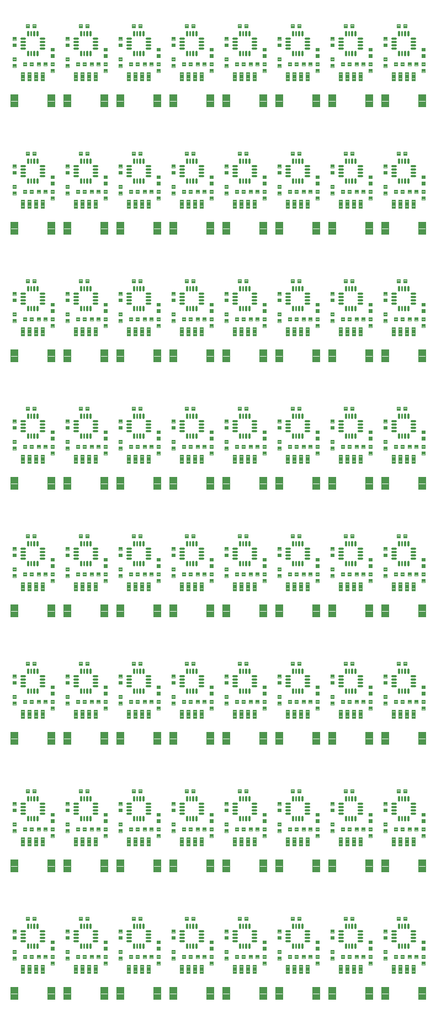
<source format=gtp>
G04 EAGLE Gerber RS-274X export*
G75*
%MOMM*%
%FSLAX34Y34*%
%LPD*%
%INSolderpaste Top*%
%IPPOS*%
%AMOC8*
5,1,8,0,0,1.08239X$1,22.5*%
G01*
%ADD10C,0.102000*%
%ADD11C,0.096000*%
%ADD12C,0.225000*%


D10*
X50068Y67726D02*
X45088Y67726D01*
X45088Y72706D01*
X50068Y72706D01*
X50068Y67726D01*
X50068Y68695D02*
X45088Y68695D01*
X45088Y69664D02*
X50068Y69664D01*
X50068Y70633D02*
X45088Y70633D01*
X45088Y71602D02*
X50068Y71602D01*
X50068Y72571D02*
X45088Y72571D01*
X55088Y67726D02*
X60068Y67726D01*
X55088Y67726D02*
X55088Y72706D01*
X60068Y72706D01*
X60068Y67726D01*
X60068Y68695D02*
X55088Y68695D01*
X55088Y69664D02*
X60068Y69664D01*
X60068Y70633D02*
X55088Y70633D01*
X55088Y71602D02*
X60068Y71602D01*
X60068Y72571D02*
X55088Y72571D01*
X38986Y72482D02*
X34006Y72482D01*
X38986Y72482D02*
X38986Y67502D01*
X34006Y67502D01*
X34006Y72482D01*
X34006Y68471D02*
X38986Y68471D01*
X38986Y69440D02*
X34006Y69440D01*
X34006Y70409D02*
X38986Y70409D01*
X38986Y71378D02*
X34006Y71378D01*
X34006Y72347D02*
X38986Y72347D01*
X28986Y72482D02*
X24006Y72482D01*
X28986Y72482D02*
X28986Y67502D01*
X24006Y67502D01*
X24006Y72482D01*
X24006Y68471D02*
X28986Y68471D01*
X28986Y69440D02*
X24006Y69440D01*
X24006Y70409D02*
X28986Y70409D01*
X28986Y71378D02*
X24006Y71378D01*
X24006Y72347D02*
X28986Y72347D01*
D11*
X15620Y4530D02*
X4580Y4530D01*
X4580Y23570D01*
X15620Y23570D01*
X15620Y4530D01*
X15620Y5442D02*
X4580Y5442D01*
X4580Y6354D02*
X15620Y6354D01*
X15620Y7266D02*
X4580Y7266D01*
X4580Y8178D02*
X15620Y8178D01*
X15620Y9090D02*
X4580Y9090D01*
X4580Y10002D02*
X15620Y10002D01*
X15620Y10914D02*
X4580Y10914D01*
X4580Y11826D02*
X15620Y11826D01*
X15620Y12738D02*
X4580Y12738D01*
X4580Y13650D02*
X15620Y13650D01*
X15620Y14562D02*
X4580Y14562D01*
X4580Y15474D02*
X15620Y15474D01*
X15620Y16386D02*
X4580Y16386D01*
X4580Y17298D02*
X15620Y17298D01*
X15620Y18210D02*
X4580Y18210D01*
X4580Y19122D02*
X15620Y19122D01*
X15620Y20034D02*
X4580Y20034D01*
X4580Y20946D02*
X15620Y20946D01*
X15620Y21858D02*
X4580Y21858D01*
X4580Y22770D02*
X15620Y22770D01*
X60580Y4530D02*
X71620Y4530D01*
X60580Y4530D02*
X60580Y23570D01*
X71620Y23570D01*
X71620Y4530D01*
X71620Y5442D02*
X60580Y5442D01*
X60580Y6354D02*
X71620Y6354D01*
X71620Y7266D02*
X60580Y7266D01*
X60580Y8178D02*
X71620Y8178D01*
X71620Y9090D02*
X60580Y9090D01*
X60580Y10002D02*
X71620Y10002D01*
X71620Y10914D02*
X60580Y10914D01*
X60580Y11826D02*
X71620Y11826D01*
X71620Y12738D02*
X60580Y12738D01*
X60580Y13650D02*
X71620Y13650D01*
X71620Y14562D02*
X60580Y14562D01*
X60580Y15474D02*
X71620Y15474D01*
X71620Y16386D02*
X60580Y16386D01*
X60580Y17298D02*
X71620Y17298D01*
X71620Y18210D02*
X60580Y18210D01*
X60580Y19122D02*
X71620Y19122D01*
X71620Y20034D02*
X60580Y20034D01*
X60580Y20946D02*
X71620Y20946D01*
X71620Y21858D02*
X60580Y21858D01*
X60580Y22770D02*
X71620Y22770D01*
D10*
X25590Y44560D02*
X20610Y44560D01*
X20610Y57040D01*
X25590Y57040D01*
X25590Y44560D01*
X25590Y45529D02*
X20610Y45529D01*
X20610Y46498D02*
X25590Y46498D01*
X25590Y47467D02*
X20610Y47467D01*
X20610Y48436D02*
X25590Y48436D01*
X25590Y49405D02*
X20610Y49405D01*
X20610Y50374D02*
X25590Y50374D01*
X25590Y51343D02*
X20610Y51343D01*
X20610Y52312D02*
X25590Y52312D01*
X25590Y53281D02*
X20610Y53281D01*
X20610Y54250D02*
X25590Y54250D01*
X25590Y55219D02*
X20610Y55219D01*
X20610Y56188D02*
X25590Y56188D01*
X30610Y44560D02*
X35590Y44560D01*
X30610Y44560D02*
X30610Y57040D01*
X35590Y57040D01*
X35590Y44560D01*
X35590Y45529D02*
X30610Y45529D01*
X30610Y46498D02*
X35590Y46498D01*
X35590Y47467D02*
X30610Y47467D01*
X30610Y48436D02*
X35590Y48436D01*
X35590Y49405D02*
X30610Y49405D01*
X30610Y50374D02*
X35590Y50374D01*
X35590Y51343D02*
X30610Y51343D01*
X30610Y52312D02*
X35590Y52312D01*
X35590Y53281D02*
X30610Y53281D01*
X30610Y54250D02*
X35590Y54250D01*
X35590Y55219D02*
X30610Y55219D01*
X30610Y56188D02*
X35590Y56188D01*
X40610Y44560D02*
X45590Y44560D01*
X40610Y44560D02*
X40610Y57040D01*
X45590Y57040D01*
X45590Y44560D01*
X45590Y45529D02*
X40610Y45529D01*
X40610Y46498D02*
X45590Y46498D01*
X45590Y47467D02*
X40610Y47467D01*
X40610Y48436D02*
X45590Y48436D01*
X45590Y49405D02*
X40610Y49405D01*
X40610Y50374D02*
X45590Y50374D01*
X45590Y51343D02*
X40610Y51343D01*
X40610Y52312D02*
X45590Y52312D01*
X45590Y53281D02*
X40610Y53281D01*
X40610Y54250D02*
X45590Y54250D01*
X45590Y55219D02*
X40610Y55219D01*
X40610Y56188D02*
X45590Y56188D01*
X50610Y44560D02*
X55590Y44560D01*
X50610Y44560D02*
X50610Y57040D01*
X55590Y57040D01*
X55590Y44560D01*
X55590Y45529D02*
X50610Y45529D01*
X50610Y46498D02*
X55590Y46498D01*
X55590Y47467D02*
X50610Y47467D01*
X50610Y48436D02*
X55590Y48436D01*
X55590Y49405D02*
X50610Y49405D01*
X50610Y50374D02*
X55590Y50374D01*
X55590Y51343D02*
X50610Y51343D01*
X50610Y52312D02*
X55590Y52312D01*
X55590Y53281D02*
X50610Y53281D01*
X50610Y54250D02*
X55590Y54250D01*
X55590Y55219D02*
X50610Y55219D01*
X50610Y56188D02*
X55590Y56188D01*
X65893Y67534D02*
X65893Y72514D01*
X70873Y72514D01*
X70873Y67534D01*
X65893Y67534D01*
X65893Y68503D02*
X70873Y68503D01*
X70873Y69472D02*
X65893Y69472D01*
X65893Y70441D02*
X70873Y70441D01*
X70873Y71410D02*
X65893Y71410D01*
X65893Y72379D02*
X70873Y72379D01*
X65893Y62514D02*
X65893Y57534D01*
X65893Y62514D02*
X70873Y62514D01*
X70873Y57534D01*
X65893Y57534D01*
X65893Y58503D02*
X70873Y58503D01*
X70873Y59472D02*
X65893Y59472D01*
X65893Y60441D02*
X70873Y60441D01*
X70873Y61410D02*
X65893Y61410D01*
X65893Y62379D02*
X70873Y62379D01*
X70873Y79886D02*
X70873Y84866D01*
X70873Y79886D02*
X65893Y79886D01*
X65893Y84866D01*
X70873Y84866D01*
X70873Y80855D02*
X65893Y80855D01*
X65893Y81824D02*
X70873Y81824D01*
X70873Y82793D02*
X65893Y82793D01*
X65893Y83762D02*
X70873Y83762D01*
X70873Y84731D02*
X65893Y84731D01*
X70873Y89886D02*
X70873Y94866D01*
X70873Y89886D02*
X65893Y89886D01*
X65893Y94866D01*
X70873Y94866D01*
X70873Y90855D02*
X65893Y90855D01*
X65893Y91824D02*
X70873Y91824D01*
X70873Y92793D02*
X65893Y92793D01*
X65893Y93762D02*
X70873Y93762D01*
X70873Y94731D02*
X65893Y94731D01*
D12*
X30185Y89745D02*
X30185Y83495D01*
X30185Y89745D02*
X30935Y89745D01*
X30935Y83495D01*
X30185Y83495D01*
X30185Y85632D02*
X30935Y85632D01*
X30935Y87769D02*
X30185Y87769D01*
X35185Y89745D02*
X35185Y83495D01*
X35185Y89745D02*
X35935Y89745D01*
X35935Y83495D01*
X35185Y83495D01*
X35185Y85632D02*
X35935Y85632D01*
X35935Y87769D02*
X35185Y87769D01*
X40185Y89745D02*
X40185Y83495D01*
X40185Y89745D02*
X40935Y89745D01*
X40935Y83495D01*
X40185Y83495D01*
X40185Y85632D02*
X40935Y85632D01*
X40935Y87769D02*
X40185Y87769D01*
X45185Y89745D02*
X45185Y83495D01*
X45185Y89745D02*
X45935Y89745D01*
X45935Y83495D01*
X45185Y83495D01*
X45185Y85632D02*
X45935Y85632D01*
X45935Y87769D02*
X45185Y87769D01*
X50055Y94515D02*
X56305Y94515D01*
X56305Y93765D01*
X50055Y93765D01*
X50055Y94515D01*
X50055Y99515D02*
X56305Y99515D01*
X56305Y98765D01*
X50055Y98765D01*
X50055Y99515D01*
X50055Y104515D02*
X56305Y104515D01*
X56305Y103765D01*
X50055Y103765D01*
X50055Y104515D01*
X50055Y109515D02*
X56305Y109515D01*
X56305Y108765D01*
X50055Y108765D01*
X50055Y109515D01*
X45935Y113535D02*
X45935Y119785D01*
X45935Y113535D02*
X45185Y113535D01*
X45185Y119785D01*
X45935Y119785D01*
X45935Y115672D02*
X45185Y115672D01*
X45185Y117809D02*
X45935Y117809D01*
X40935Y119785D02*
X40935Y113535D01*
X40185Y113535D01*
X40185Y119785D01*
X40935Y119785D01*
X40935Y115672D02*
X40185Y115672D01*
X40185Y117809D02*
X40935Y117809D01*
X35935Y119785D02*
X35935Y113535D01*
X35185Y113535D01*
X35185Y119785D01*
X35935Y119785D01*
X35935Y115672D02*
X35185Y115672D01*
X35185Y117809D02*
X35935Y117809D01*
X30935Y119785D02*
X30935Y113535D01*
X30185Y113535D01*
X30185Y119785D01*
X30935Y119785D01*
X30935Y115672D02*
X30185Y115672D01*
X30185Y117809D02*
X30935Y117809D01*
X26265Y108865D02*
X20015Y108865D01*
X20015Y109615D01*
X26265Y109615D01*
X26265Y108865D01*
X26265Y103865D02*
X20015Y103865D01*
X20015Y104615D01*
X26265Y104615D01*
X26265Y103865D01*
X26265Y98865D02*
X20015Y98865D01*
X20015Y99615D01*
X26265Y99615D01*
X26265Y98865D01*
X26265Y93865D02*
X20015Y93865D01*
X20015Y94615D01*
X26265Y94615D01*
X26265Y93865D01*
D10*
X7797Y106650D02*
X7797Y111630D01*
X12777Y111630D01*
X12777Y106650D01*
X7797Y106650D01*
X7797Y107619D02*
X12777Y107619D01*
X12777Y108588D02*
X7797Y108588D01*
X7797Y109557D02*
X12777Y109557D01*
X12777Y110526D02*
X7797Y110526D01*
X7797Y111495D02*
X12777Y111495D01*
X7797Y101630D02*
X7797Y96650D01*
X7797Y101630D02*
X12777Y101630D01*
X12777Y96650D01*
X7797Y96650D01*
X7797Y97619D02*
X12777Y97619D01*
X12777Y98588D02*
X7797Y98588D01*
X7797Y99557D02*
X12777Y99557D01*
X12777Y100526D02*
X7797Y100526D01*
X7797Y101495D02*
X12777Y101495D01*
X38070Y130760D02*
X43050Y130760D01*
X43050Y125780D01*
X38070Y125780D01*
X38070Y130760D01*
X38070Y126749D02*
X43050Y126749D01*
X43050Y127718D02*
X38070Y127718D01*
X38070Y128687D02*
X43050Y128687D01*
X43050Y129656D02*
X38070Y129656D01*
X38070Y130625D02*
X43050Y130625D01*
X33050Y130760D02*
X28070Y130760D01*
X33050Y130760D02*
X33050Y125780D01*
X28070Y125780D01*
X28070Y130760D01*
X28070Y126749D02*
X33050Y126749D01*
X33050Y127718D02*
X28070Y127718D01*
X28070Y128687D02*
X33050Y128687D01*
X33050Y129656D02*
X28070Y129656D01*
X28070Y130625D02*
X33050Y130625D01*
X7797Y80134D02*
X7797Y75154D01*
X7797Y80134D02*
X12777Y80134D01*
X12777Y75154D01*
X7797Y75154D01*
X7797Y76123D02*
X12777Y76123D01*
X12777Y77092D02*
X7797Y77092D01*
X7797Y78061D02*
X12777Y78061D01*
X12777Y79030D02*
X7797Y79030D01*
X7797Y79999D02*
X12777Y79999D01*
X7797Y70134D02*
X7797Y65154D01*
X7797Y70134D02*
X12777Y70134D01*
X12777Y65154D01*
X7797Y65154D01*
X7797Y66123D02*
X12777Y66123D01*
X12777Y67092D02*
X7797Y67092D01*
X7797Y68061D02*
X12777Y68061D01*
X12777Y69030D02*
X7797Y69030D01*
X7797Y69999D02*
X12777Y69999D01*
X126368Y67726D02*
X131348Y67726D01*
X126368Y67726D02*
X126368Y72706D01*
X131348Y72706D01*
X131348Y67726D01*
X131348Y68695D02*
X126368Y68695D01*
X126368Y69664D02*
X131348Y69664D01*
X131348Y70633D02*
X126368Y70633D01*
X126368Y71602D02*
X131348Y71602D01*
X131348Y72571D02*
X126368Y72571D01*
X136368Y67726D02*
X141348Y67726D01*
X136368Y67726D02*
X136368Y72706D01*
X141348Y72706D01*
X141348Y67726D01*
X141348Y68695D02*
X136368Y68695D01*
X136368Y69664D02*
X141348Y69664D01*
X141348Y70633D02*
X136368Y70633D01*
X136368Y71602D02*
X141348Y71602D01*
X141348Y72571D02*
X136368Y72571D01*
X120266Y72482D02*
X115286Y72482D01*
X120266Y72482D02*
X120266Y67502D01*
X115286Y67502D01*
X115286Y72482D01*
X115286Y68471D02*
X120266Y68471D01*
X120266Y69440D02*
X115286Y69440D01*
X115286Y70409D02*
X120266Y70409D01*
X120266Y71378D02*
X115286Y71378D01*
X115286Y72347D02*
X120266Y72347D01*
X110266Y72482D02*
X105286Y72482D01*
X110266Y72482D02*
X110266Y67502D01*
X105286Y67502D01*
X105286Y72482D01*
X105286Y68471D02*
X110266Y68471D01*
X110266Y69440D02*
X105286Y69440D01*
X105286Y70409D02*
X110266Y70409D01*
X110266Y71378D02*
X105286Y71378D01*
X105286Y72347D02*
X110266Y72347D01*
D11*
X96900Y4530D02*
X85860Y4530D01*
X85860Y23570D01*
X96900Y23570D01*
X96900Y4530D01*
X96900Y5442D02*
X85860Y5442D01*
X85860Y6354D02*
X96900Y6354D01*
X96900Y7266D02*
X85860Y7266D01*
X85860Y8178D02*
X96900Y8178D01*
X96900Y9090D02*
X85860Y9090D01*
X85860Y10002D02*
X96900Y10002D01*
X96900Y10914D02*
X85860Y10914D01*
X85860Y11826D02*
X96900Y11826D01*
X96900Y12738D02*
X85860Y12738D01*
X85860Y13650D02*
X96900Y13650D01*
X96900Y14562D02*
X85860Y14562D01*
X85860Y15474D02*
X96900Y15474D01*
X96900Y16386D02*
X85860Y16386D01*
X85860Y17298D02*
X96900Y17298D01*
X96900Y18210D02*
X85860Y18210D01*
X85860Y19122D02*
X96900Y19122D01*
X96900Y20034D02*
X85860Y20034D01*
X85860Y20946D02*
X96900Y20946D01*
X96900Y21858D02*
X85860Y21858D01*
X85860Y22770D02*
X96900Y22770D01*
X141860Y4530D02*
X152900Y4530D01*
X141860Y4530D02*
X141860Y23570D01*
X152900Y23570D01*
X152900Y4530D01*
X152900Y5442D02*
X141860Y5442D01*
X141860Y6354D02*
X152900Y6354D01*
X152900Y7266D02*
X141860Y7266D01*
X141860Y8178D02*
X152900Y8178D01*
X152900Y9090D02*
X141860Y9090D01*
X141860Y10002D02*
X152900Y10002D01*
X152900Y10914D02*
X141860Y10914D01*
X141860Y11826D02*
X152900Y11826D01*
X152900Y12738D02*
X141860Y12738D01*
X141860Y13650D02*
X152900Y13650D01*
X152900Y14562D02*
X141860Y14562D01*
X141860Y15474D02*
X152900Y15474D01*
X152900Y16386D02*
X141860Y16386D01*
X141860Y17298D02*
X152900Y17298D01*
X152900Y18210D02*
X141860Y18210D01*
X141860Y19122D02*
X152900Y19122D01*
X152900Y20034D02*
X141860Y20034D01*
X141860Y20946D02*
X152900Y20946D01*
X152900Y21858D02*
X141860Y21858D01*
X141860Y22770D02*
X152900Y22770D01*
D10*
X106870Y44560D02*
X101890Y44560D01*
X101890Y57040D01*
X106870Y57040D01*
X106870Y44560D01*
X106870Y45529D02*
X101890Y45529D01*
X101890Y46498D02*
X106870Y46498D01*
X106870Y47467D02*
X101890Y47467D01*
X101890Y48436D02*
X106870Y48436D01*
X106870Y49405D02*
X101890Y49405D01*
X101890Y50374D02*
X106870Y50374D01*
X106870Y51343D02*
X101890Y51343D01*
X101890Y52312D02*
X106870Y52312D01*
X106870Y53281D02*
X101890Y53281D01*
X101890Y54250D02*
X106870Y54250D01*
X106870Y55219D02*
X101890Y55219D01*
X101890Y56188D02*
X106870Y56188D01*
X111890Y44560D02*
X116870Y44560D01*
X111890Y44560D02*
X111890Y57040D01*
X116870Y57040D01*
X116870Y44560D01*
X116870Y45529D02*
X111890Y45529D01*
X111890Y46498D02*
X116870Y46498D01*
X116870Y47467D02*
X111890Y47467D01*
X111890Y48436D02*
X116870Y48436D01*
X116870Y49405D02*
X111890Y49405D01*
X111890Y50374D02*
X116870Y50374D01*
X116870Y51343D02*
X111890Y51343D01*
X111890Y52312D02*
X116870Y52312D01*
X116870Y53281D02*
X111890Y53281D01*
X111890Y54250D02*
X116870Y54250D01*
X116870Y55219D02*
X111890Y55219D01*
X111890Y56188D02*
X116870Y56188D01*
X121890Y44560D02*
X126870Y44560D01*
X121890Y44560D02*
X121890Y57040D01*
X126870Y57040D01*
X126870Y44560D01*
X126870Y45529D02*
X121890Y45529D01*
X121890Y46498D02*
X126870Y46498D01*
X126870Y47467D02*
X121890Y47467D01*
X121890Y48436D02*
X126870Y48436D01*
X126870Y49405D02*
X121890Y49405D01*
X121890Y50374D02*
X126870Y50374D01*
X126870Y51343D02*
X121890Y51343D01*
X121890Y52312D02*
X126870Y52312D01*
X126870Y53281D02*
X121890Y53281D01*
X121890Y54250D02*
X126870Y54250D01*
X126870Y55219D02*
X121890Y55219D01*
X121890Y56188D02*
X126870Y56188D01*
X131890Y44560D02*
X136870Y44560D01*
X131890Y44560D02*
X131890Y57040D01*
X136870Y57040D01*
X136870Y44560D01*
X136870Y45529D02*
X131890Y45529D01*
X131890Y46498D02*
X136870Y46498D01*
X136870Y47467D02*
X131890Y47467D01*
X131890Y48436D02*
X136870Y48436D01*
X136870Y49405D02*
X131890Y49405D01*
X131890Y50374D02*
X136870Y50374D01*
X136870Y51343D02*
X131890Y51343D01*
X131890Y52312D02*
X136870Y52312D01*
X136870Y53281D02*
X131890Y53281D01*
X131890Y54250D02*
X136870Y54250D01*
X136870Y55219D02*
X131890Y55219D01*
X131890Y56188D02*
X136870Y56188D01*
X147173Y67534D02*
X147173Y72514D01*
X152153Y72514D01*
X152153Y67534D01*
X147173Y67534D01*
X147173Y68503D02*
X152153Y68503D01*
X152153Y69472D02*
X147173Y69472D01*
X147173Y70441D02*
X152153Y70441D01*
X152153Y71410D02*
X147173Y71410D01*
X147173Y72379D02*
X152153Y72379D01*
X147173Y62514D02*
X147173Y57534D01*
X147173Y62514D02*
X152153Y62514D01*
X152153Y57534D01*
X147173Y57534D01*
X147173Y58503D02*
X152153Y58503D01*
X152153Y59472D02*
X147173Y59472D01*
X147173Y60441D02*
X152153Y60441D01*
X152153Y61410D02*
X147173Y61410D01*
X147173Y62379D02*
X152153Y62379D01*
X152153Y79886D02*
X152153Y84866D01*
X152153Y79886D02*
X147173Y79886D01*
X147173Y84866D01*
X152153Y84866D01*
X152153Y80855D02*
X147173Y80855D01*
X147173Y81824D02*
X152153Y81824D01*
X152153Y82793D02*
X147173Y82793D01*
X147173Y83762D02*
X152153Y83762D01*
X152153Y84731D02*
X147173Y84731D01*
X152153Y89886D02*
X152153Y94866D01*
X152153Y89886D02*
X147173Y89886D01*
X147173Y94866D01*
X152153Y94866D01*
X152153Y90855D02*
X147173Y90855D01*
X147173Y91824D02*
X152153Y91824D01*
X152153Y92793D02*
X147173Y92793D01*
X147173Y93762D02*
X152153Y93762D01*
X152153Y94731D02*
X147173Y94731D01*
D12*
X111465Y89745D02*
X111465Y83495D01*
X111465Y89745D02*
X112215Y89745D01*
X112215Y83495D01*
X111465Y83495D01*
X111465Y85632D02*
X112215Y85632D01*
X112215Y87769D02*
X111465Y87769D01*
X116465Y89745D02*
X116465Y83495D01*
X116465Y89745D02*
X117215Y89745D01*
X117215Y83495D01*
X116465Y83495D01*
X116465Y85632D02*
X117215Y85632D01*
X117215Y87769D02*
X116465Y87769D01*
X121465Y89745D02*
X121465Y83495D01*
X121465Y89745D02*
X122215Y89745D01*
X122215Y83495D01*
X121465Y83495D01*
X121465Y85632D02*
X122215Y85632D01*
X122215Y87769D02*
X121465Y87769D01*
X126465Y89745D02*
X126465Y83495D01*
X126465Y89745D02*
X127215Y89745D01*
X127215Y83495D01*
X126465Y83495D01*
X126465Y85632D02*
X127215Y85632D01*
X127215Y87769D02*
X126465Y87769D01*
X131335Y94515D02*
X137585Y94515D01*
X137585Y93765D01*
X131335Y93765D01*
X131335Y94515D01*
X131335Y99515D02*
X137585Y99515D01*
X137585Y98765D01*
X131335Y98765D01*
X131335Y99515D01*
X131335Y104515D02*
X137585Y104515D01*
X137585Y103765D01*
X131335Y103765D01*
X131335Y104515D01*
X131335Y109515D02*
X137585Y109515D01*
X137585Y108765D01*
X131335Y108765D01*
X131335Y109515D01*
X127215Y113535D02*
X127215Y119785D01*
X127215Y113535D02*
X126465Y113535D01*
X126465Y119785D01*
X127215Y119785D01*
X127215Y115672D02*
X126465Y115672D01*
X126465Y117809D02*
X127215Y117809D01*
X122215Y119785D02*
X122215Y113535D01*
X121465Y113535D01*
X121465Y119785D01*
X122215Y119785D01*
X122215Y115672D02*
X121465Y115672D01*
X121465Y117809D02*
X122215Y117809D01*
X117215Y119785D02*
X117215Y113535D01*
X116465Y113535D01*
X116465Y119785D01*
X117215Y119785D01*
X117215Y115672D02*
X116465Y115672D01*
X116465Y117809D02*
X117215Y117809D01*
X112215Y119785D02*
X112215Y113535D01*
X111465Y113535D01*
X111465Y119785D01*
X112215Y119785D01*
X112215Y115672D02*
X111465Y115672D01*
X111465Y117809D02*
X112215Y117809D01*
X107545Y108865D02*
X101295Y108865D01*
X101295Y109615D01*
X107545Y109615D01*
X107545Y108865D01*
X107545Y103865D02*
X101295Y103865D01*
X101295Y104615D01*
X107545Y104615D01*
X107545Y103865D01*
X107545Y98865D02*
X101295Y98865D01*
X101295Y99615D01*
X107545Y99615D01*
X107545Y98865D01*
X107545Y93865D02*
X101295Y93865D01*
X101295Y94615D01*
X107545Y94615D01*
X107545Y93865D01*
D10*
X89077Y106650D02*
X89077Y111630D01*
X94057Y111630D01*
X94057Y106650D01*
X89077Y106650D01*
X89077Y107619D02*
X94057Y107619D01*
X94057Y108588D02*
X89077Y108588D01*
X89077Y109557D02*
X94057Y109557D01*
X94057Y110526D02*
X89077Y110526D01*
X89077Y111495D02*
X94057Y111495D01*
X89077Y101630D02*
X89077Y96650D01*
X89077Y101630D02*
X94057Y101630D01*
X94057Y96650D01*
X89077Y96650D01*
X89077Y97619D02*
X94057Y97619D01*
X94057Y98588D02*
X89077Y98588D01*
X89077Y99557D02*
X94057Y99557D01*
X94057Y100526D02*
X89077Y100526D01*
X89077Y101495D02*
X94057Y101495D01*
X119350Y130760D02*
X124330Y130760D01*
X124330Y125780D01*
X119350Y125780D01*
X119350Y130760D01*
X119350Y126749D02*
X124330Y126749D01*
X124330Y127718D02*
X119350Y127718D01*
X119350Y128687D02*
X124330Y128687D01*
X124330Y129656D02*
X119350Y129656D01*
X119350Y130625D02*
X124330Y130625D01*
X114330Y130760D02*
X109350Y130760D01*
X114330Y130760D02*
X114330Y125780D01*
X109350Y125780D01*
X109350Y130760D01*
X109350Y126749D02*
X114330Y126749D01*
X114330Y127718D02*
X109350Y127718D01*
X109350Y128687D02*
X114330Y128687D01*
X114330Y129656D02*
X109350Y129656D01*
X109350Y130625D02*
X114330Y130625D01*
X89077Y80134D02*
X89077Y75154D01*
X89077Y80134D02*
X94057Y80134D01*
X94057Y75154D01*
X89077Y75154D01*
X89077Y76123D02*
X94057Y76123D01*
X94057Y77092D02*
X89077Y77092D01*
X89077Y78061D02*
X94057Y78061D01*
X94057Y79030D02*
X89077Y79030D01*
X89077Y79999D02*
X94057Y79999D01*
X89077Y70134D02*
X89077Y65154D01*
X89077Y70134D02*
X94057Y70134D01*
X94057Y65154D01*
X89077Y65154D01*
X89077Y66123D02*
X94057Y66123D01*
X94057Y67092D02*
X89077Y67092D01*
X89077Y68061D02*
X94057Y68061D01*
X94057Y69030D02*
X89077Y69030D01*
X89077Y69999D02*
X94057Y69999D01*
X207648Y67726D02*
X212628Y67726D01*
X207648Y67726D02*
X207648Y72706D01*
X212628Y72706D01*
X212628Y67726D01*
X212628Y68695D02*
X207648Y68695D01*
X207648Y69664D02*
X212628Y69664D01*
X212628Y70633D02*
X207648Y70633D01*
X207648Y71602D02*
X212628Y71602D01*
X212628Y72571D02*
X207648Y72571D01*
X217648Y67726D02*
X222628Y67726D01*
X217648Y67726D02*
X217648Y72706D01*
X222628Y72706D01*
X222628Y67726D01*
X222628Y68695D02*
X217648Y68695D01*
X217648Y69664D02*
X222628Y69664D01*
X222628Y70633D02*
X217648Y70633D01*
X217648Y71602D02*
X222628Y71602D01*
X222628Y72571D02*
X217648Y72571D01*
X201546Y72482D02*
X196566Y72482D01*
X201546Y72482D02*
X201546Y67502D01*
X196566Y67502D01*
X196566Y72482D01*
X196566Y68471D02*
X201546Y68471D01*
X201546Y69440D02*
X196566Y69440D01*
X196566Y70409D02*
X201546Y70409D01*
X201546Y71378D02*
X196566Y71378D01*
X196566Y72347D02*
X201546Y72347D01*
X191546Y72482D02*
X186566Y72482D01*
X191546Y72482D02*
X191546Y67502D01*
X186566Y67502D01*
X186566Y72482D01*
X186566Y68471D02*
X191546Y68471D01*
X191546Y69440D02*
X186566Y69440D01*
X186566Y70409D02*
X191546Y70409D01*
X191546Y71378D02*
X186566Y71378D01*
X186566Y72347D02*
X191546Y72347D01*
D11*
X178180Y4530D02*
X167140Y4530D01*
X167140Y23570D01*
X178180Y23570D01*
X178180Y4530D01*
X178180Y5442D02*
X167140Y5442D01*
X167140Y6354D02*
X178180Y6354D01*
X178180Y7266D02*
X167140Y7266D01*
X167140Y8178D02*
X178180Y8178D01*
X178180Y9090D02*
X167140Y9090D01*
X167140Y10002D02*
X178180Y10002D01*
X178180Y10914D02*
X167140Y10914D01*
X167140Y11826D02*
X178180Y11826D01*
X178180Y12738D02*
X167140Y12738D01*
X167140Y13650D02*
X178180Y13650D01*
X178180Y14562D02*
X167140Y14562D01*
X167140Y15474D02*
X178180Y15474D01*
X178180Y16386D02*
X167140Y16386D01*
X167140Y17298D02*
X178180Y17298D01*
X178180Y18210D02*
X167140Y18210D01*
X167140Y19122D02*
X178180Y19122D01*
X178180Y20034D02*
X167140Y20034D01*
X167140Y20946D02*
X178180Y20946D01*
X178180Y21858D02*
X167140Y21858D01*
X167140Y22770D02*
X178180Y22770D01*
X223140Y4530D02*
X234180Y4530D01*
X223140Y4530D02*
X223140Y23570D01*
X234180Y23570D01*
X234180Y4530D01*
X234180Y5442D02*
X223140Y5442D01*
X223140Y6354D02*
X234180Y6354D01*
X234180Y7266D02*
X223140Y7266D01*
X223140Y8178D02*
X234180Y8178D01*
X234180Y9090D02*
X223140Y9090D01*
X223140Y10002D02*
X234180Y10002D01*
X234180Y10914D02*
X223140Y10914D01*
X223140Y11826D02*
X234180Y11826D01*
X234180Y12738D02*
X223140Y12738D01*
X223140Y13650D02*
X234180Y13650D01*
X234180Y14562D02*
X223140Y14562D01*
X223140Y15474D02*
X234180Y15474D01*
X234180Y16386D02*
X223140Y16386D01*
X223140Y17298D02*
X234180Y17298D01*
X234180Y18210D02*
X223140Y18210D01*
X223140Y19122D02*
X234180Y19122D01*
X234180Y20034D02*
X223140Y20034D01*
X223140Y20946D02*
X234180Y20946D01*
X234180Y21858D02*
X223140Y21858D01*
X223140Y22770D02*
X234180Y22770D01*
D10*
X188150Y44560D02*
X183170Y44560D01*
X183170Y57040D01*
X188150Y57040D01*
X188150Y44560D01*
X188150Y45529D02*
X183170Y45529D01*
X183170Y46498D02*
X188150Y46498D01*
X188150Y47467D02*
X183170Y47467D01*
X183170Y48436D02*
X188150Y48436D01*
X188150Y49405D02*
X183170Y49405D01*
X183170Y50374D02*
X188150Y50374D01*
X188150Y51343D02*
X183170Y51343D01*
X183170Y52312D02*
X188150Y52312D01*
X188150Y53281D02*
X183170Y53281D01*
X183170Y54250D02*
X188150Y54250D01*
X188150Y55219D02*
X183170Y55219D01*
X183170Y56188D02*
X188150Y56188D01*
X193170Y44560D02*
X198150Y44560D01*
X193170Y44560D02*
X193170Y57040D01*
X198150Y57040D01*
X198150Y44560D01*
X198150Y45529D02*
X193170Y45529D01*
X193170Y46498D02*
X198150Y46498D01*
X198150Y47467D02*
X193170Y47467D01*
X193170Y48436D02*
X198150Y48436D01*
X198150Y49405D02*
X193170Y49405D01*
X193170Y50374D02*
X198150Y50374D01*
X198150Y51343D02*
X193170Y51343D01*
X193170Y52312D02*
X198150Y52312D01*
X198150Y53281D02*
X193170Y53281D01*
X193170Y54250D02*
X198150Y54250D01*
X198150Y55219D02*
X193170Y55219D01*
X193170Y56188D02*
X198150Y56188D01*
X203170Y44560D02*
X208150Y44560D01*
X203170Y44560D02*
X203170Y57040D01*
X208150Y57040D01*
X208150Y44560D01*
X208150Y45529D02*
X203170Y45529D01*
X203170Y46498D02*
X208150Y46498D01*
X208150Y47467D02*
X203170Y47467D01*
X203170Y48436D02*
X208150Y48436D01*
X208150Y49405D02*
X203170Y49405D01*
X203170Y50374D02*
X208150Y50374D01*
X208150Y51343D02*
X203170Y51343D01*
X203170Y52312D02*
X208150Y52312D01*
X208150Y53281D02*
X203170Y53281D01*
X203170Y54250D02*
X208150Y54250D01*
X208150Y55219D02*
X203170Y55219D01*
X203170Y56188D02*
X208150Y56188D01*
X213170Y44560D02*
X218150Y44560D01*
X213170Y44560D02*
X213170Y57040D01*
X218150Y57040D01*
X218150Y44560D01*
X218150Y45529D02*
X213170Y45529D01*
X213170Y46498D02*
X218150Y46498D01*
X218150Y47467D02*
X213170Y47467D01*
X213170Y48436D02*
X218150Y48436D01*
X218150Y49405D02*
X213170Y49405D01*
X213170Y50374D02*
X218150Y50374D01*
X218150Y51343D02*
X213170Y51343D01*
X213170Y52312D02*
X218150Y52312D01*
X218150Y53281D02*
X213170Y53281D01*
X213170Y54250D02*
X218150Y54250D01*
X218150Y55219D02*
X213170Y55219D01*
X213170Y56188D02*
X218150Y56188D01*
X228453Y67534D02*
X228453Y72514D01*
X233433Y72514D01*
X233433Y67534D01*
X228453Y67534D01*
X228453Y68503D02*
X233433Y68503D01*
X233433Y69472D02*
X228453Y69472D01*
X228453Y70441D02*
X233433Y70441D01*
X233433Y71410D02*
X228453Y71410D01*
X228453Y72379D02*
X233433Y72379D01*
X228453Y62514D02*
X228453Y57534D01*
X228453Y62514D02*
X233433Y62514D01*
X233433Y57534D01*
X228453Y57534D01*
X228453Y58503D02*
X233433Y58503D01*
X233433Y59472D02*
X228453Y59472D01*
X228453Y60441D02*
X233433Y60441D01*
X233433Y61410D02*
X228453Y61410D01*
X228453Y62379D02*
X233433Y62379D01*
X233433Y79886D02*
X233433Y84866D01*
X233433Y79886D02*
X228453Y79886D01*
X228453Y84866D01*
X233433Y84866D01*
X233433Y80855D02*
X228453Y80855D01*
X228453Y81824D02*
X233433Y81824D01*
X233433Y82793D02*
X228453Y82793D01*
X228453Y83762D02*
X233433Y83762D01*
X233433Y84731D02*
X228453Y84731D01*
X233433Y89886D02*
X233433Y94866D01*
X233433Y89886D02*
X228453Y89886D01*
X228453Y94866D01*
X233433Y94866D01*
X233433Y90855D02*
X228453Y90855D01*
X228453Y91824D02*
X233433Y91824D01*
X233433Y92793D02*
X228453Y92793D01*
X228453Y93762D02*
X233433Y93762D01*
X233433Y94731D02*
X228453Y94731D01*
D12*
X192745Y89745D02*
X192745Y83495D01*
X192745Y89745D02*
X193495Y89745D01*
X193495Y83495D01*
X192745Y83495D01*
X192745Y85632D02*
X193495Y85632D01*
X193495Y87769D02*
X192745Y87769D01*
X197745Y89745D02*
X197745Y83495D01*
X197745Y89745D02*
X198495Y89745D01*
X198495Y83495D01*
X197745Y83495D01*
X197745Y85632D02*
X198495Y85632D01*
X198495Y87769D02*
X197745Y87769D01*
X202745Y89745D02*
X202745Y83495D01*
X202745Y89745D02*
X203495Y89745D01*
X203495Y83495D01*
X202745Y83495D01*
X202745Y85632D02*
X203495Y85632D01*
X203495Y87769D02*
X202745Y87769D01*
X207745Y89745D02*
X207745Y83495D01*
X207745Y89745D02*
X208495Y89745D01*
X208495Y83495D01*
X207745Y83495D01*
X207745Y85632D02*
X208495Y85632D01*
X208495Y87769D02*
X207745Y87769D01*
X212615Y94515D02*
X218865Y94515D01*
X218865Y93765D01*
X212615Y93765D01*
X212615Y94515D01*
X212615Y99515D02*
X218865Y99515D01*
X218865Y98765D01*
X212615Y98765D01*
X212615Y99515D01*
X212615Y104515D02*
X218865Y104515D01*
X218865Y103765D01*
X212615Y103765D01*
X212615Y104515D01*
X212615Y109515D02*
X218865Y109515D01*
X218865Y108765D01*
X212615Y108765D01*
X212615Y109515D01*
X208495Y113535D02*
X208495Y119785D01*
X208495Y113535D02*
X207745Y113535D01*
X207745Y119785D01*
X208495Y119785D01*
X208495Y115672D02*
X207745Y115672D01*
X207745Y117809D02*
X208495Y117809D01*
X203495Y119785D02*
X203495Y113535D01*
X202745Y113535D01*
X202745Y119785D01*
X203495Y119785D01*
X203495Y115672D02*
X202745Y115672D01*
X202745Y117809D02*
X203495Y117809D01*
X198495Y119785D02*
X198495Y113535D01*
X197745Y113535D01*
X197745Y119785D01*
X198495Y119785D01*
X198495Y115672D02*
X197745Y115672D01*
X197745Y117809D02*
X198495Y117809D01*
X193495Y119785D02*
X193495Y113535D01*
X192745Y113535D01*
X192745Y119785D01*
X193495Y119785D01*
X193495Y115672D02*
X192745Y115672D01*
X192745Y117809D02*
X193495Y117809D01*
X188825Y108865D02*
X182575Y108865D01*
X182575Y109615D01*
X188825Y109615D01*
X188825Y108865D01*
X188825Y103865D02*
X182575Y103865D01*
X182575Y104615D01*
X188825Y104615D01*
X188825Y103865D01*
X188825Y98865D02*
X182575Y98865D01*
X182575Y99615D01*
X188825Y99615D01*
X188825Y98865D01*
X188825Y93865D02*
X182575Y93865D01*
X182575Y94615D01*
X188825Y94615D01*
X188825Y93865D01*
D10*
X170357Y106650D02*
X170357Y111630D01*
X175337Y111630D01*
X175337Y106650D01*
X170357Y106650D01*
X170357Y107619D02*
X175337Y107619D01*
X175337Y108588D02*
X170357Y108588D01*
X170357Y109557D02*
X175337Y109557D01*
X175337Y110526D02*
X170357Y110526D01*
X170357Y111495D02*
X175337Y111495D01*
X170357Y101630D02*
X170357Y96650D01*
X170357Y101630D02*
X175337Y101630D01*
X175337Y96650D01*
X170357Y96650D01*
X170357Y97619D02*
X175337Y97619D01*
X175337Y98588D02*
X170357Y98588D01*
X170357Y99557D02*
X175337Y99557D01*
X175337Y100526D02*
X170357Y100526D01*
X170357Y101495D02*
X175337Y101495D01*
X200630Y130760D02*
X205610Y130760D01*
X205610Y125780D01*
X200630Y125780D01*
X200630Y130760D01*
X200630Y126749D02*
X205610Y126749D01*
X205610Y127718D02*
X200630Y127718D01*
X200630Y128687D02*
X205610Y128687D01*
X205610Y129656D02*
X200630Y129656D01*
X200630Y130625D02*
X205610Y130625D01*
X195610Y130760D02*
X190630Y130760D01*
X195610Y130760D02*
X195610Y125780D01*
X190630Y125780D01*
X190630Y130760D01*
X190630Y126749D02*
X195610Y126749D01*
X195610Y127718D02*
X190630Y127718D01*
X190630Y128687D02*
X195610Y128687D01*
X195610Y129656D02*
X190630Y129656D01*
X190630Y130625D02*
X195610Y130625D01*
X170357Y80134D02*
X170357Y75154D01*
X170357Y80134D02*
X175337Y80134D01*
X175337Y75154D01*
X170357Y75154D01*
X170357Y76123D02*
X175337Y76123D01*
X175337Y77092D02*
X170357Y77092D01*
X170357Y78061D02*
X175337Y78061D01*
X175337Y79030D02*
X170357Y79030D01*
X170357Y79999D02*
X175337Y79999D01*
X170357Y70134D02*
X170357Y65154D01*
X170357Y70134D02*
X175337Y70134D01*
X175337Y65154D01*
X170357Y65154D01*
X170357Y66123D02*
X175337Y66123D01*
X175337Y67092D02*
X170357Y67092D01*
X170357Y68061D02*
X175337Y68061D01*
X175337Y69030D02*
X170357Y69030D01*
X170357Y69999D02*
X175337Y69999D01*
X288928Y67726D02*
X293908Y67726D01*
X288928Y67726D02*
X288928Y72706D01*
X293908Y72706D01*
X293908Y67726D01*
X293908Y68695D02*
X288928Y68695D01*
X288928Y69664D02*
X293908Y69664D01*
X293908Y70633D02*
X288928Y70633D01*
X288928Y71602D02*
X293908Y71602D01*
X293908Y72571D02*
X288928Y72571D01*
X298928Y67726D02*
X303908Y67726D01*
X298928Y67726D02*
X298928Y72706D01*
X303908Y72706D01*
X303908Y67726D01*
X303908Y68695D02*
X298928Y68695D01*
X298928Y69664D02*
X303908Y69664D01*
X303908Y70633D02*
X298928Y70633D01*
X298928Y71602D02*
X303908Y71602D01*
X303908Y72571D02*
X298928Y72571D01*
X282826Y72482D02*
X277846Y72482D01*
X282826Y72482D02*
X282826Y67502D01*
X277846Y67502D01*
X277846Y72482D01*
X277846Y68471D02*
X282826Y68471D01*
X282826Y69440D02*
X277846Y69440D01*
X277846Y70409D02*
X282826Y70409D01*
X282826Y71378D02*
X277846Y71378D01*
X277846Y72347D02*
X282826Y72347D01*
X272826Y72482D02*
X267846Y72482D01*
X272826Y72482D02*
X272826Y67502D01*
X267846Y67502D01*
X267846Y72482D01*
X267846Y68471D02*
X272826Y68471D01*
X272826Y69440D02*
X267846Y69440D01*
X267846Y70409D02*
X272826Y70409D01*
X272826Y71378D02*
X267846Y71378D01*
X267846Y72347D02*
X272826Y72347D01*
D11*
X259460Y4530D02*
X248420Y4530D01*
X248420Y23570D01*
X259460Y23570D01*
X259460Y4530D01*
X259460Y5442D02*
X248420Y5442D01*
X248420Y6354D02*
X259460Y6354D01*
X259460Y7266D02*
X248420Y7266D01*
X248420Y8178D02*
X259460Y8178D01*
X259460Y9090D02*
X248420Y9090D01*
X248420Y10002D02*
X259460Y10002D01*
X259460Y10914D02*
X248420Y10914D01*
X248420Y11826D02*
X259460Y11826D01*
X259460Y12738D02*
X248420Y12738D01*
X248420Y13650D02*
X259460Y13650D01*
X259460Y14562D02*
X248420Y14562D01*
X248420Y15474D02*
X259460Y15474D01*
X259460Y16386D02*
X248420Y16386D01*
X248420Y17298D02*
X259460Y17298D01*
X259460Y18210D02*
X248420Y18210D01*
X248420Y19122D02*
X259460Y19122D01*
X259460Y20034D02*
X248420Y20034D01*
X248420Y20946D02*
X259460Y20946D01*
X259460Y21858D02*
X248420Y21858D01*
X248420Y22770D02*
X259460Y22770D01*
X304420Y4530D02*
X315460Y4530D01*
X304420Y4530D02*
X304420Y23570D01*
X315460Y23570D01*
X315460Y4530D01*
X315460Y5442D02*
X304420Y5442D01*
X304420Y6354D02*
X315460Y6354D01*
X315460Y7266D02*
X304420Y7266D01*
X304420Y8178D02*
X315460Y8178D01*
X315460Y9090D02*
X304420Y9090D01*
X304420Y10002D02*
X315460Y10002D01*
X315460Y10914D02*
X304420Y10914D01*
X304420Y11826D02*
X315460Y11826D01*
X315460Y12738D02*
X304420Y12738D01*
X304420Y13650D02*
X315460Y13650D01*
X315460Y14562D02*
X304420Y14562D01*
X304420Y15474D02*
X315460Y15474D01*
X315460Y16386D02*
X304420Y16386D01*
X304420Y17298D02*
X315460Y17298D01*
X315460Y18210D02*
X304420Y18210D01*
X304420Y19122D02*
X315460Y19122D01*
X315460Y20034D02*
X304420Y20034D01*
X304420Y20946D02*
X315460Y20946D01*
X315460Y21858D02*
X304420Y21858D01*
X304420Y22770D02*
X315460Y22770D01*
D10*
X269430Y44560D02*
X264450Y44560D01*
X264450Y57040D01*
X269430Y57040D01*
X269430Y44560D01*
X269430Y45529D02*
X264450Y45529D01*
X264450Y46498D02*
X269430Y46498D01*
X269430Y47467D02*
X264450Y47467D01*
X264450Y48436D02*
X269430Y48436D01*
X269430Y49405D02*
X264450Y49405D01*
X264450Y50374D02*
X269430Y50374D01*
X269430Y51343D02*
X264450Y51343D01*
X264450Y52312D02*
X269430Y52312D01*
X269430Y53281D02*
X264450Y53281D01*
X264450Y54250D02*
X269430Y54250D01*
X269430Y55219D02*
X264450Y55219D01*
X264450Y56188D02*
X269430Y56188D01*
X274450Y44560D02*
X279430Y44560D01*
X274450Y44560D02*
X274450Y57040D01*
X279430Y57040D01*
X279430Y44560D01*
X279430Y45529D02*
X274450Y45529D01*
X274450Y46498D02*
X279430Y46498D01*
X279430Y47467D02*
X274450Y47467D01*
X274450Y48436D02*
X279430Y48436D01*
X279430Y49405D02*
X274450Y49405D01*
X274450Y50374D02*
X279430Y50374D01*
X279430Y51343D02*
X274450Y51343D01*
X274450Y52312D02*
X279430Y52312D01*
X279430Y53281D02*
X274450Y53281D01*
X274450Y54250D02*
X279430Y54250D01*
X279430Y55219D02*
X274450Y55219D01*
X274450Y56188D02*
X279430Y56188D01*
X284450Y44560D02*
X289430Y44560D01*
X284450Y44560D02*
X284450Y57040D01*
X289430Y57040D01*
X289430Y44560D01*
X289430Y45529D02*
X284450Y45529D01*
X284450Y46498D02*
X289430Y46498D01*
X289430Y47467D02*
X284450Y47467D01*
X284450Y48436D02*
X289430Y48436D01*
X289430Y49405D02*
X284450Y49405D01*
X284450Y50374D02*
X289430Y50374D01*
X289430Y51343D02*
X284450Y51343D01*
X284450Y52312D02*
X289430Y52312D01*
X289430Y53281D02*
X284450Y53281D01*
X284450Y54250D02*
X289430Y54250D01*
X289430Y55219D02*
X284450Y55219D01*
X284450Y56188D02*
X289430Y56188D01*
X294450Y44560D02*
X299430Y44560D01*
X294450Y44560D02*
X294450Y57040D01*
X299430Y57040D01*
X299430Y44560D01*
X299430Y45529D02*
X294450Y45529D01*
X294450Y46498D02*
X299430Y46498D01*
X299430Y47467D02*
X294450Y47467D01*
X294450Y48436D02*
X299430Y48436D01*
X299430Y49405D02*
X294450Y49405D01*
X294450Y50374D02*
X299430Y50374D01*
X299430Y51343D02*
X294450Y51343D01*
X294450Y52312D02*
X299430Y52312D01*
X299430Y53281D02*
X294450Y53281D01*
X294450Y54250D02*
X299430Y54250D01*
X299430Y55219D02*
X294450Y55219D01*
X294450Y56188D02*
X299430Y56188D01*
X309733Y67534D02*
X309733Y72514D01*
X314713Y72514D01*
X314713Y67534D01*
X309733Y67534D01*
X309733Y68503D02*
X314713Y68503D01*
X314713Y69472D02*
X309733Y69472D01*
X309733Y70441D02*
X314713Y70441D01*
X314713Y71410D02*
X309733Y71410D01*
X309733Y72379D02*
X314713Y72379D01*
X309733Y62514D02*
X309733Y57534D01*
X309733Y62514D02*
X314713Y62514D01*
X314713Y57534D01*
X309733Y57534D01*
X309733Y58503D02*
X314713Y58503D01*
X314713Y59472D02*
X309733Y59472D01*
X309733Y60441D02*
X314713Y60441D01*
X314713Y61410D02*
X309733Y61410D01*
X309733Y62379D02*
X314713Y62379D01*
X314713Y79886D02*
X314713Y84866D01*
X314713Y79886D02*
X309733Y79886D01*
X309733Y84866D01*
X314713Y84866D01*
X314713Y80855D02*
X309733Y80855D01*
X309733Y81824D02*
X314713Y81824D01*
X314713Y82793D02*
X309733Y82793D01*
X309733Y83762D02*
X314713Y83762D01*
X314713Y84731D02*
X309733Y84731D01*
X314713Y89886D02*
X314713Y94866D01*
X314713Y89886D02*
X309733Y89886D01*
X309733Y94866D01*
X314713Y94866D01*
X314713Y90855D02*
X309733Y90855D01*
X309733Y91824D02*
X314713Y91824D01*
X314713Y92793D02*
X309733Y92793D01*
X309733Y93762D02*
X314713Y93762D01*
X314713Y94731D02*
X309733Y94731D01*
D12*
X274025Y89745D02*
X274025Y83495D01*
X274025Y89745D02*
X274775Y89745D01*
X274775Y83495D01*
X274025Y83495D01*
X274025Y85632D02*
X274775Y85632D01*
X274775Y87769D02*
X274025Y87769D01*
X279025Y89745D02*
X279025Y83495D01*
X279025Y89745D02*
X279775Y89745D01*
X279775Y83495D01*
X279025Y83495D01*
X279025Y85632D02*
X279775Y85632D01*
X279775Y87769D02*
X279025Y87769D01*
X284025Y89745D02*
X284025Y83495D01*
X284025Y89745D02*
X284775Y89745D01*
X284775Y83495D01*
X284025Y83495D01*
X284025Y85632D02*
X284775Y85632D01*
X284775Y87769D02*
X284025Y87769D01*
X289025Y89745D02*
X289025Y83495D01*
X289025Y89745D02*
X289775Y89745D01*
X289775Y83495D01*
X289025Y83495D01*
X289025Y85632D02*
X289775Y85632D01*
X289775Y87769D02*
X289025Y87769D01*
X293895Y94515D02*
X300145Y94515D01*
X300145Y93765D01*
X293895Y93765D01*
X293895Y94515D01*
X293895Y99515D02*
X300145Y99515D01*
X300145Y98765D01*
X293895Y98765D01*
X293895Y99515D01*
X293895Y104515D02*
X300145Y104515D01*
X300145Y103765D01*
X293895Y103765D01*
X293895Y104515D01*
X293895Y109515D02*
X300145Y109515D01*
X300145Y108765D01*
X293895Y108765D01*
X293895Y109515D01*
X289775Y113535D02*
X289775Y119785D01*
X289775Y113535D02*
X289025Y113535D01*
X289025Y119785D01*
X289775Y119785D01*
X289775Y115672D02*
X289025Y115672D01*
X289025Y117809D02*
X289775Y117809D01*
X284775Y119785D02*
X284775Y113535D01*
X284025Y113535D01*
X284025Y119785D01*
X284775Y119785D01*
X284775Y115672D02*
X284025Y115672D01*
X284025Y117809D02*
X284775Y117809D01*
X279775Y119785D02*
X279775Y113535D01*
X279025Y113535D01*
X279025Y119785D01*
X279775Y119785D01*
X279775Y115672D02*
X279025Y115672D01*
X279025Y117809D02*
X279775Y117809D01*
X274775Y119785D02*
X274775Y113535D01*
X274025Y113535D01*
X274025Y119785D01*
X274775Y119785D01*
X274775Y115672D02*
X274025Y115672D01*
X274025Y117809D02*
X274775Y117809D01*
X270105Y108865D02*
X263855Y108865D01*
X263855Y109615D01*
X270105Y109615D01*
X270105Y108865D01*
X270105Y103865D02*
X263855Y103865D01*
X263855Y104615D01*
X270105Y104615D01*
X270105Y103865D01*
X270105Y98865D02*
X263855Y98865D01*
X263855Y99615D01*
X270105Y99615D01*
X270105Y98865D01*
X270105Y93865D02*
X263855Y93865D01*
X263855Y94615D01*
X270105Y94615D01*
X270105Y93865D01*
D10*
X251637Y106650D02*
X251637Y111630D01*
X256617Y111630D01*
X256617Y106650D01*
X251637Y106650D01*
X251637Y107619D02*
X256617Y107619D01*
X256617Y108588D02*
X251637Y108588D01*
X251637Y109557D02*
X256617Y109557D01*
X256617Y110526D02*
X251637Y110526D01*
X251637Y111495D02*
X256617Y111495D01*
X251637Y101630D02*
X251637Y96650D01*
X251637Y101630D02*
X256617Y101630D01*
X256617Y96650D01*
X251637Y96650D01*
X251637Y97619D02*
X256617Y97619D01*
X256617Y98588D02*
X251637Y98588D01*
X251637Y99557D02*
X256617Y99557D01*
X256617Y100526D02*
X251637Y100526D01*
X251637Y101495D02*
X256617Y101495D01*
X281910Y130760D02*
X286890Y130760D01*
X286890Y125780D01*
X281910Y125780D01*
X281910Y130760D01*
X281910Y126749D02*
X286890Y126749D01*
X286890Y127718D02*
X281910Y127718D01*
X281910Y128687D02*
X286890Y128687D01*
X286890Y129656D02*
X281910Y129656D01*
X281910Y130625D02*
X286890Y130625D01*
X276890Y130760D02*
X271910Y130760D01*
X276890Y130760D02*
X276890Y125780D01*
X271910Y125780D01*
X271910Y130760D01*
X271910Y126749D02*
X276890Y126749D01*
X276890Y127718D02*
X271910Y127718D01*
X271910Y128687D02*
X276890Y128687D01*
X276890Y129656D02*
X271910Y129656D01*
X271910Y130625D02*
X276890Y130625D01*
X251637Y80134D02*
X251637Y75154D01*
X251637Y80134D02*
X256617Y80134D01*
X256617Y75154D01*
X251637Y75154D01*
X251637Y76123D02*
X256617Y76123D01*
X256617Y77092D02*
X251637Y77092D01*
X251637Y78061D02*
X256617Y78061D01*
X256617Y79030D02*
X251637Y79030D01*
X251637Y79999D02*
X256617Y79999D01*
X251637Y70134D02*
X251637Y65154D01*
X251637Y70134D02*
X256617Y70134D01*
X256617Y65154D01*
X251637Y65154D01*
X251637Y66123D02*
X256617Y66123D01*
X256617Y67092D02*
X251637Y67092D01*
X251637Y68061D02*
X256617Y68061D01*
X256617Y69030D02*
X251637Y69030D01*
X251637Y69999D02*
X256617Y69999D01*
X370208Y67726D02*
X375188Y67726D01*
X370208Y67726D02*
X370208Y72706D01*
X375188Y72706D01*
X375188Y67726D01*
X375188Y68695D02*
X370208Y68695D01*
X370208Y69664D02*
X375188Y69664D01*
X375188Y70633D02*
X370208Y70633D01*
X370208Y71602D02*
X375188Y71602D01*
X375188Y72571D02*
X370208Y72571D01*
X380208Y67726D02*
X385188Y67726D01*
X380208Y67726D02*
X380208Y72706D01*
X385188Y72706D01*
X385188Y67726D01*
X385188Y68695D02*
X380208Y68695D01*
X380208Y69664D02*
X385188Y69664D01*
X385188Y70633D02*
X380208Y70633D01*
X380208Y71602D02*
X385188Y71602D01*
X385188Y72571D02*
X380208Y72571D01*
X364106Y72482D02*
X359126Y72482D01*
X364106Y72482D02*
X364106Y67502D01*
X359126Y67502D01*
X359126Y72482D01*
X359126Y68471D02*
X364106Y68471D01*
X364106Y69440D02*
X359126Y69440D01*
X359126Y70409D02*
X364106Y70409D01*
X364106Y71378D02*
X359126Y71378D01*
X359126Y72347D02*
X364106Y72347D01*
X354106Y72482D02*
X349126Y72482D01*
X354106Y72482D02*
X354106Y67502D01*
X349126Y67502D01*
X349126Y72482D01*
X349126Y68471D02*
X354106Y68471D01*
X354106Y69440D02*
X349126Y69440D01*
X349126Y70409D02*
X354106Y70409D01*
X354106Y71378D02*
X349126Y71378D01*
X349126Y72347D02*
X354106Y72347D01*
D11*
X340740Y4530D02*
X329700Y4530D01*
X329700Y23570D01*
X340740Y23570D01*
X340740Y4530D01*
X340740Y5442D02*
X329700Y5442D01*
X329700Y6354D02*
X340740Y6354D01*
X340740Y7266D02*
X329700Y7266D01*
X329700Y8178D02*
X340740Y8178D01*
X340740Y9090D02*
X329700Y9090D01*
X329700Y10002D02*
X340740Y10002D01*
X340740Y10914D02*
X329700Y10914D01*
X329700Y11826D02*
X340740Y11826D01*
X340740Y12738D02*
X329700Y12738D01*
X329700Y13650D02*
X340740Y13650D01*
X340740Y14562D02*
X329700Y14562D01*
X329700Y15474D02*
X340740Y15474D01*
X340740Y16386D02*
X329700Y16386D01*
X329700Y17298D02*
X340740Y17298D01*
X340740Y18210D02*
X329700Y18210D01*
X329700Y19122D02*
X340740Y19122D01*
X340740Y20034D02*
X329700Y20034D01*
X329700Y20946D02*
X340740Y20946D01*
X340740Y21858D02*
X329700Y21858D01*
X329700Y22770D02*
X340740Y22770D01*
X385700Y4530D02*
X396740Y4530D01*
X385700Y4530D02*
X385700Y23570D01*
X396740Y23570D01*
X396740Y4530D01*
X396740Y5442D02*
X385700Y5442D01*
X385700Y6354D02*
X396740Y6354D01*
X396740Y7266D02*
X385700Y7266D01*
X385700Y8178D02*
X396740Y8178D01*
X396740Y9090D02*
X385700Y9090D01*
X385700Y10002D02*
X396740Y10002D01*
X396740Y10914D02*
X385700Y10914D01*
X385700Y11826D02*
X396740Y11826D01*
X396740Y12738D02*
X385700Y12738D01*
X385700Y13650D02*
X396740Y13650D01*
X396740Y14562D02*
X385700Y14562D01*
X385700Y15474D02*
X396740Y15474D01*
X396740Y16386D02*
X385700Y16386D01*
X385700Y17298D02*
X396740Y17298D01*
X396740Y18210D02*
X385700Y18210D01*
X385700Y19122D02*
X396740Y19122D01*
X396740Y20034D02*
X385700Y20034D01*
X385700Y20946D02*
X396740Y20946D01*
X396740Y21858D02*
X385700Y21858D01*
X385700Y22770D02*
X396740Y22770D01*
D10*
X350710Y44560D02*
X345730Y44560D01*
X345730Y57040D01*
X350710Y57040D01*
X350710Y44560D01*
X350710Y45529D02*
X345730Y45529D01*
X345730Y46498D02*
X350710Y46498D01*
X350710Y47467D02*
X345730Y47467D01*
X345730Y48436D02*
X350710Y48436D01*
X350710Y49405D02*
X345730Y49405D01*
X345730Y50374D02*
X350710Y50374D01*
X350710Y51343D02*
X345730Y51343D01*
X345730Y52312D02*
X350710Y52312D01*
X350710Y53281D02*
X345730Y53281D01*
X345730Y54250D02*
X350710Y54250D01*
X350710Y55219D02*
X345730Y55219D01*
X345730Y56188D02*
X350710Y56188D01*
X355730Y44560D02*
X360710Y44560D01*
X355730Y44560D02*
X355730Y57040D01*
X360710Y57040D01*
X360710Y44560D01*
X360710Y45529D02*
X355730Y45529D01*
X355730Y46498D02*
X360710Y46498D01*
X360710Y47467D02*
X355730Y47467D01*
X355730Y48436D02*
X360710Y48436D01*
X360710Y49405D02*
X355730Y49405D01*
X355730Y50374D02*
X360710Y50374D01*
X360710Y51343D02*
X355730Y51343D01*
X355730Y52312D02*
X360710Y52312D01*
X360710Y53281D02*
X355730Y53281D01*
X355730Y54250D02*
X360710Y54250D01*
X360710Y55219D02*
X355730Y55219D01*
X355730Y56188D02*
X360710Y56188D01*
X365730Y44560D02*
X370710Y44560D01*
X365730Y44560D02*
X365730Y57040D01*
X370710Y57040D01*
X370710Y44560D01*
X370710Y45529D02*
X365730Y45529D01*
X365730Y46498D02*
X370710Y46498D01*
X370710Y47467D02*
X365730Y47467D01*
X365730Y48436D02*
X370710Y48436D01*
X370710Y49405D02*
X365730Y49405D01*
X365730Y50374D02*
X370710Y50374D01*
X370710Y51343D02*
X365730Y51343D01*
X365730Y52312D02*
X370710Y52312D01*
X370710Y53281D02*
X365730Y53281D01*
X365730Y54250D02*
X370710Y54250D01*
X370710Y55219D02*
X365730Y55219D01*
X365730Y56188D02*
X370710Y56188D01*
X375730Y44560D02*
X380710Y44560D01*
X375730Y44560D02*
X375730Y57040D01*
X380710Y57040D01*
X380710Y44560D01*
X380710Y45529D02*
X375730Y45529D01*
X375730Y46498D02*
X380710Y46498D01*
X380710Y47467D02*
X375730Y47467D01*
X375730Y48436D02*
X380710Y48436D01*
X380710Y49405D02*
X375730Y49405D01*
X375730Y50374D02*
X380710Y50374D01*
X380710Y51343D02*
X375730Y51343D01*
X375730Y52312D02*
X380710Y52312D01*
X380710Y53281D02*
X375730Y53281D01*
X375730Y54250D02*
X380710Y54250D01*
X380710Y55219D02*
X375730Y55219D01*
X375730Y56188D02*
X380710Y56188D01*
X391013Y67534D02*
X391013Y72514D01*
X395993Y72514D01*
X395993Y67534D01*
X391013Y67534D01*
X391013Y68503D02*
X395993Y68503D01*
X395993Y69472D02*
X391013Y69472D01*
X391013Y70441D02*
X395993Y70441D01*
X395993Y71410D02*
X391013Y71410D01*
X391013Y72379D02*
X395993Y72379D01*
X391013Y62514D02*
X391013Y57534D01*
X391013Y62514D02*
X395993Y62514D01*
X395993Y57534D01*
X391013Y57534D01*
X391013Y58503D02*
X395993Y58503D01*
X395993Y59472D02*
X391013Y59472D01*
X391013Y60441D02*
X395993Y60441D01*
X395993Y61410D02*
X391013Y61410D01*
X391013Y62379D02*
X395993Y62379D01*
X395993Y79886D02*
X395993Y84866D01*
X395993Y79886D02*
X391013Y79886D01*
X391013Y84866D01*
X395993Y84866D01*
X395993Y80855D02*
X391013Y80855D01*
X391013Y81824D02*
X395993Y81824D01*
X395993Y82793D02*
X391013Y82793D01*
X391013Y83762D02*
X395993Y83762D01*
X395993Y84731D02*
X391013Y84731D01*
X395993Y89886D02*
X395993Y94866D01*
X395993Y89886D02*
X391013Y89886D01*
X391013Y94866D01*
X395993Y94866D01*
X395993Y90855D02*
X391013Y90855D01*
X391013Y91824D02*
X395993Y91824D01*
X395993Y92793D02*
X391013Y92793D01*
X391013Y93762D02*
X395993Y93762D01*
X395993Y94731D02*
X391013Y94731D01*
D12*
X355305Y89745D02*
X355305Y83495D01*
X355305Y89745D02*
X356055Y89745D01*
X356055Y83495D01*
X355305Y83495D01*
X355305Y85632D02*
X356055Y85632D01*
X356055Y87769D02*
X355305Y87769D01*
X360305Y89745D02*
X360305Y83495D01*
X360305Y89745D02*
X361055Y89745D01*
X361055Y83495D01*
X360305Y83495D01*
X360305Y85632D02*
X361055Y85632D01*
X361055Y87769D02*
X360305Y87769D01*
X365305Y89745D02*
X365305Y83495D01*
X365305Y89745D02*
X366055Y89745D01*
X366055Y83495D01*
X365305Y83495D01*
X365305Y85632D02*
X366055Y85632D01*
X366055Y87769D02*
X365305Y87769D01*
X370305Y89745D02*
X370305Y83495D01*
X370305Y89745D02*
X371055Y89745D01*
X371055Y83495D01*
X370305Y83495D01*
X370305Y85632D02*
X371055Y85632D01*
X371055Y87769D02*
X370305Y87769D01*
X375175Y94515D02*
X381425Y94515D01*
X381425Y93765D01*
X375175Y93765D01*
X375175Y94515D01*
X375175Y99515D02*
X381425Y99515D01*
X381425Y98765D01*
X375175Y98765D01*
X375175Y99515D01*
X375175Y104515D02*
X381425Y104515D01*
X381425Y103765D01*
X375175Y103765D01*
X375175Y104515D01*
X375175Y109515D02*
X381425Y109515D01*
X381425Y108765D01*
X375175Y108765D01*
X375175Y109515D01*
X371055Y113535D02*
X371055Y119785D01*
X371055Y113535D02*
X370305Y113535D01*
X370305Y119785D01*
X371055Y119785D01*
X371055Y115672D02*
X370305Y115672D01*
X370305Y117809D02*
X371055Y117809D01*
X366055Y119785D02*
X366055Y113535D01*
X365305Y113535D01*
X365305Y119785D01*
X366055Y119785D01*
X366055Y115672D02*
X365305Y115672D01*
X365305Y117809D02*
X366055Y117809D01*
X361055Y119785D02*
X361055Y113535D01*
X360305Y113535D01*
X360305Y119785D01*
X361055Y119785D01*
X361055Y115672D02*
X360305Y115672D01*
X360305Y117809D02*
X361055Y117809D01*
X356055Y119785D02*
X356055Y113535D01*
X355305Y113535D01*
X355305Y119785D01*
X356055Y119785D01*
X356055Y115672D02*
X355305Y115672D01*
X355305Y117809D02*
X356055Y117809D01*
X351385Y108865D02*
X345135Y108865D01*
X345135Y109615D01*
X351385Y109615D01*
X351385Y108865D01*
X351385Y103865D02*
X345135Y103865D01*
X345135Y104615D01*
X351385Y104615D01*
X351385Y103865D01*
X351385Y98865D02*
X345135Y98865D01*
X345135Y99615D01*
X351385Y99615D01*
X351385Y98865D01*
X351385Y93865D02*
X345135Y93865D01*
X345135Y94615D01*
X351385Y94615D01*
X351385Y93865D01*
D10*
X332917Y106650D02*
X332917Y111630D01*
X337897Y111630D01*
X337897Y106650D01*
X332917Y106650D01*
X332917Y107619D02*
X337897Y107619D01*
X337897Y108588D02*
X332917Y108588D01*
X332917Y109557D02*
X337897Y109557D01*
X337897Y110526D02*
X332917Y110526D01*
X332917Y111495D02*
X337897Y111495D01*
X332917Y101630D02*
X332917Y96650D01*
X332917Y101630D02*
X337897Y101630D01*
X337897Y96650D01*
X332917Y96650D01*
X332917Y97619D02*
X337897Y97619D01*
X337897Y98588D02*
X332917Y98588D01*
X332917Y99557D02*
X337897Y99557D01*
X337897Y100526D02*
X332917Y100526D01*
X332917Y101495D02*
X337897Y101495D01*
X363190Y130760D02*
X368170Y130760D01*
X368170Y125780D01*
X363190Y125780D01*
X363190Y130760D01*
X363190Y126749D02*
X368170Y126749D01*
X368170Y127718D02*
X363190Y127718D01*
X363190Y128687D02*
X368170Y128687D01*
X368170Y129656D02*
X363190Y129656D01*
X363190Y130625D02*
X368170Y130625D01*
X358170Y130760D02*
X353190Y130760D01*
X358170Y130760D02*
X358170Y125780D01*
X353190Y125780D01*
X353190Y130760D01*
X353190Y126749D02*
X358170Y126749D01*
X358170Y127718D02*
X353190Y127718D01*
X353190Y128687D02*
X358170Y128687D01*
X358170Y129656D02*
X353190Y129656D01*
X353190Y130625D02*
X358170Y130625D01*
X332917Y80134D02*
X332917Y75154D01*
X332917Y80134D02*
X337897Y80134D01*
X337897Y75154D01*
X332917Y75154D01*
X332917Y76123D02*
X337897Y76123D01*
X337897Y77092D02*
X332917Y77092D01*
X332917Y78061D02*
X337897Y78061D01*
X337897Y79030D02*
X332917Y79030D01*
X332917Y79999D02*
X337897Y79999D01*
X332917Y70134D02*
X332917Y65154D01*
X332917Y70134D02*
X337897Y70134D01*
X337897Y65154D01*
X332917Y65154D01*
X332917Y66123D02*
X337897Y66123D01*
X337897Y67092D02*
X332917Y67092D01*
X332917Y68061D02*
X337897Y68061D01*
X337897Y69030D02*
X332917Y69030D01*
X332917Y69999D02*
X337897Y69999D01*
X451488Y67726D02*
X456468Y67726D01*
X451488Y67726D02*
X451488Y72706D01*
X456468Y72706D01*
X456468Y67726D01*
X456468Y68695D02*
X451488Y68695D01*
X451488Y69664D02*
X456468Y69664D01*
X456468Y70633D02*
X451488Y70633D01*
X451488Y71602D02*
X456468Y71602D01*
X456468Y72571D02*
X451488Y72571D01*
X461488Y67726D02*
X466468Y67726D01*
X461488Y67726D02*
X461488Y72706D01*
X466468Y72706D01*
X466468Y67726D01*
X466468Y68695D02*
X461488Y68695D01*
X461488Y69664D02*
X466468Y69664D01*
X466468Y70633D02*
X461488Y70633D01*
X461488Y71602D02*
X466468Y71602D01*
X466468Y72571D02*
X461488Y72571D01*
X445386Y72482D02*
X440406Y72482D01*
X445386Y72482D02*
X445386Y67502D01*
X440406Y67502D01*
X440406Y72482D01*
X440406Y68471D02*
X445386Y68471D01*
X445386Y69440D02*
X440406Y69440D01*
X440406Y70409D02*
X445386Y70409D01*
X445386Y71378D02*
X440406Y71378D01*
X440406Y72347D02*
X445386Y72347D01*
X435386Y72482D02*
X430406Y72482D01*
X435386Y72482D02*
X435386Y67502D01*
X430406Y67502D01*
X430406Y72482D01*
X430406Y68471D02*
X435386Y68471D01*
X435386Y69440D02*
X430406Y69440D01*
X430406Y70409D02*
X435386Y70409D01*
X435386Y71378D02*
X430406Y71378D01*
X430406Y72347D02*
X435386Y72347D01*
D11*
X422020Y4530D02*
X410980Y4530D01*
X410980Y23570D01*
X422020Y23570D01*
X422020Y4530D01*
X422020Y5442D02*
X410980Y5442D01*
X410980Y6354D02*
X422020Y6354D01*
X422020Y7266D02*
X410980Y7266D01*
X410980Y8178D02*
X422020Y8178D01*
X422020Y9090D02*
X410980Y9090D01*
X410980Y10002D02*
X422020Y10002D01*
X422020Y10914D02*
X410980Y10914D01*
X410980Y11826D02*
X422020Y11826D01*
X422020Y12738D02*
X410980Y12738D01*
X410980Y13650D02*
X422020Y13650D01*
X422020Y14562D02*
X410980Y14562D01*
X410980Y15474D02*
X422020Y15474D01*
X422020Y16386D02*
X410980Y16386D01*
X410980Y17298D02*
X422020Y17298D01*
X422020Y18210D02*
X410980Y18210D01*
X410980Y19122D02*
X422020Y19122D01*
X422020Y20034D02*
X410980Y20034D01*
X410980Y20946D02*
X422020Y20946D01*
X422020Y21858D02*
X410980Y21858D01*
X410980Y22770D02*
X422020Y22770D01*
X466980Y4530D02*
X478020Y4530D01*
X466980Y4530D02*
X466980Y23570D01*
X478020Y23570D01*
X478020Y4530D01*
X478020Y5442D02*
X466980Y5442D01*
X466980Y6354D02*
X478020Y6354D01*
X478020Y7266D02*
X466980Y7266D01*
X466980Y8178D02*
X478020Y8178D01*
X478020Y9090D02*
X466980Y9090D01*
X466980Y10002D02*
X478020Y10002D01*
X478020Y10914D02*
X466980Y10914D01*
X466980Y11826D02*
X478020Y11826D01*
X478020Y12738D02*
X466980Y12738D01*
X466980Y13650D02*
X478020Y13650D01*
X478020Y14562D02*
X466980Y14562D01*
X466980Y15474D02*
X478020Y15474D01*
X478020Y16386D02*
X466980Y16386D01*
X466980Y17298D02*
X478020Y17298D01*
X478020Y18210D02*
X466980Y18210D01*
X466980Y19122D02*
X478020Y19122D01*
X478020Y20034D02*
X466980Y20034D01*
X466980Y20946D02*
X478020Y20946D01*
X478020Y21858D02*
X466980Y21858D01*
X466980Y22770D02*
X478020Y22770D01*
D10*
X431990Y44560D02*
X427010Y44560D01*
X427010Y57040D01*
X431990Y57040D01*
X431990Y44560D01*
X431990Y45529D02*
X427010Y45529D01*
X427010Y46498D02*
X431990Y46498D01*
X431990Y47467D02*
X427010Y47467D01*
X427010Y48436D02*
X431990Y48436D01*
X431990Y49405D02*
X427010Y49405D01*
X427010Y50374D02*
X431990Y50374D01*
X431990Y51343D02*
X427010Y51343D01*
X427010Y52312D02*
X431990Y52312D01*
X431990Y53281D02*
X427010Y53281D01*
X427010Y54250D02*
X431990Y54250D01*
X431990Y55219D02*
X427010Y55219D01*
X427010Y56188D02*
X431990Y56188D01*
X437010Y44560D02*
X441990Y44560D01*
X437010Y44560D02*
X437010Y57040D01*
X441990Y57040D01*
X441990Y44560D01*
X441990Y45529D02*
X437010Y45529D01*
X437010Y46498D02*
X441990Y46498D01*
X441990Y47467D02*
X437010Y47467D01*
X437010Y48436D02*
X441990Y48436D01*
X441990Y49405D02*
X437010Y49405D01*
X437010Y50374D02*
X441990Y50374D01*
X441990Y51343D02*
X437010Y51343D01*
X437010Y52312D02*
X441990Y52312D01*
X441990Y53281D02*
X437010Y53281D01*
X437010Y54250D02*
X441990Y54250D01*
X441990Y55219D02*
X437010Y55219D01*
X437010Y56188D02*
X441990Y56188D01*
X447010Y44560D02*
X451990Y44560D01*
X447010Y44560D02*
X447010Y57040D01*
X451990Y57040D01*
X451990Y44560D01*
X451990Y45529D02*
X447010Y45529D01*
X447010Y46498D02*
X451990Y46498D01*
X451990Y47467D02*
X447010Y47467D01*
X447010Y48436D02*
X451990Y48436D01*
X451990Y49405D02*
X447010Y49405D01*
X447010Y50374D02*
X451990Y50374D01*
X451990Y51343D02*
X447010Y51343D01*
X447010Y52312D02*
X451990Y52312D01*
X451990Y53281D02*
X447010Y53281D01*
X447010Y54250D02*
X451990Y54250D01*
X451990Y55219D02*
X447010Y55219D01*
X447010Y56188D02*
X451990Y56188D01*
X457010Y44560D02*
X461990Y44560D01*
X457010Y44560D02*
X457010Y57040D01*
X461990Y57040D01*
X461990Y44560D01*
X461990Y45529D02*
X457010Y45529D01*
X457010Y46498D02*
X461990Y46498D01*
X461990Y47467D02*
X457010Y47467D01*
X457010Y48436D02*
X461990Y48436D01*
X461990Y49405D02*
X457010Y49405D01*
X457010Y50374D02*
X461990Y50374D01*
X461990Y51343D02*
X457010Y51343D01*
X457010Y52312D02*
X461990Y52312D01*
X461990Y53281D02*
X457010Y53281D01*
X457010Y54250D02*
X461990Y54250D01*
X461990Y55219D02*
X457010Y55219D01*
X457010Y56188D02*
X461990Y56188D01*
X472293Y67534D02*
X472293Y72514D01*
X477273Y72514D01*
X477273Y67534D01*
X472293Y67534D01*
X472293Y68503D02*
X477273Y68503D01*
X477273Y69472D02*
X472293Y69472D01*
X472293Y70441D02*
X477273Y70441D01*
X477273Y71410D02*
X472293Y71410D01*
X472293Y72379D02*
X477273Y72379D01*
X472293Y62514D02*
X472293Y57534D01*
X472293Y62514D02*
X477273Y62514D01*
X477273Y57534D01*
X472293Y57534D01*
X472293Y58503D02*
X477273Y58503D01*
X477273Y59472D02*
X472293Y59472D01*
X472293Y60441D02*
X477273Y60441D01*
X477273Y61410D02*
X472293Y61410D01*
X472293Y62379D02*
X477273Y62379D01*
X477273Y79886D02*
X477273Y84866D01*
X477273Y79886D02*
X472293Y79886D01*
X472293Y84866D01*
X477273Y84866D01*
X477273Y80855D02*
X472293Y80855D01*
X472293Y81824D02*
X477273Y81824D01*
X477273Y82793D02*
X472293Y82793D01*
X472293Y83762D02*
X477273Y83762D01*
X477273Y84731D02*
X472293Y84731D01*
X477273Y89886D02*
X477273Y94866D01*
X477273Y89886D02*
X472293Y89886D01*
X472293Y94866D01*
X477273Y94866D01*
X477273Y90855D02*
X472293Y90855D01*
X472293Y91824D02*
X477273Y91824D01*
X477273Y92793D02*
X472293Y92793D01*
X472293Y93762D02*
X477273Y93762D01*
X477273Y94731D02*
X472293Y94731D01*
D12*
X436585Y89745D02*
X436585Y83495D01*
X436585Y89745D02*
X437335Y89745D01*
X437335Y83495D01*
X436585Y83495D01*
X436585Y85632D02*
X437335Y85632D01*
X437335Y87769D02*
X436585Y87769D01*
X441585Y89745D02*
X441585Y83495D01*
X441585Y89745D02*
X442335Y89745D01*
X442335Y83495D01*
X441585Y83495D01*
X441585Y85632D02*
X442335Y85632D01*
X442335Y87769D02*
X441585Y87769D01*
X446585Y89745D02*
X446585Y83495D01*
X446585Y89745D02*
X447335Y89745D01*
X447335Y83495D01*
X446585Y83495D01*
X446585Y85632D02*
X447335Y85632D01*
X447335Y87769D02*
X446585Y87769D01*
X451585Y89745D02*
X451585Y83495D01*
X451585Y89745D02*
X452335Y89745D01*
X452335Y83495D01*
X451585Y83495D01*
X451585Y85632D02*
X452335Y85632D01*
X452335Y87769D02*
X451585Y87769D01*
X456455Y94515D02*
X462705Y94515D01*
X462705Y93765D01*
X456455Y93765D01*
X456455Y94515D01*
X456455Y99515D02*
X462705Y99515D01*
X462705Y98765D01*
X456455Y98765D01*
X456455Y99515D01*
X456455Y104515D02*
X462705Y104515D01*
X462705Y103765D01*
X456455Y103765D01*
X456455Y104515D01*
X456455Y109515D02*
X462705Y109515D01*
X462705Y108765D01*
X456455Y108765D01*
X456455Y109515D01*
X452335Y113535D02*
X452335Y119785D01*
X452335Y113535D02*
X451585Y113535D01*
X451585Y119785D01*
X452335Y119785D01*
X452335Y115672D02*
X451585Y115672D01*
X451585Y117809D02*
X452335Y117809D01*
X447335Y119785D02*
X447335Y113535D01*
X446585Y113535D01*
X446585Y119785D01*
X447335Y119785D01*
X447335Y115672D02*
X446585Y115672D01*
X446585Y117809D02*
X447335Y117809D01*
X442335Y119785D02*
X442335Y113535D01*
X441585Y113535D01*
X441585Y119785D01*
X442335Y119785D01*
X442335Y115672D02*
X441585Y115672D01*
X441585Y117809D02*
X442335Y117809D01*
X437335Y119785D02*
X437335Y113535D01*
X436585Y113535D01*
X436585Y119785D01*
X437335Y119785D01*
X437335Y115672D02*
X436585Y115672D01*
X436585Y117809D02*
X437335Y117809D01*
X432665Y108865D02*
X426415Y108865D01*
X426415Y109615D01*
X432665Y109615D01*
X432665Y108865D01*
X432665Y103865D02*
X426415Y103865D01*
X426415Y104615D01*
X432665Y104615D01*
X432665Y103865D01*
X432665Y98865D02*
X426415Y98865D01*
X426415Y99615D01*
X432665Y99615D01*
X432665Y98865D01*
X432665Y93865D02*
X426415Y93865D01*
X426415Y94615D01*
X432665Y94615D01*
X432665Y93865D01*
D10*
X414197Y106650D02*
X414197Y111630D01*
X419177Y111630D01*
X419177Y106650D01*
X414197Y106650D01*
X414197Y107619D02*
X419177Y107619D01*
X419177Y108588D02*
X414197Y108588D01*
X414197Y109557D02*
X419177Y109557D01*
X419177Y110526D02*
X414197Y110526D01*
X414197Y111495D02*
X419177Y111495D01*
X414197Y101630D02*
X414197Y96650D01*
X414197Y101630D02*
X419177Y101630D01*
X419177Y96650D01*
X414197Y96650D01*
X414197Y97619D02*
X419177Y97619D01*
X419177Y98588D02*
X414197Y98588D01*
X414197Y99557D02*
X419177Y99557D01*
X419177Y100526D02*
X414197Y100526D01*
X414197Y101495D02*
X419177Y101495D01*
X444470Y130760D02*
X449450Y130760D01*
X449450Y125780D01*
X444470Y125780D01*
X444470Y130760D01*
X444470Y126749D02*
X449450Y126749D01*
X449450Y127718D02*
X444470Y127718D01*
X444470Y128687D02*
X449450Y128687D01*
X449450Y129656D02*
X444470Y129656D01*
X444470Y130625D02*
X449450Y130625D01*
X439450Y130760D02*
X434470Y130760D01*
X439450Y130760D02*
X439450Y125780D01*
X434470Y125780D01*
X434470Y130760D01*
X434470Y126749D02*
X439450Y126749D01*
X439450Y127718D02*
X434470Y127718D01*
X434470Y128687D02*
X439450Y128687D01*
X439450Y129656D02*
X434470Y129656D01*
X434470Y130625D02*
X439450Y130625D01*
X414197Y80134D02*
X414197Y75154D01*
X414197Y80134D02*
X419177Y80134D01*
X419177Y75154D01*
X414197Y75154D01*
X414197Y76123D02*
X419177Y76123D01*
X419177Y77092D02*
X414197Y77092D01*
X414197Y78061D02*
X419177Y78061D01*
X419177Y79030D02*
X414197Y79030D01*
X414197Y79999D02*
X419177Y79999D01*
X414197Y70134D02*
X414197Y65154D01*
X414197Y70134D02*
X419177Y70134D01*
X419177Y65154D01*
X414197Y65154D01*
X414197Y66123D02*
X419177Y66123D01*
X419177Y67092D02*
X414197Y67092D01*
X414197Y68061D02*
X419177Y68061D01*
X419177Y69030D02*
X414197Y69030D01*
X414197Y69999D02*
X419177Y69999D01*
X532768Y67726D02*
X537748Y67726D01*
X532768Y67726D02*
X532768Y72706D01*
X537748Y72706D01*
X537748Y67726D01*
X537748Y68695D02*
X532768Y68695D01*
X532768Y69664D02*
X537748Y69664D01*
X537748Y70633D02*
X532768Y70633D01*
X532768Y71602D02*
X537748Y71602D01*
X537748Y72571D02*
X532768Y72571D01*
X542768Y67726D02*
X547748Y67726D01*
X542768Y67726D02*
X542768Y72706D01*
X547748Y72706D01*
X547748Y67726D01*
X547748Y68695D02*
X542768Y68695D01*
X542768Y69664D02*
X547748Y69664D01*
X547748Y70633D02*
X542768Y70633D01*
X542768Y71602D02*
X547748Y71602D01*
X547748Y72571D02*
X542768Y72571D01*
X526666Y72482D02*
X521686Y72482D01*
X526666Y72482D02*
X526666Y67502D01*
X521686Y67502D01*
X521686Y72482D01*
X521686Y68471D02*
X526666Y68471D01*
X526666Y69440D02*
X521686Y69440D01*
X521686Y70409D02*
X526666Y70409D01*
X526666Y71378D02*
X521686Y71378D01*
X521686Y72347D02*
X526666Y72347D01*
X516666Y72482D02*
X511686Y72482D01*
X516666Y72482D02*
X516666Y67502D01*
X511686Y67502D01*
X511686Y72482D01*
X511686Y68471D02*
X516666Y68471D01*
X516666Y69440D02*
X511686Y69440D01*
X511686Y70409D02*
X516666Y70409D01*
X516666Y71378D02*
X511686Y71378D01*
X511686Y72347D02*
X516666Y72347D01*
D11*
X503300Y4530D02*
X492260Y4530D01*
X492260Y23570D01*
X503300Y23570D01*
X503300Y4530D01*
X503300Y5442D02*
X492260Y5442D01*
X492260Y6354D02*
X503300Y6354D01*
X503300Y7266D02*
X492260Y7266D01*
X492260Y8178D02*
X503300Y8178D01*
X503300Y9090D02*
X492260Y9090D01*
X492260Y10002D02*
X503300Y10002D01*
X503300Y10914D02*
X492260Y10914D01*
X492260Y11826D02*
X503300Y11826D01*
X503300Y12738D02*
X492260Y12738D01*
X492260Y13650D02*
X503300Y13650D01*
X503300Y14562D02*
X492260Y14562D01*
X492260Y15474D02*
X503300Y15474D01*
X503300Y16386D02*
X492260Y16386D01*
X492260Y17298D02*
X503300Y17298D01*
X503300Y18210D02*
X492260Y18210D01*
X492260Y19122D02*
X503300Y19122D01*
X503300Y20034D02*
X492260Y20034D01*
X492260Y20946D02*
X503300Y20946D01*
X503300Y21858D02*
X492260Y21858D01*
X492260Y22770D02*
X503300Y22770D01*
X548260Y4530D02*
X559300Y4530D01*
X548260Y4530D02*
X548260Y23570D01*
X559300Y23570D01*
X559300Y4530D01*
X559300Y5442D02*
X548260Y5442D01*
X548260Y6354D02*
X559300Y6354D01*
X559300Y7266D02*
X548260Y7266D01*
X548260Y8178D02*
X559300Y8178D01*
X559300Y9090D02*
X548260Y9090D01*
X548260Y10002D02*
X559300Y10002D01*
X559300Y10914D02*
X548260Y10914D01*
X548260Y11826D02*
X559300Y11826D01*
X559300Y12738D02*
X548260Y12738D01*
X548260Y13650D02*
X559300Y13650D01*
X559300Y14562D02*
X548260Y14562D01*
X548260Y15474D02*
X559300Y15474D01*
X559300Y16386D02*
X548260Y16386D01*
X548260Y17298D02*
X559300Y17298D01*
X559300Y18210D02*
X548260Y18210D01*
X548260Y19122D02*
X559300Y19122D01*
X559300Y20034D02*
X548260Y20034D01*
X548260Y20946D02*
X559300Y20946D01*
X559300Y21858D02*
X548260Y21858D01*
X548260Y22770D02*
X559300Y22770D01*
D10*
X513270Y44560D02*
X508290Y44560D01*
X508290Y57040D01*
X513270Y57040D01*
X513270Y44560D01*
X513270Y45529D02*
X508290Y45529D01*
X508290Y46498D02*
X513270Y46498D01*
X513270Y47467D02*
X508290Y47467D01*
X508290Y48436D02*
X513270Y48436D01*
X513270Y49405D02*
X508290Y49405D01*
X508290Y50374D02*
X513270Y50374D01*
X513270Y51343D02*
X508290Y51343D01*
X508290Y52312D02*
X513270Y52312D01*
X513270Y53281D02*
X508290Y53281D01*
X508290Y54250D02*
X513270Y54250D01*
X513270Y55219D02*
X508290Y55219D01*
X508290Y56188D02*
X513270Y56188D01*
X518290Y44560D02*
X523270Y44560D01*
X518290Y44560D02*
X518290Y57040D01*
X523270Y57040D01*
X523270Y44560D01*
X523270Y45529D02*
X518290Y45529D01*
X518290Y46498D02*
X523270Y46498D01*
X523270Y47467D02*
X518290Y47467D01*
X518290Y48436D02*
X523270Y48436D01*
X523270Y49405D02*
X518290Y49405D01*
X518290Y50374D02*
X523270Y50374D01*
X523270Y51343D02*
X518290Y51343D01*
X518290Y52312D02*
X523270Y52312D01*
X523270Y53281D02*
X518290Y53281D01*
X518290Y54250D02*
X523270Y54250D01*
X523270Y55219D02*
X518290Y55219D01*
X518290Y56188D02*
X523270Y56188D01*
X528290Y44560D02*
X533270Y44560D01*
X528290Y44560D02*
X528290Y57040D01*
X533270Y57040D01*
X533270Y44560D01*
X533270Y45529D02*
X528290Y45529D01*
X528290Y46498D02*
X533270Y46498D01*
X533270Y47467D02*
X528290Y47467D01*
X528290Y48436D02*
X533270Y48436D01*
X533270Y49405D02*
X528290Y49405D01*
X528290Y50374D02*
X533270Y50374D01*
X533270Y51343D02*
X528290Y51343D01*
X528290Y52312D02*
X533270Y52312D01*
X533270Y53281D02*
X528290Y53281D01*
X528290Y54250D02*
X533270Y54250D01*
X533270Y55219D02*
X528290Y55219D01*
X528290Y56188D02*
X533270Y56188D01*
X538290Y44560D02*
X543270Y44560D01*
X538290Y44560D02*
X538290Y57040D01*
X543270Y57040D01*
X543270Y44560D01*
X543270Y45529D02*
X538290Y45529D01*
X538290Y46498D02*
X543270Y46498D01*
X543270Y47467D02*
X538290Y47467D01*
X538290Y48436D02*
X543270Y48436D01*
X543270Y49405D02*
X538290Y49405D01*
X538290Y50374D02*
X543270Y50374D01*
X543270Y51343D02*
X538290Y51343D01*
X538290Y52312D02*
X543270Y52312D01*
X543270Y53281D02*
X538290Y53281D01*
X538290Y54250D02*
X543270Y54250D01*
X543270Y55219D02*
X538290Y55219D01*
X538290Y56188D02*
X543270Y56188D01*
X553573Y67534D02*
X553573Y72514D01*
X558553Y72514D01*
X558553Y67534D01*
X553573Y67534D01*
X553573Y68503D02*
X558553Y68503D01*
X558553Y69472D02*
X553573Y69472D01*
X553573Y70441D02*
X558553Y70441D01*
X558553Y71410D02*
X553573Y71410D01*
X553573Y72379D02*
X558553Y72379D01*
X553573Y62514D02*
X553573Y57534D01*
X553573Y62514D02*
X558553Y62514D01*
X558553Y57534D01*
X553573Y57534D01*
X553573Y58503D02*
X558553Y58503D01*
X558553Y59472D02*
X553573Y59472D01*
X553573Y60441D02*
X558553Y60441D01*
X558553Y61410D02*
X553573Y61410D01*
X553573Y62379D02*
X558553Y62379D01*
X558553Y79886D02*
X558553Y84866D01*
X558553Y79886D02*
X553573Y79886D01*
X553573Y84866D01*
X558553Y84866D01*
X558553Y80855D02*
X553573Y80855D01*
X553573Y81824D02*
X558553Y81824D01*
X558553Y82793D02*
X553573Y82793D01*
X553573Y83762D02*
X558553Y83762D01*
X558553Y84731D02*
X553573Y84731D01*
X558553Y89886D02*
X558553Y94866D01*
X558553Y89886D02*
X553573Y89886D01*
X553573Y94866D01*
X558553Y94866D01*
X558553Y90855D02*
X553573Y90855D01*
X553573Y91824D02*
X558553Y91824D01*
X558553Y92793D02*
X553573Y92793D01*
X553573Y93762D02*
X558553Y93762D01*
X558553Y94731D02*
X553573Y94731D01*
D12*
X517865Y89745D02*
X517865Y83495D01*
X517865Y89745D02*
X518615Y89745D01*
X518615Y83495D01*
X517865Y83495D01*
X517865Y85632D02*
X518615Y85632D01*
X518615Y87769D02*
X517865Y87769D01*
X522865Y89745D02*
X522865Y83495D01*
X522865Y89745D02*
X523615Y89745D01*
X523615Y83495D01*
X522865Y83495D01*
X522865Y85632D02*
X523615Y85632D01*
X523615Y87769D02*
X522865Y87769D01*
X527865Y89745D02*
X527865Y83495D01*
X527865Y89745D02*
X528615Y89745D01*
X528615Y83495D01*
X527865Y83495D01*
X527865Y85632D02*
X528615Y85632D01*
X528615Y87769D02*
X527865Y87769D01*
X532865Y89745D02*
X532865Y83495D01*
X532865Y89745D02*
X533615Y89745D01*
X533615Y83495D01*
X532865Y83495D01*
X532865Y85632D02*
X533615Y85632D01*
X533615Y87769D02*
X532865Y87769D01*
X537735Y94515D02*
X543985Y94515D01*
X543985Y93765D01*
X537735Y93765D01*
X537735Y94515D01*
X537735Y99515D02*
X543985Y99515D01*
X543985Y98765D01*
X537735Y98765D01*
X537735Y99515D01*
X537735Y104515D02*
X543985Y104515D01*
X543985Y103765D01*
X537735Y103765D01*
X537735Y104515D01*
X537735Y109515D02*
X543985Y109515D01*
X543985Y108765D01*
X537735Y108765D01*
X537735Y109515D01*
X533615Y113535D02*
X533615Y119785D01*
X533615Y113535D02*
X532865Y113535D01*
X532865Y119785D01*
X533615Y119785D01*
X533615Y115672D02*
X532865Y115672D01*
X532865Y117809D02*
X533615Y117809D01*
X528615Y119785D02*
X528615Y113535D01*
X527865Y113535D01*
X527865Y119785D01*
X528615Y119785D01*
X528615Y115672D02*
X527865Y115672D01*
X527865Y117809D02*
X528615Y117809D01*
X523615Y119785D02*
X523615Y113535D01*
X522865Y113535D01*
X522865Y119785D01*
X523615Y119785D01*
X523615Y115672D02*
X522865Y115672D01*
X522865Y117809D02*
X523615Y117809D01*
X518615Y119785D02*
X518615Y113535D01*
X517865Y113535D01*
X517865Y119785D01*
X518615Y119785D01*
X518615Y115672D02*
X517865Y115672D01*
X517865Y117809D02*
X518615Y117809D01*
X513945Y108865D02*
X507695Y108865D01*
X507695Y109615D01*
X513945Y109615D01*
X513945Y108865D01*
X513945Y103865D02*
X507695Y103865D01*
X507695Y104615D01*
X513945Y104615D01*
X513945Y103865D01*
X513945Y98865D02*
X507695Y98865D01*
X507695Y99615D01*
X513945Y99615D01*
X513945Y98865D01*
X513945Y93865D02*
X507695Y93865D01*
X507695Y94615D01*
X513945Y94615D01*
X513945Y93865D01*
D10*
X495477Y106650D02*
X495477Y111630D01*
X500457Y111630D01*
X500457Y106650D01*
X495477Y106650D01*
X495477Y107619D02*
X500457Y107619D01*
X500457Y108588D02*
X495477Y108588D01*
X495477Y109557D02*
X500457Y109557D01*
X500457Y110526D02*
X495477Y110526D01*
X495477Y111495D02*
X500457Y111495D01*
X495477Y101630D02*
X495477Y96650D01*
X495477Y101630D02*
X500457Y101630D01*
X500457Y96650D01*
X495477Y96650D01*
X495477Y97619D02*
X500457Y97619D01*
X500457Y98588D02*
X495477Y98588D01*
X495477Y99557D02*
X500457Y99557D01*
X500457Y100526D02*
X495477Y100526D01*
X495477Y101495D02*
X500457Y101495D01*
X525750Y130760D02*
X530730Y130760D01*
X530730Y125780D01*
X525750Y125780D01*
X525750Y130760D01*
X525750Y126749D02*
X530730Y126749D01*
X530730Y127718D02*
X525750Y127718D01*
X525750Y128687D02*
X530730Y128687D01*
X530730Y129656D02*
X525750Y129656D01*
X525750Y130625D02*
X530730Y130625D01*
X520730Y130760D02*
X515750Y130760D01*
X520730Y130760D02*
X520730Y125780D01*
X515750Y125780D01*
X515750Y130760D01*
X515750Y126749D02*
X520730Y126749D01*
X520730Y127718D02*
X515750Y127718D01*
X515750Y128687D02*
X520730Y128687D01*
X520730Y129656D02*
X515750Y129656D01*
X515750Y130625D02*
X520730Y130625D01*
X495477Y80134D02*
X495477Y75154D01*
X495477Y80134D02*
X500457Y80134D01*
X500457Y75154D01*
X495477Y75154D01*
X495477Y76123D02*
X500457Y76123D01*
X500457Y77092D02*
X495477Y77092D01*
X495477Y78061D02*
X500457Y78061D01*
X500457Y79030D02*
X495477Y79030D01*
X495477Y79999D02*
X500457Y79999D01*
X495477Y70134D02*
X495477Y65154D01*
X495477Y70134D02*
X500457Y70134D01*
X500457Y65154D01*
X495477Y65154D01*
X495477Y66123D02*
X500457Y66123D01*
X500457Y67092D02*
X495477Y67092D01*
X495477Y68061D02*
X500457Y68061D01*
X500457Y69030D02*
X495477Y69030D01*
X495477Y69999D02*
X500457Y69999D01*
X614048Y67726D02*
X619028Y67726D01*
X614048Y67726D02*
X614048Y72706D01*
X619028Y72706D01*
X619028Y67726D01*
X619028Y68695D02*
X614048Y68695D01*
X614048Y69664D02*
X619028Y69664D01*
X619028Y70633D02*
X614048Y70633D01*
X614048Y71602D02*
X619028Y71602D01*
X619028Y72571D02*
X614048Y72571D01*
X624048Y67726D02*
X629028Y67726D01*
X624048Y67726D02*
X624048Y72706D01*
X629028Y72706D01*
X629028Y67726D01*
X629028Y68695D02*
X624048Y68695D01*
X624048Y69664D02*
X629028Y69664D01*
X629028Y70633D02*
X624048Y70633D01*
X624048Y71602D02*
X629028Y71602D01*
X629028Y72571D02*
X624048Y72571D01*
X607946Y72482D02*
X602966Y72482D01*
X607946Y72482D02*
X607946Y67502D01*
X602966Y67502D01*
X602966Y72482D01*
X602966Y68471D02*
X607946Y68471D01*
X607946Y69440D02*
X602966Y69440D01*
X602966Y70409D02*
X607946Y70409D01*
X607946Y71378D02*
X602966Y71378D01*
X602966Y72347D02*
X607946Y72347D01*
X597946Y72482D02*
X592966Y72482D01*
X597946Y72482D02*
X597946Y67502D01*
X592966Y67502D01*
X592966Y72482D01*
X592966Y68471D02*
X597946Y68471D01*
X597946Y69440D02*
X592966Y69440D01*
X592966Y70409D02*
X597946Y70409D01*
X597946Y71378D02*
X592966Y71378D01*
X592966Y72347D02*
X597946Y72347D01*
D11*
X584580Y4530D02*
X573540Y4530D01*
X573540Y23570D01*
X584580Y23570D01*
X584580Y4530D01*
X584580Y5442D02*
X573540Y5442D01*
X573540Y6354D02*
X584580Y6354D01*
X584580Y7266D02*
X573540Y7266D01*
X573540Y8178D02*
X584580Y8178D01*
X584580Y9090D02*
X573540Y9090D01*
X573540Y10002D02*
X584580Y10002D01*
X584580Y10914D02*
X573540Y10914D01*
X573540Y11826D02*
X584580Y11826D01*
X584580Y12738D02*
X573540Y12738D01*
X573540Y13650D02*
X584580Y13650D01*
X584580Y14562D02*
X573540Y14562D01*
X573540Y15474D02*
X584580Y15474D01*
X584580Y16386D02*
X573540Y16386D01*
X573540Y17298D02*
X584580Y17298D01*
X584580Y18210D02*
X573540Y18210D01*
X573540Y19122D02*
X584580Y19122D01*
X584580Y20034D02*
X573540Y20034D01*
X573540Y20946D02*
X584580Y20946D01*
X584580Y21858D02*
X573540Y21858D01*
X573540Y22770D02*
X584580Y22770D01*
X629540Y4530D02*
X640580Y4530D01*
X629540Y4530D02*
X629540Y23570D01*
X640580Y23570D01*
X640580Y4530D01*
X640580Y5442D02*
X629540Y5442D01*
X629540Y6354D02*
X640580Y6354D01*
X640580Y7266D02*
X629540Y7266D01*
X629540Y8178D02*
X640580Y8178D01*
X640580Y9090D02*
X629540Y9090D01*
X629540Y10002D02*
X640580Y10002D01*
X640580Y10914D02*
X629540Y10914D01*
X629540Y11826D02*
X640580Y11826D01*
X640580Y12738D02*
X629540Y12738D01*
X629540Y13650D02*
X640580Y13650D01*
X640580Y14562D02*
X629540Y14562D01*
X629540Y15474D02*
X640580Y15474D01*
X640580Y16386D02*
X629540Y16386D01*
X629540Y17298D02*
X640580Y17298D01*
X640580Y18210D02*
X629540Y18210D01*
X629540Y19122D02*
X640580Y19122D01*
X640580Y20034D02*
X629540Y20034D01*
X629540Y20946D02*
X640580Y20946D01*
X640580Y21858D02*
X629540Y21858D01*
X629540Y22770D02*
X640580Y22770D01*
D10*
X594550Y44560D02*
X589570Y44560D01*
X589570Y57040D01*
X594550Y57040D01*
X594550Y44560D01*
X594550Y45529D02*
X589570Y45529D01*
X589570Y46498D02*
X594550Y46498D01*
X594550Y47467D02*
X589570Y47467D01*
X589570Y48436D02*
X594550Y48436D01*
X594550Y49405D02*
X589570Y49405D01*
X589570Y50374D02*
X594550Y50374D01*
X594550Y51343D02*
X589570Y51343D01*
X589570Y52312D02*
X594550Y52312D01*
X594550Y53281D02*
X589570Y53281D01*
X589570Y54250D02*
X594550Y54250D01*
X594550Y55219D02*
X589570Y55219D01*
X589570Y56188D02*
X594550Y56188D01*
X599570Y44560D02*
X604550Y44560D01*
X599570Y44560D02*
X599570Y57040D01*
X604550Y57040D01*
X604550Y44560D01*
X604550Y45529D02*
X599570Y45529D01*
X599570Y46498D02*
X604550Y46498D01*
X604550Y47467D02*
X599570Y47467D01*
X599570Y48436D02*
X604550Y48436D01*
X604550Y49405D02*
X599570Y49405D01*
X599570Y50374D02*
X604550Y50374D01*
X604550Y51343D02*
X599570Y51343D01*
X599570Y52312D02*
X604550Y52312D01*
X604550Y53281D02*
X599570Y53281D01*
X599570Y54250D02*
X604550Y54250D01*
X604550Y55219D02*
X599570Y55219D01*
X599570Y56188D02*
X604550Y56188D01*
X609570Y44560D02*
X614550Y44560D01*
X609570Y44560D02*
X609570Y57040D01*
X614550Y57040D01*
X614550Y44560D01*
X614550Y45529D02*
X609570Y45529D01*
X609570Y46498D02*
X614550Y46498D01*
X614550Y47467D02*
X609570Y47467D01*
X609570Y48436D02*
X614550Y48436D01*
X614550Y49405D02*
X609570Y49405D01*
X609570Y50374D02*
X614550Y50374D01*
X614550Y51343D02*
X609570Y51343D01*
X609570Y52312D02*
X614550Y52312D01*
X614550Y53281D02*
X609570Y53281D01*
X609570Y54250D02*
X614550Y54250D01*
X614550Y55219D02*
X609570Y55219D01*
X609570Y56188D02*
X614550Y56188D01*
X619570Y44560D02*
X624550Y44560D01*
X619570Y44560D02*
X619570Y57040D01*
X624550Y57040D01*
X624550Y44560D01*
X624550Y45529D02*
X619570Y45529D01*
X619570Y46498D02*
X624550Y46498D01*
X624550Y47467D02*
X619570Y47467D01*
X619570Y48436D02*
X624550Y48436D01*
X624550Y49405D02*
X619570Y49405D01*
X619570Y50374D02*
X624550Y50374D01*
X624550Y51343D02*
X619570Y51343D01*
X619570Y52312D02*
X624550Y52312D01*
X624550Y53281D02*
X619570Y53281D01*
X619570Y54250D02*
X624550Y54250D01*
X624550Y55219D02*
X619570Y55219D01*
X619570Y56188D02*
X624550Y56188D01*
X634853Y67534D02*
X634853Y72514D01*
X639833Y72514D01*
X639833Y67534D01*
X634853Y67534D01*
X634853Y68503D02*
X639833Y68503D01*
X639833Y69472D02*
X634853Y69472D01*
X634853Y70441D02*
X639833Y70441D01*
X639833Y71410D02*
X634853Y71410D01*
X634853Y72379D02*
X639833Y72379D01*
X634853Y62514D02*
X634853Y57534D01*
X634853Y62514D02*
X639833Y62514D01*
X639833Y57534D01*
X634853Y57534D01*
X634853Y58503D02*
X639833Y58503D01*
X639833Y59472D02*
X634853Y59472D01*
X634853Y60441D02*
X639833Y60441D01*
X639833Y61410D02*
X634853Y61410D01*
X634853Y62379D02*
X639833Y62379D01*
X639833Y79886D02*
X639833Y84866D01*
X639833Y79886D02*
X634853Y79886D01*
X634853Y84866D01*
X639833Y84866D01*
X639833Y80855D02*
X634853Y80855D01*
X634853Y81824D02*
X639833Y81824D01*
X639833Y82793D02*
X634853Y82793D01*
X634853Y83762D02*
X639833Y83762D01*
X639833Y84731D02*
X634853Y84731D01*
X639833Y89886D02*
X639833Y94866D01*
X639833Y89886D02*
X634853Y89886D01*
X634853Y94866D01*
X639833Y94866D01*
X639833Y90855D02*
X634853Y90855D01*
X634853Y91824D02*
X639833Y91824D01*
X639833Y92793D02*
X634853Y92793D01*
X634853Y93762D02*
X639833Y93762D01*
X639833Y94731D02*
X634853Y94731D01*
D12*
X599145Y89745D02*
X599145Y83495D01*
X599145Y89745D02*
X599895Y89745D01*
X599895Y83495D01*
X599145Y83495D01*
X599145Y85632D02*
X599895Y85632D01*
X599895Y87769D02*
X599145Y87769D01*
X604145Y89745D02*
X604145Y83495D01*
X604145Y89745D02*
X604895Y89745D01*
X604895Y83495D01*
X604145Y83495D01*
X604145Y85632D02*
X604895Y85632D01*
X604895Y87769D02*
X604145Y87769D01*
X609145Y89745D02*
X609145Y83495D01*
X609145Y89745D02*
X609895Y89745D01*
X609895Y83495D01*
X609145Y83495D01*
X609145Y85632D02*
X609895Y85632D01*
X609895Y87769D02*
X609145Y87769D01*
X614145Y89745D02*
X614145Y83495D01*
X614145Y89745D02*
X614895Y89745D01*
X614895Y83495D01*
X614145Y83495D01*
X614145Y85632D02*
X614895Y85632D01*
X614895Y87769D02*
X614145Y87769D01*
X619015Y94515D02*
X625265Y94515D01*
X625265Y93765D01*
X619015Y93765D01*
X619015Y94515D01*
X619015Y99515D02*
X625265Y99515D01*
X625265Y98765D01*
X619015Y98765D01*
X619015Y99515D01*
X619015Y104515D02*
X625265Y104515D01*
X625265Y103765D01*
X619015Y103765D01*
X619015Y104515D01*
X619015Y109515D02*
X625265Y109515D01*
X625265Y108765D01*
X619015Y108765D01*
X619015Y109515D01*
X614895Y113535D02*
X614895Y119785D01*
X614895Y113535D02*
X614145Y113535D01*
X614145Y119785D01*
X614895Y119785D01*
X614895Y115672D02*
X614145Y115672D01*
X614145Y117809D02*
X614895Y117809D01*
X609895Y119785D02*
X609895Y113535D01*
X609145Y113535D01*
X609145Y119785D01*
X609895Y119785D01*
X609895Y115672D02*
X609145Y115672D01*
X609145Y117809D02*
X609895Y117809D01*
X604895Y119785D02*
X604895Y113535D01*
X604145Y113535D01*
X604145Y119785D01*
X604895Y119785D01*
X604895Y115672D02*
X604145Y115672D01*
X604145Y117809D02*
X604895Y117809D01*
X599895Y119785D02*
X599895Y113535D01*
X599145Y113535D01*
X599145Y119785D01*
X599895Y119785D01*
X599895Y115672D02*
X599145Y115672D01*
X599145Y117809D02*
X599895Y117809D01*
X595225Y108865D02*
X588975Y108865D01*
X588975Y109615D01*
X595225Y109615D01*
X595225Y108865D01*
X595225Y103865D02*
X588975Y103865D01*
X588975Y104615D01*
X595225Y104615D01*
X595225Y103865D01*
X595225Y98865D02*
X588975Y98865D01*
X588975Y99615D01*
X595225Y99615D01*
X595225Y98865D01*
X595225Y93865D02*
X588975Y93865D01*
X588975Y94615D01*
X595225Y94615D01*
X595225Y93865D01*
D10*
X576757Y106650D02*
X576757Y111630D01*
X581737Y111630D01*
X581737Y106650D01*
X576757Y106650D01*
X576757Y107619D02*
X581737Y107619D01*
X581737Y108588D02*
X576757Y108588D01*
X576757Y109557D02*
X581737Y109557D01*
X581737Y110526D02*
X576757Y110526D01*
X576757Y111495D02*
X581737Y111495D01*
X576757Y101630D02*
X576757Y96650D01*
X576757Y101630D02*
X581737Y101630D01*
X581737Y96650D01*
X576757Y96650D01*
X576757Y97619D02*
X581737Y97619D01*
X581737Y98588D02*
X576757Y98588D01*
X576757Y99557D02*
X581737Y99557D01*
X581737Y100526D02*
X576757Y100526D01*
X576757Y101495D02*
X581737Y101495D01*
X607030Y130760D02*
X612010Y130760D01*
X612010Y125780D01*
X607030Y125780D01*
X607030Y130760D01*
X607030Y126749D02*
X612010Y126749D01*
X612010Y127718D02*
X607030Y127718D01*
X607030Y128687D02*
X612010Y128687D01*
X612010Y129656D02*
X607030Y129656D01*
X607030Y130625D02*
X612010Y130625D01*
X602010Y130760D02*
X597030Y130760D01*
X602010Y130760D02*
X602010Y125780D01*
X597030Y125780D01*
X597030Y130760D01*
X597030Y126749D02*
X602010Y126749D01*
X602010Y127718D02*
X597030Y127718D01*
X597030Y128687D02*
X602010Y128687D01*
X602010Y129656D02*
X597030Y129656D01*
X597030Y130625D02*
X602010Y130625D01*
X576757Y80134D02*
X576757Y75154D01*
X576757Y80134D02*
X581737Y80134D01*
X581737Y75154D01*
X576757Y75154D01*
X576757Y76123D02*
X581737Y76123D01*
X581737Y77092D02*
X576757Y77092D01*
X576757Y78061D02*
X581737Y78061D01*
X581737Y79030D02*
X576757Y79030D01*
X576757Y79999D02*
X581737Y79999D01*
X576757Y70134D02*
X576757Y65154D01*
X576757Y70134D02*
X581737Y70134D01*
X581737Y65154D01*
X576757Y65154D01*
X576757Y66123D02*
X581737Y66123D01*
X581737Y67092D02*
X576757Y67092D01*
X576757Y68061D02*
X581737Y68061D01*
X581737Y69030D02*
X576757Y69030D01*
X576757Y69999D02*
X581737Y69999D01*
X50068Y263306D02*
X45088Y263306D01*
X45088Y268286D01*
X50068Y268286D01*
X50068Y263306D01*
X50068Y264275D02*
X45088Y264275D01*
X45088Y265244D02*
X50068Y265244D01*
X50068Y266213D02*
X45088Y266213D01*
X45088Y267182D02*
X50068Y267182D01*
X50068Y268151D02*
X45088Y268151D01*
X55088Y263306D02*
X60068Y263306D01*
X55088Y263306D02*
X55088Y268286D01*
X60068Y268286D01*
X60068Y263306D01*
X60068Y264275D02*
X55088Y264275D01*
X55088Y265244D02*
X60068Y265244D01*
X60068Y266213D02*
X55088Y266213D01*
X55088Y267182D02*
X60068Y267182D01*
X60068Y268151D02*
X55088Y268151D01*
X38986Y268062D02*
X34006Y268062D01*
X38986Y268062D02*
X38986Y263082D01*
X34006Y263082D01*
X34006Y268062D01*
X34006Y264051D02*
X38986Y264051D01*
X38986Y265020D02*
X34006Y265020D01*
X34006Y265989D02*
X38986Y265989D01*
X38986Y266958D02*
X34006Y266958D01*
X34006Y267927D02*
X38986Y267927D01*
X28986Y268062D02*
X24006Y268062D01*
X28986Y268062D02*
X28986Y263082D01*
X24006Y263082D01*
X24006Y268062D01*
X24006Y264051D02*
X28986Y264051D01*
X28986Y265020D02*
X24006Y265020D01*
X24006Y265989D02*
X28986Y265989D01*
X28986Y266958D02*
X24006Y266958D01*
X24006Y267927D02*
X28986Y267927D01*
D11*
X15620Y200110D02*
X4580Y200110D01*
X4580Y219150D01*
X15620Y219150D01*
X15620Y200110D01*
X15620Y201022D02*
X4580Y201022D01*
X4580Y201934D02*
X15620Y201934D01*
X15620Y202846D02*
X4580Y202846D01*
X4580Y203758D02*
X15620Y203758D01*
X15620Y204670D02*
X4580Y204670D01*
X4580Y205582D02*
X15620Y205582D01*
X15620Y206494D02*
X4580Y206494D01*
X4580Y207406D02*
X15620Y207406D01*
X15620Y208318D02*
X4580Y208318D01*
X4580Y209230D02*
X15620Y209230D01*
X15620Y210142D02*
X4580Y210142D01*
X4580Y211054D02*
X15620Y211054D01*
X15620Y211966D02*
X4580Y211966D01*
X4580Y212878D02*
X15620Y212878D01*
X15620Y213790D02*
X4580Y213790D01*
X4580Y214702D02*
X15620Y214702D01*
X15620Y215614D02*
X4580Y215614D01*
X4580Y216526D02*
X15620Y216526D01*
X15620Y217438D02*
X4580Y217438D01*
X4580Y218350D02*
X15620Y218350D01*
X60580Y200110D02*
X71620Y200110D01*
X60580Y200110D02*
X60580Y219150D01*
X71620Y219150D01*
X71620Y200110D01*
X71620Y201022D02*
X60580Y201022D01*
X60580Y201934D02*
X71620Y201934D01*
X71620Y202846D02*
X60580Y202846D01*
X60580Y203758D02*
X71620Y203758D01*
X71620Y204670D02*
X60580Y204670D01*
X60580Y205582D02*
X71620Y205582D01*
X71620Y206494D02*
X60580Y206494D01*
X60580Y207406D02*
X71620Y207406D01*
X71620Y208318D02*
X60580Y208318D01*
X60580Y209230D02*
X71620Y209230D01*
X71620Y210142D02*
X60580Y210142D01*
X60580Y211054D02*
X71620Y211054D01*
X71620Y211966D02*
X60580Y211966D01*
X60580Y212878D02*
X71620Y212878D01*
X71620Y213790D02*
X60580Y213790D01*
X60580Y214702D02*
X71620Y214702D01*
X71620Y215614D02*
X60580Y215614D01*
X60580Y216526D02*
X71620Y216526D01*
X71620Y217438D02*
X60580Y217438D01*
X60580Y218350D02*
X71620Y218350D01*
D10*
X25590Y240140D02*
X20610Y240140D01*
X20610Y252620D01*
X25590Y252620D01*
X25590Y240140D01*
X25590Y241109D02*
X20610Y241109D01*
X20610Y242078D02*
X25590Y242078D01*
X25590Y243047D02*
X20610Y243047D01*
X20610Y244016D02*
X25590Y244016D01*
X25590Y244985D02*
X20610Y244985D01*
X20610Y245954D02*
X25590Y245954D01*
X25590Y246923D02*
X20610Y246923D01*
X20610Y247892D02*
X25590Y247892D01*
X25590Y248861D02*
X20610Y248861D01*
X20610Y249830D02*
X25590Y249830D01*
X25590Y250799D02*
X20610Y250799D01*
X20610Y251768D02*
X25590Y251768D01*
X30610Y240140D02*
X35590Y240140D01*
X30610Y240140D02*
X30610Y252620D01*
X35590Y252620D01*
X35590Y240140D01*
X35590Y241109D02*
X30610Y241109D01*
X30610Y242078D02*
X35590Y242078D01*
X35590Y243047D02*
X30610Y243047D01*
X30610Y244016D02*
X35590Y244016D01*
X35590Y244985D02*
X30610Y244985D01*
X30610Y245954D02*
X35590Y245954D01*
X35590Y246923D02*
X30610Y246923D01*
X30610Y247892D02*
X35590Y247892D01*
X35590Y248861D02*
X30610Y248861D01*
X30610Y249830D02*
X35590Y249830D01*
X35590Y250799D02*
X30610Y250799D01*
X30610Y251768D02*
X35590Y251768D01*
X40610Y240140D02*
X45590Y240140D01*
X40610Y240140D02*
X40610Y252620D01*
X45590Y252620D01*
X45590Y240140D01*
X45590Y241109D02*
X40610Y241109D01*
X40610Y242078D02*
X45590Y242078D01*
X45590Y243047D02*
X40610Y243047D01*
X40610Y244016D02*
X45590Y244016D01*
X45590Y244985D02*
X40610Y244985D01*
X40610Y245954D02*
X45590Y245954D01*
X45590Y246923D02*
X40610Y246923D01*
X40610Y247892D02*
X45590Y247892D01*
X45590Y248861D02*
X40610Y248861D01*
X40610Y249830D02*
X45590Y249830D01*
X45590Y250799D02*
X40610Y250799D01*
X40610Y251768D02*
X45590Y251768D01*
X50610Y240140D02*
X55590Y240140D01*
X50610Y240140D02*
X50610Y252620D01*
X55590Y252620D01*
X55590Y240140D01*
X55590Y241109D02*
X50610Y241109D01*
X50610Y242078D02*
X55590Y242078D01*
X55590Y243047D02*
X50610Y243047D01*
X50610Y244016D02*
X55590Y244016D01*
X55590Y244985D02*
X50610Y244985D01*
X50610Y245954D02*
X55590Y245954D01*
X55590Y246923D02*
X50610Y246923D01*
X50610Y247892D02*
X55590Y247892D01*
X55590Y248861D02*
X50610Y248861D01*
X50610Y249830D02*
X55590Y249830D01*
X55590Y250799D02*
X50610Y250799D01*
X50610Y251768D02*
X55590Y251768D01*
X65893Y263114D02*
X65893Y268094D01*
X70873Y268094D01*
X70873Y263114D01*
X65893Y263114D01*
X65893Y264083D02*
X70873Y264083D01*
X70873Y265052D02*
X65893Y265052D01*
X65893Y266021D02*
X70873Y266021D01*
X70873Y266990D02*
X65893Y266990D01*
X65893Y267959D02*
X70873Y267959D01*
X65893Y258094D02*
X65893Y253114D01*
X65893Y258094D02*
X70873Y258094D01*
X70873Y253114D01*
X65893Y253114D01*
X65893Y254083D02*
X70873Y254083D01*
X70873Y255052D02*
X65893Y255052D01*
X65893Y256021D02*
X70873Y256021D01*
X70873Y256990D02*
X65893Y256990D01*
X65893Y257959D02*
X70873Y257959D01*
X70873Y275466D02*
X70873Y280446D01*
X70873Y275466D02*
X65893Y275466D01*
X65893Y280446D01*
X70873Y280446D01*
X70873Y276435D02*
X65893Y276435D01*
X65893Y277404D02*
X70873Y277404D01*
X70873Y278373D02*
X65893Y278373D01*
X65893Y279342D02*
X70873Y279342D01*
X70873Y280311D02*
X65893Y280311D01*
X70873Y285466D02*
X70873Y290446D01*
X70873Y285466D02*
X65893Y285466D01*
X65893Y290446D01*
X70873Y290446D01*
X70873Y286435D02*
X65893Y286435D01*
X65893Y287404D02*
X70873Y287404D01*
X70873Y288373D02*
X65893Y288373D01*
X65893Y289342D02*
X70873Y289342D01*
X70873Y290311D02*
X65893Y290311D01*
D12*
X30185Y285325D02*
X30185Y279075D01*
X30185Y285325D02*
X30935Y285325D01*
X30935Y279075D01*
X30185Y279075D01*
X30185Y281212D02*
X30935Y281212D01*
X30935Y283349D02*
X30185Y283349D01*
X35185Y285325D02*
X35185Y279075D01*
X35185Y285325D02*
X35935Y285325D01*
X35935Y279075D01*
X35185Y279075D01*
X35185Y281212D02*
X35935Y281212D01*
X35935Y283349D02*
X35185Y283349D01*
X40185Y285325D02*
X40185Y279075D01*
X40185Y285325D02*
X40935Y285325D01*
X40935Y279075D01*
X40185Y279075D01*
X40185Y281212D02*
X40935Y281212D01*
X40935Y283349D02*
X40185Y283349D01*
X45185Y285325D02*
X45185Y279075D01*
X45185Y285325D02*
X45935Y285325D01*
X45935Y279075D01*
X45185Y279075D01*
X45185Y281212D02*
X45935Y281212D01*
X45935Y283349D02*
X45185Y283349D01*
X50055Y290095D02*
X56305Y290095D01*
X56305Y289345D01*
X50055Y289345D01*
X50055Y290095D01*
X50055Y295095D02*
X56305Y295095D01*
X56305Y294345D01*
X50055Y294345D01*
X50055Y295095D01*
X50055Y300095D02*
X56305Y300095D01*
X56305Y299345D01*
X50055Y299345D01*
X50055Y300095D01*
X50055Y305095D02*
X56305Y305095D01*
X56305Y304345D01*
X50055Y304345D01*
X50055Y305095D01*
X45935Y309115D02*
X45935Y315365D01*
X45935Y309115D02*
X45185Y309115D01*
X45185Y315365D01*
X45935Y315365D01*
X45935Y311252D02*
X45185Y311252D01*
X45185Y313389D02*
X45935Y313389D01*
X40935Y315365D02*
X40935Y309115D01*
X40185Y309115D01*
X40185Y315365D01*
X40935Y315365D01*
X40935Y311252D02*
X40185Y311252D01*
X40185Y313389D02*
X40935Y313389D01*
X35935Y315365D02*
X35935Y309115D01*
X35185Y309115D01*
X35185Y315365D01*
X35935Y315365D01*
X35935Y311252D02*
X35185Y311252D01*
X35185Y313389D02*
X35935Y313389D01*
X30935Y315365D02*
X30935Y309115D01*
X30185Y309115D01*
X30185Y315365D01*
X30935Y315365D01*
X30935Y311252D02*
X30185Y311252D01*
X30185Y313389D02*
X30935Y313389D01*
X26265Y304445D02*
X20015Y304445D01*
X20015Y305195D01*
X26265Y305195D01*
X26265Y304445D01*
X26265Y299445D02*
X20015Y299445D01*
X20015Y300195D01*
X26265Y300195D01*
X26265Y299445D01*
X26265Y294445D02*
X20015Y294445D01*
X20015Y295195D01*
X26265Y295195D01*
X26265Y294445D01*
X26265Y289445D02*
X20015Y289445D01*
X20015Y290195D01*
X26265Y290195D01*
X26265Y289445D01*
D10*
X7797Y302230D02*
X7797Y307210D01*
X12777Y307210D01*
X12777Y302230D01*
X7797Y302230D01*
X7797Y303199D02*
X12777Y303199D01*
X12777Y304168D02*
X7797Y304168D01*
X7797Y305137D02*
X12777Y305137D01*
X12777Y306106D02*
X7797Y306106D01*
X7797Y307075D02*
X12777Y307075D01*
X7797Y297210D02*
X7797Y292230D01*
X7797Y297210D02*
X12777Y297210D01*
X12777Y292230D01*
X7797Y292230D01*
X7797Y293199D02*
X12777Y293199D01*
X12777Y294168D02*
X7797Y294168D01*
X7797Y295137D02*
X12777Y295137D01*
X12777Y296106D02*
X7797Y296106D01*
X7797Y297075D02*
X12777Y297075D01*
X38070Y326340D02*
X43050Y326340D01*
X43050Y321360D01*
X38070Y321360D01*
X38070Y326340D01*
X38070Y322329D02*
X43050Y322329D01*
X43050Y323298D02*
X38070Y323298D01*
X38070Y324267D02*
X43050Y324267D01*
X43050Y325236D02*
X38070Y325236D01*
X38070Y326205D02*
X43050Y326205D01*
X33050Y326340D02*
X28070Y326340D01*
X33050Y326340D02*
X33050Y321360D01*
X28070Y321360D01*
X28070Y326340D01*
X28070Y322329D02*
X33050Y322329D01*
X33050Y323298D02*
X28070Y323298D01*
X28070Y324267D02*
X33050Y324267D01*
X33050Y325236D02*
X28070Y325236D01*
X28070Y326205D02*
X33050Y326205D01*
X7797Y275714D02*
X7797Y270734D01*
X7797Y275714D02*
X12777Y275714D01*
X12777Y270734D01*
X7797Y270734D01*
X7797Y271703D02*
X12777Y271703D01*
X12777Y272672D02*
X7797Y272672D01*
X7797Y273641D02*
X12777Y273641D01*
X12777Y274610D02*
X7797Y274610D01*
X7797Y275579D02*
X12777Y275579D01*
X7797Y265714D02*
X7797Y260734D01*
X7797Y265714D02*
X12777Y265714D01*
X12777Y260734D01*
X7797Y260734D01*
X7797Y261703D02*
X12777Y261703D01*
X12777Y262672D02*
X7797Y262672D01*
X7797Y263641D02*
X12777Y263641D01*
X12777Y264610D02*
X7797Y264610D01*
X7797Y265579D02*
X12777Y265579D01*
X126368Y263306D02*
X131348Y263306D01*
X126368Y263306D02*
X126368Y268286D01*
X131348Y268286D01*
X131348Y263306D01*
X131348Y264275D02*
X126368Y264275D01*
X126368Y265244D02*
X131348Y265244D01*
X131348Y266213D02*
X126368Y266213D01*
X126368Y267182D02*
X131348Y267182D01*
X131348Y268151D02*
X126368Y268151D01*
X136368Y263306D02*
X141348Y263306D01*
X136368Y263306D02*
X136368Y268286D01*
X141348Y268286D01*
X141348Y263306D01*
X141348Y264275D02*
X136368Y264275D01*
X136368Y265244D02*
X141348Y265244D01*
X141348Y266213D02*
X136368Y266213D01*
X136368Y267182D02*
X141348Y267182D01*
X141348Y268151D02*
X136368Y268151D01*
X120266Y268062D02*
X115286Y268062D01*
X120266Y268062D02*
X120266Y263082D01*
X115286Y263082D01*
X115286Y268062D01*
X115286Y264051D02*
X120266Y264051D01*
X120266Y265020D02*
X115286Y265020D01*
X115286Y265989D02*
X120266Y265989D01*
X120266Y266958D02*
X115286Y266958D01*
X115286Y267927D02*
X120266Y267927D01*
X110266Y268062D02*
X105286Y268062D01*
X110266Y268062D02*
X110266Y263082D01*
X105286Y263082D01*
X105286Y268062D01*
X105286Y264051D02*
X110266Y264051D01*
X110266Y265020D02*
X105286Y265020D01*
X105286Y265989D02*
X110266Y265989D01*
X110266Y266958D02*
X105286Y266958D01*
X105286Y267927D02*
X110266Y267927D01*
D11*
X96900Y200110D02*
X85860Y200110D01*
X85860Y219150D01*
X96900Y219150D01*
X96900Y200110D01*
X96900Y201022D02*
X85860Y201022D01*
X85860Y201934D02*
X96900Y201934D01*
X96900Y202846D02*
X85860Y202846D01*
X85860Y203758D02*
X96900Y203758D01*
X96900Y204670D02*
X85860Y204670D01*
X85860Y205582D02*
X96900Y205582D01*
X96900Y206494D02*
X85860Y206494D01*
X85860Y207406D02*
X96900Y207406D01*
X96900Y208318D02*
X85860Y208318D01*
X85860Y209230D02*
X96900Y209230D01*
X96900Y210142D02*
X85860Y210142D01*
X85860Y211054D02*
X96900Y211054D01*
X96900Y211966D02*
X85860Y211966D01*
X85860Y212878D02*
X96900Y212878D01*
X96900Y213790D02*
X85860Y213790D01*
X85860Y214702D02*
X96900Y214702D01*
X96900Y215614D02*
X85860Y215614D01*
X85860Y216526D02*
X96900Y216526D01*
X96900Y217438D02*
X85860Y217438D01*
X85860Y218350D02*
X96900Y218350D01*
X141860Y200110D02*
X152900Y200110D01*
X141860Y200110D02*
X141860Y219150D01*
X152900Y219150D01*
X152900Y200110D01*
X152900Y201022D02*
X141860Y201022D01*
X141860Y201934D02*
X152900Y201934D01*
X152900Y202846D02*
X141860Y202846D01*
X141860Y203758D02*
X152900Y203758D01*
X152900Y204670D02*
X141860Y204670D01*
X141860Y205582D02*
X152900Y205582D01*
X152900Y206494D02*
X141860Y206494D01*
X141860Y207406D02*
X152900Y207406D01*
X152900Y208318D02*
X141860Y208318D01*
X141860Y209230D02*
X152900Y209230D01*
X152900Y210142D02*
X141860Y210142D01*
X141860Y211054D02*
X152900Y211054D01*
X152900Y211966D02*
X141860Y211966D01*
X141860Y212878D02*
X152900Y212878D01*
X152900Y213790D02*
X141860Y213790D01*
X141860Y214702D02*
X152900Y214702D01*
X152900Y215614D02*
X141860Y215614D01*
X141860Y216526D02*
X152900Y216526D01*
X152900Y217438D02*
X141860Y217438D01*
X141860Y218350D02*
X152900Y218350D01*
D10*
X106870Y240140D02*
X101890Y240140D01*
X101890Y252620D01*
X106870Y252620D01*
X106870Y240140D01*
X106870Y241109D02*
X101890Y241109D01*
X101890Y242078D02*
X106870Y242078D01*
X106870Y243047D02*
X101890Y243047D01*
X101890Y244016D02*
X106870Y244016D01*
X106870Y244985D02*
X101890Y244985D01*
X101890Y245954D02*
X106870Y245954D01*
X106870Y246923D02*
X101890Y246923D01*
X101890Y247892D02*
X106870Y247892D01*
X106870Y248861D02*
X101890Y248861D01*
X101890Y249830D02*
X106870Y249830D01*
X106870Y250799D02*
X101890Y250799D01*
X101890Y251768D02*
X106870Y251768D01*
X111890Y240140D02*
X116870Y240140D01*
X111890Y240140D02*
X111890Y252620D01*
X116870Y252620D01*
X116870Y240140D01*
X116870Y241109D02*
X111890Y241109D01*
X111890Y242078D02*
X116870Y242078D01*
X116870Y243047D02*
X111890Y243047D01*
X111890Y244016D02*
X116870Y244016D01*
X116870Y244985D02*
X111890Y244985D01*
X111890Y245954D02*
X116870Y245954D01*
X116870Y246923D02*
X111890Y246923D01*
X111890Y247892D02*
X116870Y247892D01*
X116870Y248861D02*
X111890Y248861D01*
X111890Y249830D02*
X116870Y249830D01*
X116870Y250799D02*
X111890Y250799D01*
X111890Y251768D02*
X116870Y251768D01*
X121890Y240140D02*
X126870Y240140D01*
X121890Y240140D02*
X121890Y252620D01*
X126870Y252620D01*
X126870Y240140D01*
X126870Y241109D02*
X121890Y241109D01*
X121890Y242078D02*
X126870Y242078D01*
X126870Y243047D02*
X121890Y243047D01*
X121890Y244016D02*
X126870Y244016D01*
X126870Y244985D02*
X121890Y244985D01*
X121890Y245954D02*
X126870Y245954D01*
X126870Y246923D02*
X121890Y246923D01*
X121890Y247892D02*
X126870Y247892D01*
X126870Y248861D02*
X121890Y248861D01*
X121890Y249830D02*
X126870Y249830D01*
X126870Y250799D02*
X121890Y250799D01*
X121890Y251768D02*
X126870Y251768D01*
X131890Y240140D02*
X136870Y240140D01*
X131890Y240140D02*
X131890Y252620D01*
X136870Y252620D01*
X136870Y240140D01*
X136870Y241109D02*
X131890Y241109D01*
X131890Y242078D02*
X136870Y242078D01*
X136870Y243047D02*
X131890Y243047D01*
X131890Y244016D02*
X136870Y244016D01*
X136870Y244985D02*
X131890Y244985D01*
X131890Y245954D02*
X136870Y245954D01*
X136870Y246923D02*
X131890Y246923D01*
X131890Y247892D02*
X136870Y247892D01*
X136870Y248861D02*
X131890Y248861D01*
X131890Y249830D02*
X136870Y249830D01*
X136870Y250799D02*
X131890Y250799D01*
X131890Y251768D02*
X136870Y251768D01*
X147173Y263114D02*
X147173Y268094D01*
X152153Y268094D01*
X152153Y263114D01*
X147173Y263114D01*
X147173Y264083D02*
X152153Y264083D01*
X152153Y265052D02*
X147173Y265052D01*
X147173Y266021D02*
X152153Y266021D01*
X152153Y266990D02*
X147173Y266990D01*
X147173Y267959D02*
X152153Y267959D01*
X147173Y258094D02*
X147173Y253114D01*
X147173Y258094D02*
X152153Y258094D01*
X152153Y253114D01*
X147173Y253114D01*
X147173Y254083D02*
X152153Y254083D01*
X152153Y255052D02*
X147173Y255052D01*
X147173Y256021D02*
X152153Y256021D01*
X152153Y256990D02*
X147173Y256990D01*
X147173Y257959D02*
X152153Y257959D01*
X152153Y275466D02*
X152153Y280446D01*
X152153Y275466D02*
X147173Y275466D01*
X147173Y280446D01*
X152153Y280446D01*
X152153Y276435D02*
X147173Y276435D01*
X147173Y277404D02*
X152153Y277404D01*
X152153Y278373D02*
X147173Y278373D01*
X147173Y279342D02*
X152153Y279342D01*
X152153Y280311D02*
X147173Y280311D01*
X152153Y285466D02*
X152153Y290446D01*
X152153Y285466D02*
X147173Y285466D01*
X147173Y290446D01*
X152153Y290446D01*
X152153Y286435D02*
X147173Y286435D01*
X147173Y287404D02*
X152153Y287404D01*
X152153Y288373D02*
X147173Y288373D01*
X147173Y289342D02*
X152153Y289342D01*
X152153Y290311D02*
X147173Y290311D01*
D12*
X111465Y285325D02*
X111465Y279075D01*
X111465Y285325D02*
X112215Y285325D01*
X112215Y279075D01*
X111465Y279075D01*
X111465Y281212D02*
X112215Y281212D01*
X112215Y283349D02*
X111465Y283349D01*
X116465Y285325D02*
X116465Y279075D01*
X116465Y285325D02*
X117215Y285325D01*
X117215Y279075D01*
X116465Y279075D01*
X116465Y281212D02*
X117215Y281212D01*
X117215Y283349D02*
X116465Y283349D01*
X121465Y285325D02*
X121465Y279075D01*
X121465Y285325D02*
X122215Y285325D01*
X122215Y279075D01*
X121465Y279075D01*
X121465Y281212D02*
X122215Y281212D01*
X122215Y283349D02*
X121465Y283349D01*
X126465Y285325D02*
X126465Y279075D01*
X126465Y285325D02*
X127215Y285325D01*
X127215Y279075D01*
X126465Y279075D01*
X126465Y281212D02*
X127215Y281212D01*
X127215Y283349D02*
X126465Y283349D01*
X131335Y290095D02*
X137585Y290095D01*
X137585Y289345D01*
X131335Y289345D01*
X131335Y290095D01*
X131335Y295095D02*
X137585Y295095D01*
X137585Y294345D01*
X131335Y294345D01*
X131335Y295095D01*
X131335Y300095D02*
X137585Y300095D01*
X137585Y299345D01*
X131335Y299345D01*
X131335Y300095D01*
X131335Y305095D02*
X137585Y305095D01*
X137585Y304345D01*
X131335Y304345D01*
X131335Y305095D01*
X127215Y309115D02*
X127215Y315365D01*
X127215Y309115D02*
X126465Y309115D01*
X126465Y315365D01*
X127215Y315365D01*
X127215Y311252D02*
X126465Y311252D01*
X126465Y313389D02*
X127215Y313389D01*
X122215Y315365D02*
X122215Y309115D01*
X121465Y309115D01*
X121465Y315365D01*
X122215Y315365D01*
X122215Y311252D02*
X121465Y311252D01*
X121465Y313389D02*
X122215Y313389D01*
X117215Y315365D02*
X117215Y309115D01*
X116465Y309115D01*
X116465Y315365D01*
X117215Y315365D01*
X117215Y311252D02*
X116465Y311252D01*
X116465Y313389D02*
X117215Y313389D01*
X112215Y315365D02*
X112215Y309115D01*
X111465Y309115D01*
X111465Y315365D01*
X112215Y315365D01*
X112215Y311252D02*
X111465Y311252D01*
X111465Y313389D02*
X112215Y313389D01*
X107545Y304445D02*
X101295Y304445D01*
X101295Y305195D01*
X107545Y305195D01*
X107545Y304445D01*
X107545Y299445D02*
X101295Y299445D01*
X101295Y300195D01*
X107545Y300195D01*
X107545Y299445D01*
X107545Y294445D02*
X101295Y294445D01*
X101295Y295195D01*
X107545Y295195D01*
X107545Y294445D01*
X107545Y289445D02*
X101295Y289445D01*
X101295Y290195D01*
X107545Y290195D01*
X107545Y289445D01*
D10*
X89077Y302230D02*
X89077Y307210D01*
X94057Y307210D01*
X94057Y302230D01*
X89077Y302230D01*
X89077Y303199D02*
X94057Y303199D01*
X94057Y304168D02*
X89077Y304168D01*
X89077Y305137D02*
X94057Y305137D01*
X94057Y306106D02*
X89077Y306106D01*
X89077Y307075D02*
X94057Y307075D01*
X89077Y297210D02*
X89077Y292230D01*
X89077Y297210D02*
X94057Y297210D01*
X94057Y292230D01*
X89077Y292230D01*
X89077Y293199D02*
X94057Y293199D01*
X94057Y294168D02*
X89077Y294168D01*
X89077Y295137D02*
X94057Y295137D01*
X94057Y296106D02*
X89077Y296106D01*
X89077Y297075D02*
X94057Y297075D01*
X119350Y326340D02*
X124330Y326340D01*
X124330Y321360D01*
X119350Y321360D01*
X119350Y326340D01*
X119350Y322329D02*
X124330Y322329D01*
X124330Y323298D02*
X119350Y323298D01*
X119350Y324267D02*
X124330Y324267D01*
X124330Y325236D02*
X119350Y325236D01*
X119350Y326205D02*
X124330Y326205D01*
X114330Y326340D02*
X109350Y326340D01*
X114330Y326340D02*
X114330Y321360D01*
X109350Y321360D01*
X109350Y326340D01*
X109350Y322329D02*
X114330Y322329D01*
X114330Y323298D02*
X109350Y323298D01*
X109350Y324267D02*
X114330Y324267D01*
X114330Y325236D02*
X109350Y325236D01*
X109350Y326205D02*
X114330Y326205D01*
X89077Y275714D02*
X89077Y270734D01*
X89077Y275714D02*
X94057Y275714D01*
X94057Y270734D01*
X89077Y270734D01*
X89077Y271703D02*
X94057Y271703D01*
X94057Y272672D02*
X89077Y272672D01*
X89077Y273641D02*
X94057Y273641D01*
X94057Y274610D02*
X89077Y274610D01*
X89077Y275579D02*
X94057Y275579D01*
X89077Y265714D02*
X89077Y260734D01*
X89077Y265714D02*
X94057Y265714D01*
X94057Y260734D01*
X89077Y260734D01*
X89077Y261703D02*
X94057Y261703D01*
X94057Y262672D02*
X89077Y262672D01*
X89077Y263641D02*
X94057Y263641D01*
X94057Y264610D02*
X89077Y264610D01*
X89077Y265579D02*
X94057Y265579D01*
X207648Y263306D02*
X212628Y263306D01*
X207648Y263306D02*
X207648Y268286D01*
X212628Y268286D01*
X212628Y263306D01*
X212628Y264275D02*
X207648Y264275D01*
X207648Y265244D02*
X212628Y265244D01*
X212628Y266213D02*
X207648Y266213D01*
X207648Y267182D02*
X212628Y267182D01*
X212628Y268151D02*
X207648Y268151D01*
X217648Y263306D02*
X222628Y263306D01*
X217648Y263306D02*
X217648Y268286D01*
X222628Y268286D01*
X222628Y263306D01*
X222628Y264275D02*
X217648Y264275D01*
X217648Y265244D02*
X222628Y265244D01*
X222628Y266213D02*
X217648Y266213D01*
X217648Y267182D02*
X222628Y267182D01*
X222628Y268151D02*
X217648Y268151D01*
X201546Y268062D02*
X196566Y268062D01*
X201546Y268062D02*
X201546Y263082D01*
X196566Y263082D01*
X196566Y268062D01*
X196566Y264051D02*
X201546Y264051D01*
X201546Y265020D02*
X196566Y265020D01*
X196566Y265989D02*
X201546Y265989D01*
X201546Y266958D02*
X196566Y266958D01*
X196566Y267927D02*
X201546Y267927D01*
X191546Y268062D02*
X186566Y268062D01*
X191546Y268062D02*
X191546Y263082D01*
X186566Y263082D01*
X186566Y268062D01*
X186566Y264051D02*
X191546Y264051D01*
X191546Y265020D02*
X186566Y265020D01*
X186566Y265989D02*
X191546Y265989D01*
X191546Y266958D02*
X186566Y266958D01*
X186566Y267927D02*
X191546Y267927D01*
D11*
X178180Y200110D02*
X167140Y200110D01*
X167140Y219150D01*
X178180Y219150D01*
X178180Y200110D01*
X178180Y201022D02*
X167140Y201022D01*
X167140Y201934D02*
X178180Y201934D01*
X178180Y202846D02*
X167140Y202846D01*
X167140Y203758D02*
X178180Y203758D01*
X178180Y204670D02*
X167140Y204670D01*
X167140Y205582D02*
X178180Y205582D01*
X178180Y206494D02*
X167140Y206494D01*
X167140Y207406D02*
X178180Y207406D01*
X178180Y208318D02*
X167140Y208318D01*
X167140Y209230D02*
X178180Y209230D01*
X178180Y210142D02*
X167140Y210142D01*
X167140Y211054D02*
X178180Y211054D01*
X178180Y211966D02*
X167140Y211966D01*
X167140Y212878D02*
X178180Y212878D01*
X178180Y213790D02*
X167140Y213790D01*
X167140Y214702D02*
X178180Y214702D01*
X178180Y215614D02*
X167140Y215614D01*
X167140Y216526D02*
X178180Y216526D01*
X178180Y217438D02*
X167140Y217438D01*
X167140Y218350D02*
X178180Y218350D01*
X223140Y200110D02*
X234180Y200110D01*
X223140Y200110D02*
X223140Y219150D01*
X234180Y219150D01*
X234180Y200110D01*
X234180Y201022D02*
X223140Y201022D01*
X223140Y201934D02*
X234180Y201934D01*
X234180Y202846D02*
X223140Y202846D01*
X223140Y203758D02*
X234180Y203758D01*
X234180Y204670D02*
X223140Y204670D01*
X223140Y205582D02*
X234180Y205582D01*
X234180Y206494D02*
X223140Y206494D01*
X223140Y207406D02*
X234180Y207406D01*
X234180Y208318D02*
X223140Y208318D01*
X223140Y209230D02*
X234180Y209230D01*
X234180Y210142D02*
X223140Y210142D01*
X223140Y211054D02*
X234180Y211054D01*
X234180Y211966D02*
X223140Y211966D01*
X223140Y212878D02*
X234180Y212878D01*
X234180Y213790D02*
X223140Y213790D01*
X223140Y214702D02*
X234180Y214702D01*
X234180Y215614D02*
X223140Y215614D01*
X223140Y216526D02*
X234180Y216526D01*
X234180Y217438D02*
X223140Y217438D01*
X223140Y218350D02*
X234180Y218350D01*
D10*
X188150Y240140D02*
X183170Y240140D01*
X183170Y252620D01*
X188150Y252620D01*
X188150Y240140D01*
X188150Y241109D02*
X183170Y241109D01*
X183170Y242078D02*
X188150Y242078D01*
X188150Y243047D02*
X183170Y243047D01*
X183170Y244016D02*
X188150Y244016D01*
X188150Y244985D02*
X183170Y244985D01*
X183170Y245954D02*
X188150Y245954D01*
X188150Y246923D02*
X183170Y246923D01*
X183170Y247892D02*
X188150Y247892D01*
X188150Y248861D02*
X183170Y248861D01*
X183170Y249830D02*
X188150Y249830D01*
X188150Y250799D02*
X183170Y250799D01*
X183170Y251768D02*
X188150Y251768D01*
X193170Y240140D02*
X198150Y240140D01*
X193170Y240140D02*
X193170Y252620D01*
X198150Y252620D01*
X198150Y240140D01*
X198150Y241109D02*
X193170Y241109D01*
X193170Y242078D02*
X198150Y242078D01*
X198150Y243047D02*
X193170Y243047D01*
X193170Y244016D02*
X198150Y244016D01*
X198150Y244985D02*
X193170Y244985D01*
X193170Y245954D02*
X198150Y245954D01*
X198150Y246923D02*
X193170Y246923D01*
X193170Y247892D02*
X198150Y247892D01*
X198150Y248861D02*
X193170Y248861D01*
X193170Y249830D02*
X198150Y249830D01*
X198150Y250799D02*
X193170Y250799D01*
X193170Y251768D02*
X198150Y251768D01*
X203170Y240140D02*
X208150Y240140D01*
X203170Y240140D02*
X203170Y252620D01*
X208150Y252620D01*
X208150Y240140D01*
X208150Y241109D02*
X203170Y241109D01*
X203170Y242078D02*
X208150Y242078D01*
X208150Y243047D02*
X203170Y243047D01*
X203170Y244016D02*
X208150Y244016D01*
X208150Y244985D02*
X203170Y244985D01*
X203170Y245954D02*
X208150Y245954D01*
X208150Y246923D02*
X203170Y246923D01*
X203170Y247892D02*
X208150Y247892D01*
X208150Y248861D02*
X203170Y248861D01*
X203170Y249830D02*
X208150Y249830D01*
X208150Y250799D02*
X203170Y250799D01*
X203170Y251768D02*
X208150Y251768D01*
X213170Y240140D02*
X218150Y240140D01*
X213170Y240140D02*
X213170Y252620D01*
X218150Y252620D01*
X218150Y240140D01*
X218150Y241109D02*
X213170Y241109D01*
X213170Y242078D02*
X218150Y242078D01*
X218150Y243047D02*
X213170Y243047D01*
X213170Y244016D02*
X218150Y244016D01*
X218150Y244985D02*
X213170Y244985D01*
X213170Y245954D02*
X218150Y245954D01*
X218150Y246923D02*
X213170Y246923D01*
X213170Y247892D02*
X218150Y247892D01*
X218150Y248861D02*
X213170Y248861D01*
X213170Y249830D02*
X218150Y249830D01*
X218150Y250799D02*
X213170Y250799D01*
X213170Y251768D02*
X218150Y251768D01*
X228453Y263114D02*
X228453Y268094D01*
X233433Y268094D01*
X233433Y263114D01*
X228453Y263114D01*
X228453Y264083D02*
X233433Y264083D01*
X233433Y265052D02*
X228453Y265052D01*
X228453Y266021D02*
X233433Y266021D01*
X233433Y266990D02*
X228453Y266990D01*
X228453Y267959D02*
X233433Y267959D01*
X228453Y258094D02*
X228453Y253114D01*
X228453Y258094D02*
X233433Y258094D01*
X233433Y253114D01*
X228453Y253114D01*
X228453Y254083D02*
X233433Y254083D01*
X233433Y255052D02*
X228453Y255052D01*
X228453Y256021D02*
X233433Y256021D01*
X233433Y256990D02*
X228453Y256990D01*
X228453Y257959D02*
X233433Y257959D01*
X233433Y275466D02*
X233433Y280446D01*
X233433Y275466D02*
X228453Y275466D01*
X228453Y280446D01*
X233433Y280446D01*
X233433Y276435D02*
X228453Y276435D01*
X228453Y277404D02*
X233433Y277404D01*
X233433Y278373D02*
X228453Y278373D01*
X228453Y279342D02*
X233433Y279342D01*
X233433Y280311D02*
X228453Y280311D01*
X233433Y285466D02*
X233433Y290446D01*
X233433Y285466D02*
X228453Y285466D01*
X228453Y290446D01*
X233433Y290446D01*
X233433Y286435D02*
X228453Y286435D01*
X228453Y287404D02*
X233433Y287404D01*
X233433Y288373D02*
X228453Y288373D01*
X228453Y289342D02*
X233433Y289342D01*
X233433Y290311D02*
X228453Y290311D01*
D12*
X192745Y285325D02*
X192745Y279075D01*
X192745Y285325D02*
X193495Y285325D01*
X193495Y279075D01*
X192745Y279075D01*
X192745Y281212D02*
X193495Y281212D01*
X193495Y283349D02*
X192745Y283349D01*
X197745Y285325D02*
X197745Y279075D01*
X197745Y285325D02*
X198495Y285325D01*
X198495Y279075D01*
X197745Y279075D01*
X197745Y281212D02*
X198495Y281212D01*
X198495Y283349D02*
X197745Y283349D01*
X202745Y285325D02*
X202745Y279075D01*
X202745Y285325D02*
X203495Y285325D01*
X203495Y279075D01*
X202745Y279075D01*
X202745Y281212D02*
X203495Y281212D01*
X203495Y283349D02*
X202745Y283349D01*
X207745Y285325D02*
X207745Y279075D01*
X207745Y285325D02*
X208495Y285325D01*
X208495Y279075D01*
X207745Y279075D01*
X207745Y281212D02*
X208495Y281212D01*
X208495Y283349D02*
X207745Y283349D01*
X212615Y290095D02*
X218865Y290095D01*
X218865Y289345D01*
X212615Y289345D01*
X212615Y290095D01*
X212615Y295095D02*
X218865Y295095D01*
X218865Y294345D01*
X212615Y294345D01*
X212615Y295095D01*
X212615Y300095D02*
X218865Y300095D01*
X218865Y299345D01*
X212615Y299345D01*
X212615Y300095D01*
X212615Y305095D02*
X218865Y305095D01*
X218865Y304345D01*
X212615Y304345D01*
X212615Y305095D01*
X208495Y309115D02*
X208495Y315365D01*
X208495Y309115D02*
X207745Y309115D01*
X207745Y315365D01*
X208495Y315365D01*
X208495Y311252D02*
X207745Y311252D01*
X207745Y313389D02*
X208495Y313389D01*
X203495Y315365D02*
X203495Y309115D01*
X202745Y309115D01*
X202745Y315365D01*
X203495Y315365D01*
X203495Y311252D02*
X202745Y311252D01*
X202745Y313389D02*
X203495Y313389D01*
X198495Y315365D02*
X198495Y309115D01*
X197745Y309115D01*
X197745Y315365D01*
X198495Y315365D01*
X198495Y311252D02*
X197745Y311252D01*
X197745Y313389D02*
X198495Y313389D01*
X193495Y315365D02*
X193495Y309115D01*
X192745Y309115D01*
X192745Y315365D01*
X193495Y315365D01*
X193495Y311252D02*
X192745Y311252D01*
X192745Y313389D02*
X193495Y313389D01*
X188825Y304445D02*
X182575Y304445D01*
X182575Y305195D01*
X188825Y305195D01*
X188825Y304445D01*
X188825Y299445D02*
X182575Y299445D01*
X182575Y300195D01*
X188825Y300195D01*
X188825Y299445D01*
X188825Y294445D02*
X182575Y294445D01*
X182575Y295195D01*
X188825Y295195D01*
X188825Y294445D01*
X188825Y289445D02*
X182575Y289445D01*
X182575Y290195D01*
X188825Y290195D01*
X188825Y289445D01*
D10*
X170357Y302230D02*
X170357Y307210D01*
X175337Y307210D01*
X175337Y302230D01*
X170357Y302230D01*
X170357Y303199D02*
X175337Y303199D01*
X175337Y304168D02*
X170357Y304168D01*
X170357Y305137D02*
X175337Y305137D01*
X175337Y306106D02*
X170357Y306106D01*
X170357Y307075D02*
X175337Y307075D01*
X170357Y297210D02*
X170357Y292230D01*
X170357Y297210D02*
X175337Y297210D01*
X175337Y292230D01*
X170357Y292230D01*
X170357Y293199D02*
X175337Y293199D01*
X175337Y294168D02*
X170357Y294168D01*
X170357Y295137D02*
X175337Y295137D01*
X175337Y296106D02*
X170357Y296106D01*
X170357Y297075D02*
X175337Y297075D01*
X200630Y326340D02*
X205610Y326340D01*
X205610Y321360D01*
X200630Y321360D01*
X200630Y326340D01*
X200630Y322329D02*
X205610Y322329D01*
X205610Y323298D02*
X200630Y323298D01*
X200630Y324267D02*
X205610Y324267D01*
X205610Y325236D02*
X200630Y325236D01*
X200630Y326205D02*
X205610Y326205D01*
X195610Y326340D02*
X190630Y326340D01*
X195610Y326340D02*
X195610Y321360D01*
X190630Y321360D01*
X190630Y326340D01*
X190630Y322329D02*
X195610Y322329D01*
X195610Y323298D02*
X190630Y323298D01*
X190630Y324267D02*
X195610Y324267D01*
X195610Y325236D02*
X190630Y325236D01*
X190630Y326205D02*
X195610Y326205D01*
X170357Y275714D02*
X170357Y270734D01*
X170357Y275714D02*
X175337Y275714D01*
X175337Y270734D01*
X170357Y270734D01*
X170357Y271703D02*
X175337Y271703D01*
X175337Y272672D02*
X170357Y272672D01*
X170357Y273641D02*
X175337Y273641D01*
X175337Y274610D02*
X170357Y274610D01*
X170357Y275579D02*
X175337Y275579D01*
X170357Y265714D02*
X170357Y260734D01*
X170357Y265714D02*
X175337Y265714D01*
X175337Y260734D01*
X170357Y260734D01*
X170357Y261703D02*
X175337Y261703D01*
X175337Y262672D02*
X170357Y262672D01*
X170357Y263641D02*
X175337Y263641D01*
X175337Y264610D02*
X170357Y264610D01*
X170357Y265579D02*
X175337Y265579D01*
X288928Y263306D02*
X293908Y263306D01*
X288928Y263306D02*
X288928Y268286D01*
X293908Y268286D01*
X293908Y263306D01*
X293908Y264275D02*
X288928Y264275D01*
X288928Y265244D02*
X293908Y265244D01*
X293908Y266213D02*
X288928Y266213D01*
X288928Y267182D02*
X293908Y267182D01*
X293908Y268151D02*
X288928Y268151D01*
X298928Y263306D02*
X303908Y263306D01*
X298928Y263306D02*
X298928Y268286D01*
X303908Y268286D01*
X303908Y263306D01*
X303908Y264275D02*
X298928Y264275D01*
X298928Y265244D02*
X303908Y265244D01*
X303908Y266213D02*
X298928Y266213D01*
X298928Y267182D02*
X303908Y267182D01*
X303908Y268151D02*
X298928Y268151D01*
X282826Y268062D02*
X277846Y268062D01*
X282826Y268062D02*
X282826Y263082D01*
X277846Y263082D01*
X277846Y268062D01*
X277846Y264051D02*
X282826Y264051D01*
X282826Y265020D02*
X277846Y265020D01*
X277846Y265989D02*
X282826Y265989D01*
X282826Y266958D02*
X277846Y266958D01*
X277846Y267927D02*
X282826Y267927D01*
X272826Y268062D02*
X267846Y268062D01*
X272826Y268062D02*
X272826Y263082D01*
X267846Y263082D01*
X267846Y268062D01*
X267846Y264051D02*
X272826Y264051D01*
X272826Y265020D02*
X267846Y265020D01*
X267846Y265989D02*
X272826Y265989D01*
X272826Y266958D02*
X267846Y266958D01*
X267846Y267927D02*
X272826Y267927D01*
D11*
X259460Y200110D02*
X248420Y200110D01*
X248420Y219150D01*
X259460Y219150D01*
X259460Y200110D01*
X259460Y201022D02*
X248420Y201022D01*
X248420Y201934D02*
X259460Y201934D01*
X259460Y202846D02*
X248420Y202846D01*
X248420Y203758D02*
X259460Y203758D01*
X259460Y204670D02*
X248420Y204670D01*
X248420Y205582D02*
X259460Y205582D01*
X259460Y206494D02*
X248420Y206494D01*
X248420Y207406D02*
X259460Y207406D01*
X259460Y208318D02*
X248420Y208318D01*
X248420Y209230D02*
X259460Y209230D01*
X259460Y210142D02*
X248420Y210142D01*
X248420Y211054D02*
X259460Y211054D01*
X259460Y211966D02*
X248420Y211966D01*
X248420Y212878D02*
X259460Y212878D01*
X259460Y213790D02*
X248420Y213790D01*
X248420Y214702D02*
X259460Y214702D01*
X259460Y215614D02*
X248420Y215614D01*
X248420Y216526D02*
X259460Y216526D01*
X259460Y217438D02*
X248420Y217438D01*
X248420Y218350D02*
X259460Y218350D01*
X304420Y200110D02*
X315460Y200110D01*
X304420Y200110D02*
X304420Y219150D01*
X315460Y219150D01*
X315460Y200110D01*
X315460Y201022D02*
X304420Y201022D01*
X304420Y201934D02*
X315460Y201934D01*
X315460Y202846D02*
X304420Y202846D01*
X304420Y203758D02*
X315460Y203758D01*
X315460Y204670D02*
X304420Y204670D01*
X304420Y205582D02*
X315460Y205582D01*
X315460Y206494D02*
X304420Y206494D01*
X304420Y207406D02*
X315460Y207406D01*
X315460Y208318D02*
X304420Y208318D01*
X304420Y209230D02*
X315460Y209230D01*
X315460Y210142D02*
X304420Y210142D01*
X304420Y211054D02*
X315460Y211054D01*
X315460Y211966D02*
X304420Y211966D01*
X304420Y212878D02*
X315460Y212878D01*
X315460Y213790D02*
X304420Y213790D01*
X304420Y214702D02*
X315460Y214702D01*
X315460Y215614D02*
X304420Y215614D01*
X304420Y216526D02*
X315460Y216526D01*
X315460Y217438D02*
X304420Y217438D01*
X304420Y218350D02*
X315460Y218350D01*
D10*
X269430Y240140D02*
X264450Y240140D01*
X264450Y252620D01*
X269430Y252620D01*
X269430Y240140D01*
X269430Y241109D02*
X264450Y241109D01*
X264450Y242078D02*
X269430Y242078D01*
X269430Y243047D02*
X264450Y243047D01*
X264450Y244016D02*
X269430Y244016D01*
X269430Y244985D02*
X264450Y244985D01*
X264450Y245954D02*
X269430Y245954D01*
X269430Y246923D02*
X264450Y246923D01*
X264450Y247892D02*
X269430Y247892D01*
X269430Y248861D02*
X264450Y248861D01*
X264450Y249830D02*
X269430Y249830D01*
X269430Y250799D02*
X264450Y250799D01*
X264450Y251768D02*
X269430Y251768D01*
X274450Y240140D02*
X279430Y240140D01*
X274450Y240140D02*
X274450Y252620D01*
X279430Y252620D01*
X279430Y240140D01*
X279430Y241109D02*
X274450Y241109D01*
X274450Y242078D02*
X279430Y242078D01*
X279430Y243047D02*
X274450Y243047D01*
X274450Y244016D02*
X279430Y244016D01*
X279430Y244985D02*
X274450Y244985D01*
X274450Y245954D02*
X279430Y245954D01*
X279430Y246923D02*
X274450Y246923D01*
X274450Y247892D02*
X279430Y247892D01*
X279430Y248861D02*
X274450Y248861D01*
X274450Y249830D02*
X279430Y249830D01*
X279430Y250799D02*
X274450Y250799D01*
X274450Y251768D02*
X279430Y251768D01*
X284450Y240140D02*
X289430Y240140D01*
X284450Y240140D02*
X284450Y252620D01*
X289430Y252620D01*
X289430Y240140D01*
X289430Y241109D02*
X284450Y241109D01*
X284450Y242078D02*
X289430Y242078D01*
X289430Y243047D02*
X284450Y243047D01*
X284450Y244016D02*
X289430Y244016D01*
X289430Y244985D02*
X284450Y244985D01*
X284450Y245954D02*
X289430Y245954D01*
X289430Y246923D02*
X284450Y246923D01*
X284450Y247892D02*
X289430Y247892D01*
X289430Y248861D02*
X284450Y248861D01*
X284450Y249830D02*
X289430Y249830D01*
X289430Y250799D02*
X284450Y250799D01*
X284450Y251768D02*
X289430Y251768D01*
X294450Y240140D02*
X299430Y240140D01*
X294450Y240140D02*
X294450Y252620D01*
X299430Y252620D01*
X299430Y240140D01*
X299430Y241109D02*
X294450Y241109D01*
X294450Y242078D02*
X299430Y242078D01*
X299430Y243047D02*
X294450Y243047D01*
X294450Y244016D02*
X299430Y244016D01*
X299430Y244985D02*
X294450Y244985D01*
X294450Y245954D02*
X299430Y245954D01*
X299430Y246923D02*
X294450Y246923D01*
X294450Y247892D02*
X299430Y247892D01*
X299430Y248861D02*
X294450Y248861D01*
X294450Y249830D02*
X299430Y249830D01*
X299430Y250799D02*
X294450Y250799D01*
X294450Y251768D02*
X299430Y251768D01*
X309733Y263114D02*
X309733Y268094D01*
X314713Y268094D01*
X314713Y263114D01*
X309733Y263114D01*
X309733Y264083D02*
X314713Y264083D01*
X314713Y265052D02*
X309733Y265052D01*
X309733Y266021D02*
X314713Y266021D01*
X314713Y266990D02*
X309733Y266990D01*
X309733Y267959D02*
X314713Y267959D01*
X309733Y258094D02*
X309733Y253114D01*
X309733Y258094D02*
X314713Y258094D01*
X314713Y253114D01*
X309733Y253114D01*
X309733Y254083D02*
X314713Y254083D01*
X314713Y255052D02*
X309733Y255052D01*
X309733Y256021D02*
X314713Y256021D01*
X314713Y256990D02*
X309733Y256990D01*
X309733Y257959D02*
X314713Y257959D01*
X314713Y275466D02*
X314713Y280446D01*
X314713Y275466D02*
X309733Y275466D01*
X309733Y280446D01*
X314713Y280446D01*
X314713Y276435D02*
X309733Y276435D01*
X309733Y277404D02*
X314713Y277404D01*
X314713Y278373D02*
X309733Y278373D01*
X309733Y279342D02*
X314713Y279342D01*
X314713Y280311D02*
X309733Y280311D01*
X314713Y285466D02*
X314713Y290446D01*
X314713Y285466D02*
X309733Y285466D01*
X309733Y290446D01*
X314713Y290446D01*
X314713Y286435D02*
X309733Y286435D01*
X309733Y287404D02*
X314713Y287404D01*
X314713Y288373D02*
X309733Y288373D01*
X309733Y289342D02*
X314713Y289342D01*
X314713Y290311D02*
X309733Y290311D01*
D12*
X274025Y285325D02*
X274025Y279075D01*
X274025Y285325D02*
X274775Y285325D01*
X274775Y279075D01*
X274025Y279075D01*
X274025Y281212D02*
X274775Y281212D01*
X274775Y283349D02*
X274025Y283349D01*
X279025Y285325D02*
X279025Y279075D01*
X279025Y285325D02*
X279775Y285325D01*
X279775Y279075D01*
X279025Y279075D01*
X279025Y281212D02*
X279775Y281212D01*
X279775Y283349D02*
X279025Y283349D01*
X284025Y285325D02*
X284025Y279075D01*
X284025Y285325D02*
X284775Y285325D01*
X284775Y279075D01*
X284025Y279075D01*
X284025Y281212D02*
X284775Y281212D01*
X284775Y283349D02*
X284025Y283349D01*
X289025Y285325D02*
X289025Y279075D01*
X289025Y285325D02*
X289775Y285325D01*
X289775Y279075D01*
X289025Y279075D01*
X289025Y281212D02*
X289775Y281212D01*
X289775Y283349D02*
X289025Y283349D01*
X293895Y290095D02*
X300145Y290095D01*
X300145Y289345D01*
X293895Y289345D01*
X293895Y290095D01*
X293895Y295095D02*
X300145Y295095D01*
X300145Y294345D01*
X293895Y294345D01*
X293895Y295095D01*
X293895Y300095D02*
X300145Y300095D01*
X300145Y299345D01*
X293895Y299345D01*
X293895Y300095D01*
X293895Y305095D02*
X300145Y305095D01*
X300145Y304345D01*
X293895Y304345D01*
X293895Y305095D01*
X289775Y309115D02*
X289775Y315365D01*
X289775Y309115D02*
X289025Y309115D01*
X289025Y315365D01*
X289775Y315365D01*
X289775Y311252D02*
X289025Y311252D01*
X289025Y313389D02*
X289775Y313389D01*
X284775Y315365D02*
X284775Y309115D01*
X284025Y309115D01*
X284025Y315365D01*
X284775Y315365D01*
X284775Y311252D02*
X284025Y311252D01*
X284025Y313389D02*
X284775Y313389D01*
X279775Y315365D02*
X279775Y309115D01*
X279025Y309115D01*
X279025Y315365D01*
X279775Y315365D01*
X279775Y311252D02*
X279025Y311252D01*
X279025Y313389D02*
X279775Y313389D01*
X274775Y315365D02*
X274775Y309115D01*
X274025Y309115D01*
X274025Y315365D01*
X274775Y315365D01*
X274775Y311252D02*
X274025Y311252D01*
X274025Y313389D02*
X274775Y313389D01*
X270105Y304445D02*
X263855Y304445D01*
X263855Y305195D01*
X270105Y305195D01*
X270105Y304445D01*
X270105Y299445D02*
X263855Y299445D01*
X263855Y300195D01*
X270105Y300195D01*
X270105Y299445D01*
X270105Y294445D02*
X263855Y294445D01*
X263855Y295195D01*
X270105Y295195D01*
X270105Y294445D01*
X270105Y289445D02*
X263855Y289445D01*
X263855Y290195D01*
X270105Y290195D01*
X270105Y289445D01*
D10*
X251637Y302230D02*
X251637Y307210D01*
X256617Y307210D01*
X256617Y302230D01*
X251637Y302230D01*
X251637Y303199D02*
X256617Y303199D01*
X256617Y304168D02*
X251637Y304168D01*
X251637Y305137D02*
X256617Y305137D01*
X256617Y306106D02*
X251637Y306106D01*
X251637Y307075D02*
X256617Y307075D01*
X251637Y297210D02*
X251637Y292230D01*
X251637Y297210D02*
X256617Y297210D01*
X256617Y292230D01*
X251637Y292230D01*
X251637Y293199D02*
X256617Y293199D01*
X256617Y294168D02*
X251637Y294168D01*
X251637Y295137D02*
X256617Y295137D01*
X256617Y296106D02*
X251637Y296106D01*
X251637Y297075D02*
X256617Y297075D01*
X281910Y326340D02*
X286890Y326340D01*
X286890Y321360D01*
X281910Y321360D01*
X281910Y326340D01*
X281910Y322329D02*
X286890Y322329D01*
X286890Y323298D02*
X281910Y323298D01*
X281910Y324267D02*
X286890Y324267D01*
X286890Y325236D02*
X281910Y325236D01*
X281910Y326205D02*
X286890Y326205D01*
X276890Y326340D02*
X271910Y326340D01*
X276890Y326340D02*
X276890Y321360D01*
X271910Y321360D01*
X271910Y326340D01*
X271910Y322329D02*
X276890Y322329D01*
X276890Y323298D02*
X271910Y323298D01*
X271910Y324267D02*
X276890Y324267D01*
X276890Y325236D02*
X271910Y325236D01*
X271910Y326205D02*
X276890Y326205D01*
X251637Y275714D02*
X251637Y270734D01*
X251637Y275714D02*
X256617Y275714D01*
X256617Y270734D01*
X251637Y270734D01*
X251637Y271703D02*
X256617Y271703D01*
X256617Y272672D02*
X251637Y272672D01*
X251637Y273641D02*
X256617Y273641D01*
X256617Y274610D02*
X251637Y274610D01*
X251637Y275579D02*
X256617Y275579D01*
X251637Y265714D02*
X251637Y260734D01*
X251637Y265714D02*
X256617Y265714D01*
X256617Y260734D01*
X251637Y260734D01*
X251637Y261703D02*
X256617Y261703D01*
X256617Y262672D02*
X251637Y262672D01*
X251637Y263641D02*
X256617Y263641D01*
X256617Y264610D02*
X251637Y264610D01*
X251637Y265579D02*
X256617Y265579D01*
X370208Y263306D02*
X375188Y263306D01*
X370208Y263306D02*
X370208Y268286D01*
X375188Y268286D01*
X375188Y263306D01*
X375188Y264275D02*
X370208Y264275D01*
X370208Y265244D02*
X375188Y265244D01*
X375188Y266213D02*
X370208Y266213D01*
X370208Y267182D02*
X375188Y267182D01*
X375188Y268151D02*
X370208Y268151D01*
X380208Y263306D02*
X385188Y263306D01*
X380208Y263306D02*
X380208Y268286D01*
X385188Y268286D01*
X385188Y263306D01*
X385188Y264275D02*
X380208Y264275D01*
X380208Y265244D02*
X385188Y265244D01*
X385188Y266213D02*
X380208Y266213D01*
X380208Y267182D02*
X385188Y267182D01*
X385188Y268151D02*
X380208Y268151D01*
X364106Y268062D02*
X359126Y268062D01*
X364106Y268062D02*
X364106Y263082D01*
X359126Y263082D01*
X359126Y268062D01*
X359126Y264051D02*
X364106Y264051D01*
X364106Y265020D02*
X359126Y265020D01*
X359126Y265989D02*
X364106Y265989D01*
X364106Y266958D02*
X359126Y266958D01*
X359126Y267927D02*
X364106Y267927D01*
X354106Y268062D02*
X349126Y268062D01*
X354106Y268062D02*
X354106Y263082D01*
X349126Y263082D01*
X349126Y268062D01*
X349126Y264051D02*
X354106Y264051D01*
X354106Y265020D02*
X349126Y265020D01*
X349126Y265989D02*
X354106Y265989D01*
X354106Y266958D02*
X349126Y266958D01*
X349126Y267927D02*
X354106Y267927D01*
D11*
X340740Y200110D02*
X329700Y200110D01*
X329700Y219150D01*
X340740Y219150D01*
X340740Y200110D01*
X340740Y201022D02*
X329700Y201022D01*
X329700Y201934D02*
X340740Y201934D01*
X340740Y202846D02*
X329700Y202846D01*
X329700Y203758D02*
X340740Y203758D01*
X340740Y204670D02*
X329700Y204670D01*
X329700Y205582D02*
X340740Y205582D01*
X340740Y206494D02*
X329700Y206494D01*
X329700Y207406D02*
X340740Y207406D01*
X340740Y208318D02*
X329700Y208318D01*
X329700Y209230D02*
X340740Y209230D01*
X340740Y210142D02*
X329700Y210142D01*
X329700Y211054D02*
X340740Y211054D01*
X340740Y211966D02*
X329700Y211966D01*
X329700Y212878D02*
X340740Y212878D01*
X340740Y213790D02*
X329700Y213790D01*
X329700Y214702D02*
X340740Y214702D01*
X340740Y215614D02*
X329700Y215614D01*
X329700Y216526D02*
X340740Y216526D01*
X340740Y217438D02*
X329700Y217438D01*
X329700Y218350D02*
X340740Y218350D01*
X385700Y200110D02*
X396740Y200110D01*
X385700Y200110D02*
X385700Y219150D01*
X396740Y219150D01*
X396740Y200110D01*
X396740Y201022D02*
X385700Y201022D01*
X385700Y201934D02*
X396740Y201934D01*
X396740Y202846D02*
X385700Y202846D01*
X385700Y203758D02*
X396740Y203758D01*
X396740Y204670D02*
X385700Y204670D01*
X385700Y205582D02*
X396740Y205582D01*
X396740Y206494D02*
X385700Y206494D01*
X385700Y207406D02*
X396740Y207406D01*
X396740Y208318D02*
X385700Y208318D01*
X385700Y209230D02*
X396740Y209230D01*
X396740Y210142D02*
X385700Y210142D01*
X385700Y211054D02*
X396740Y211054D01*
X396740Y211966D02*
X385700Y211966D01*
X385700Y212878D02*
X396740Y212878D01*
X396740Y213790D02*
X385700Y213790D01*
X385700Y214702D02*
X396740Y214702D01*
X396740Y215614D02*
X385700Y215614D01*
X385700Y216526D02*
X396740Y216526D01*
X396740Y217438D02*
X385700Y217438D01*
X385700Y218350D02*
X396740Y218350D01*
D10*
X350710Y240140D02*
X345730Y240140D01*
X345730Y252620D01*
X350710Y252620D01*
X350710Y240140D01*
X350710Y241109D02*
X345730Y241109D01*
X345730Y242078D02*
X350710Y242078D01*
X350710Y243047D02*
X345730Y243047D01*
X345730Y244016D02*
X350710Y244016D01*
X350710Y244985D02*
X345730Y244985D01*
X345730Y245954D02*
X350710Y245954D01*
X350710Y246923D02*
X345730Y246923D01*
X345730Y247892D02*
X350710Y247892D01*
X350710Y248861D02*
X345730Y248861D01*
X345730Y249830D02*
X350710Y249830D01*
X350710Y250799D02*
X345730Y250799D01*
X345730Y251768D02*
X350710Y251768D01*
X355730Y240140D02*
X360710Y240140D01*
X355730Y240140D02*
X355730Y252620D01*
X360710Y252620D01*
X360710Y240140D01*
X360710Y241109D02*
X355730Y241109D01*
X355730Y242078D02*
X360710Y242078D01*
X360710Y243047D02*
X355730Y243047D01*
X355730Y244016D02*
X360710Y244016D01*
X360710Y244985D02*
X355730Y244985D01*
X355730Y245954D02*
X360710Y245954D01*
X360710Y246923D02*
X355730Y246923D01*
X355730Y247892D02*
X360710Y247892D01*
X360710Y248861D02*
X355730Y248861D01*
X355730Y249830D02*
X360710Y249830D01*
X360710Y250799D02*
X355730Y250799D01*
X355730Y251768D02*
X360710Y251768D01*
X365730Y240140D02*
X370710Y240140D01*
X365730Y240140D02*
X365730Y252620D01*
X370710Y252620D01*
X370710Y240140D01*
X370710Y241109D02*
X365730Y241109D01*
X365730Y242078D02*
X370710Y242078D01*
X370710Y243047D02*
X365730Y243047D01*
X365730Y244016D02*
X370710Y244016D01*
X370710Y244985D02*
X365730Y244985D01*
X365730Y245954D02*
X370710Y245954D01*
X370710Y246923D02*
X365730Y246923D01*
X365730Y247892D02*
X370710Y247892D01*
X370710Y248861D02*
X365730Y248861D01*
X365730Y249830D02*
X370710Y249830D01*
X370710Y250799D02*
X365730Y250799D01*
X365730Y251768D02*
X370710Y251768D01*
X375730Y240140D02*
X380710Y240140D01*
X375730Y240140D02*
X375730Y252620D01*
X380710Y252620D01*
X380710Y240140D01*
X380710Y241109D02*
X375730Y241109D01*
X375730Y242078D02*
X380710Y242078D01*
X380710Y243047D02*
X375730Y243047D01*
X375730Y244016D02*
X380710Y244016D01*
X380710Y244985D02*
X375730Y244985D01*
X375730Y245954D02*
X380710Y245954D01*
X380710Y246923D02*
X375730Y246923D01*
X375730Y247892D02*
X380710Y247892D01*
X380710Y248861D02*
X375730Y248861D01*
X375730Y249830D02*
X380710Y249830D01*
X380710Y250799D02*
X375730Y250799D01*
X375730Y251768D02*
X380710Y251768D01*
X391013Y263114D02*
X391013Y268094D01*
X395993Y268094D01*
X395993Y263114D01*
X391013Y263114D01*
X391013Y264083D02*
X395993Y264083D01*
X395993Y265052D02*
X391013Y265052D01*
X391013Y266021D02*
X395993Y266021D01*
X395993Y266990D02*
X391013Y266990D01*
X391013Y267959D02*
X395993Y267959D01*
X391013Y258094D02*
X391013Y253114D01*
X391013Y258094D02*
X395993Y258094D01*
X395993Y253114D01*
X391013Y253114D01*
X391013Y254083D02*
X395993Y254083D01*
X395993Y255052D02*
X391013Y255052D01*
X391013Y256021D02*
X395993Y256021D01*
X395993Y256990D02*
X391013Y256990D01*
X391013Y257959D02*
X395993Y257959D01*
X395993Y275466D02*
X395993Y280446D01*
X395993Y275466D02*
X391013Y275466D01*
X391013Y280446D01*
X395993Y280446D01*
X395993Y276435D02*
X391013Y276435D01*
X391013Y277404D02*
X395993Y277404D01*
X395993Y278373D02*
X391013Y278373D01*
X391013Y279342D02*
X395993Y279342D01*
X395993Y280311D02*
X391013Y280311D01*
X395993Y285466D02*
X395993Y290446D01*
X395993Y285466D02*
X391013Y285466D01*
X391013Y290446D01*
X395993Y290446D01*
X395993Y286435D02*
X391013Y286435D01*
X391013Y287404D02*
X395993Y287404D01*
X395993Y288373D02*
X391013Y288373D01*
X391013Y289342D02*
X395993Y289342D01*
X395993Y290311D02*
X391013Y290311D01*
D12*
X355305Y285325D02*
X355305Y279075D01*
X355305Y285325D02*
X356055Y285325D01*
X356055Y279075D01*
X355305Y279075D01*
X355305Y281212D02*
X356055Y281212D01*
X356055Y283349D02*
X355305Y283349D01*
X360305Y285325D02*
X360305Y279075D01*
X360305Y285325D02*
X361055Y285325D01*
X361055Y279075D01*
X360305Y279075D01*
X360305Y281212D02*
X361055Y281212D01*
X361055Y283349D02*
X360305Y283349D01*
X365305Y285325D02*
X365305Y279075D01*
X365305Y285325D02*
X366055Y285325D01*
X366055Y279075D01*
X365305Y279075D01*
X365305Y281212D02*
X366055Y281212D01*
X366055Y283349D02*
X365305Y283349D01*
X370305Y285325D02*
X370305Y279075D01*
X370305Y285325D02*
X371055Y285325D01*
X371055Y279075D01*
X370305Y279075D01*
X370305Y281212D02*
X371055Y281212D01*
X371055Y283349D02*
X370305Y283349D01*
X375175Y290095D02*
X381425Y290095D01*
X381425Y289345D01*
X375175Y289345D01*
X375175Y290095D01*
X375175Y295095D02*
X381425Y295095D01*
X381425Y294345D01*
X375175Y294345D01*
X375175Y295095D01*
X375175Y300095D02*
X381425Y300095D01*
X381425Y299345D01*
X375175Y299345D01*
X375175Y300095D01*
X375175Y305095D02*
X381425Y305095D01*
X381425Y304345D01*
X375175Y304345D01*
X375175Y305095D01*
X371055Y309115D02*
X371055Y315365D01*
X371055Y309115D02*
X370305Y309115D01*
X370305Y315365D01*
X371055Y315365D01*
X371055Y311252D02*
X370305Y311252D01*
X370305Y313389D02*
X371055Y313389D01*
X366055Y315365D02*
X366055Y309115D01*
X365305Y309115D01*
X365305Y315365D01*
X366055Y315365D01*
X366055Y311252D02*
X365305Y311252D01*
X365305Y313389D02*
X366055Y313389D01*
X361055Y315365D02*
X361055Y309115D01*
X360305Y309115D01*
X360305Y315365D01*
X361055Y315365D01*
X361055Y311252D02*
X360305Y311252D01*
X360305Y313389D02*
X361055Y313389D01*
X356055Y315365D02*
X356055Y309115D01*
X355305Y309115D01*
X355305Y315365D01*
X356055Y315365D01*
X356055Y311252D02*
X355305Y311252D01*
X355305Y313389D02*
X356055Y313389D01*
X351385Y304445D02*
X345135Y304445D01*
X345135Y305195D01*
X351385Y305195D01*
X351385Y304445D01*
X351385Y299445D02*
X345135Y299445D01*
X345135Y300195D01*
X351385Y300195D01*
X351385Y299445D01*
X351385Y294445D02*
X345135Y294445D01*
X345135Y295195D01*
X351385Y295195D01*
X351385Y294445D01*
X351385Y289445D02*
X345135Y289445D01*
X345135Y290195D01*
X351385Y290195D01*
X351385Y289445D01*
D10*
X332917Y302230D02*
X332917Y307210D01*
X337897Y307210D01*
X337897Y302230D01*
X332917Y302230D01*
X332917Y303199D02*
X337897Y303199D01*
X337897Y304168D02*
X332917Y304168D01*
X332917Y305137D02*
X337897Y305137D01*
X337897Y306106D02*
X332917Y306106D01*
X332917Y307075D02*
X337897Y307075D01*
X332917Y297210D02*
X332917Y292230D01*
X332917Y297210D02*
X337897Y297210D01*
X337897Y292230D01*
X332917Y292230D01*
X332917Y293199D02*
X337897Y293199D01*
X337897Y294168D02*
X332917Y294168D01*
X332917Y295137D02*
X337897Y295137D01*
X337897Y296106D02*
X332917Y296106D01*
X332917Y297075D02*
X337897Y297075D01*
X363190Y326340D02*
X368170Y326340D01*
X368170Y321360D01*
X363190Y321360D01*
X363190Y326340D01*
X363190Y322329D02*
X368170Y322329D01*
X368170Y323298D02*
X363190Y323298D01*
X363190Y324267D02*
X368170Y324267D01*
X368170Y325236D02*
X363190Y325236D01*
X363190Y326205D02*
X368170Y326205D01*
X358170Y326340D02*
X353190Y326340D01*
X358170Y326340D02*
X358170Y321360D01*
X353190Y321360D01*
X353190Y326340D01*
X353190Y322329D02*
X358170Y322329D01*
X358170Y323298D02*
X353190Y323298D01*
X353190Y324267D02*
X358170Y324267D01*
X358170Y325236D02*
X353190Y325236D01*
X353190Y326205D02*
X358170Y326205D01*
X332917Y275714D02*
X332917Y270734D01*
X332917Y275714D02*
X337897Y275714D01*
X337897Y270734D01*
X332917Y270734D01*
X332917Y271703D02*
X337897Y271703D01*
X337897Y272672D02*
X332917Y272672D01*
X332917Y273641D02*
X337897Y273641D01*
X337897Y274610D02*
X332917Y274610D01*
X332917Y275579D02*
X337897Y275579D01*
X332917Y265714D02*
X332917Y260734D01*
X332917Y265714D02*
X337897Y265714D01*
X337897Y260734D01*
X332917Y260734D01*
X332917Y261703D02*
X337897Y261703D01*
X337897Y262672D02*
X332917Y262672D01*
X332917Y263641D02*
X337897Y263641D01*
X337897Y264610D02*
X332917Y264610D01*
X332917Y265579D02*
X337897Y265579D01*
X451488Y263306D02*
X456468Y263306D01*
X451488Y263306D02*
X451488Y268286D01*
X456468Y268286D01*
X456468Y263306D01*
X456468Y264275D02*
X451488Y264275D01*
X451488Y265244D02*
X456468Y265244D01*
X456468Y266213D02*
X451488Y266213D01*
X451488Y267182D02*
X456468Y267182D01*
X456468Y268151D02*
X451488Y268151D01*
X461488Y263306D02*
X466468Y263306D01*
X461488Y263306D02*
X461488Y268286D01*
X466468Y268286D01*
X466468Y263306D01*
X466468Y264275D02*
X461488Y264275D01*
X461488Y265244D02*
X466468Y265244D01*
X466468Y266213D02*
X461488Y266213D01*
X461488Y267182D02*
X466468Y267182D01*
X466468Y268151D02*
X461488Y268151D01*
X445386Y268062D02*
X440406Y268062D01*
X445386Y268062D02*
X445386Y263082D01*
X440406Y263082D01*
X440406Y268062D01*
X440406Y264051D02*
X445386Y264051D01*
X445386Y265020D02*
X440406Y265020D01*
X440406Y265989D02*
X445386Y265989D01*
X445386Y266958D02*
X440406Y266958D01*
X440406Y267927D02*
X445386Y267927D01*
X435386Y268062D02*
X430406Y268062D01*
X435386Y268062D02*
X435386Y263082D01*
X430406Y263082D01*
X430406Y268062D01*
X430406Y264051D02*
X435386Y264051D01*
X435386Y265020D02*
X430406Y265020D01*
X430406Y265989D02*
X435386Y265989D01*
X435386Y266958D02*
X430406Y266958D01*
X430406Y267927D02*
X435386Y267927D01*
D11*
X422020Y200110D02*
X410980Y200110D01*
X410980Y219150D01*
X422020Y219150D01*
X422020Y200110D01*
X422020Y201022D02*
X410980Y201022D01*
X410980Y201934D02*
X422020Y201934D01*
X422020Y202846D02*
X410980Y202846D01*
X410980Y203758D02*
X422020Y203758D01*
X422020Y204670D02*
X410980Y204670D01*
X410980Y205582D02*
X422020Y205582D01*
X422020Y206494D02*
X410980Y206494D01*
X410980Y207406D02*
X422020Y207406D01*
X422020Y208318D02*
X410980Y208318D01*
X410980Y209230D02*
X422020Y209230D01*
X422020Y210142D02*
X410980Y210142D01*
X410980Y211054D02*
X422020Y211054D01*
X422020Y211966D02*
X410980Y211966D01*
X410980Y212878D02*
X422020Y212878D01*
X422020Y213790D02*
X410980Y213790D01*
X410980Y214702D02*
X422020Y214702D01*
X422020Y215614D02*
X410980Y215614D01*
X410980Y216526D02*
X422020Y216526D01*
X422020Y217438D02*
X410980Y217438D01*
X410980Y218350D02*
X422020Y218350D01*
X466980Y200110D02*
X478020Y200110D01*
X466980Y200110D02*
X466980Y219150D01*
X478020Y219150D01*
X478020Y200110D01*
X478020Y201022D02*
X466980Y201022D01*
X466980Y201934D02*
X478020Y201934D01*
X478020Y202846D02*
X466980Y202846D01*
X466980Y203758D02*
X478020Y203758D01*
X478020Y204670D02*
X466980Y204670D01*
X466980Y205582D02*
X478020Y205582D01*
X478020Y206494D02*
X466980Y206494D01*
X466980Y207406D02*
X478020Y207406D01*
X478020Y208318D02*
X466980Y208318D01*
X466980Y209230D02*
X478020Y209230D01*
X478020Y210142D02*
X466980Y210142D01*
X466980Y211054D02*
X478020Y211054D01*
X478020Y211966D02*
X466980Y211966D01*
X466980Y212878D02*
X478020Y212878D01*
X478020Y213790D02*
X466980Y213790D01*
X466980Y214702D02*
X478020Y214702D01*
X478020Y215614D02*
X466980Y215614D01*
X466980Y216526D02*
X478020Y216526D01*
X478020Y217438D02*
X466980Y217438D01*
X466980Y218350D02*
X478020Y218350D01*
D10*
X431990Y240140D02*
X427010Y240140D01*
X427010Y252620D01*
X431990Y252620D01*
X431990Y240140D01*
X431990Y241109D02*
X427010Y241109D01*
X427010Y242078D02*
X431990Y242078D01*
X431990Y243047D02*
X427010Y243047D01*
X427010Y244016D02*
X431990Y244016D01*
X431990Y244985D02*
X427010Y244985D01*
X427010Y245954D02*
X431990Y245954D01*
X431990Y246923D02*
X427010Y246923D01*
X427010Y247892D02*
X431990Y247892D01*
X431990Y248861D02*
X427010Y248861D01*
X427010Y249830D02*
X431990Y249830D01*
X431990Y250799D02*
X427010Y250799D01*
X427010Y251768D02*
X431990Y251768D01*
X437010Y240140D02*
X441990Y240140D01*
X437010Y240140D02*
X437010Y252620D01*
X441990Y252620D01*
X441990Y240140D01*
X441990Y241109D02*
X437010Y241109D01*
X437010Y242078D02*
X441990Y242078D01*
X441990Y243047D02*
X437010Y243047D01*
X437010Y244016D02*
X441990Y244016D01*
X441990Y244985D02*
X437010Y244985D01*
X437010Y245954D02*
X441990Y245954D01*
X441990Y246923D02*
X437010Y246923D01*
X437010Y247892D02*
X441990Y247892D01*
X441990Y248861D02*
X437010Y248861D01*
X437010Y249830D02*
X441990Y249830D01*
X441990Y250799D02*
X437010Y250799D01*
X437010Y251768D02*
X441990Y251768D01*
X447010Y240140D02*
X451990Y240140D01*
X447010Y240140D02*
X447010Y252620D01*
X451990Y252620D01*
X451990Y240140D01*
X451990Y241109D02*
X447010Y241109D01*
X447010Y242078D02*
X451990Y242078D01*
X451990Y243047D02*
X447010Y243047D01*
X447010Y244016D02*
X451990Y244016D01*
X451990Y244985D02*
X447010Y244985D01*
X447010Y245954D02*
X451990Y245954D01*
X451990Y246923D02*
X447010Y246923D01*
X447010Y247892D02*
X451990Y247892D01*
X451990Y248861D02*
X447010Y248861D01*
X447010Y249830D02*
X451990Y249830D01*
X451990Y250799D02*
X447010Y250799D01*
X447010Y251768D02*
X451990Y251768D01*
X457010Y240140D02*
X461990Y240140D01*
X457010Y240140D02*
X457010Y252620D01*
X461990Y252620D01*
X461990Y240140D01*
X461990Y241109D02*
X457010Y241109D01*
X457010Y242078D02*
X461990Y242078D01*
X461990Y243047D02*
X457010Y243047D01*
X457010Y244016D02*
X461990Y244016D01*
X461990Y244985D02*
X457010Y244985D01*
X457010Y245954D02*
X461990Y245954D01*
X461990Y246923D02*
X457010Y246923D01*
X457010Y247892D02*
X461990Y247892D01*
X461990Y248861D02*
X457010Y248861D01*
X457010Y249830D02*
X461990Y249830D01*
X461990Y250799D02*
X457010Y250799D01*
X457010Y251768D02*
X461990Y251768D01*
X472293Y263114D02*
X472293Y268094D01*
X477273Y268094D01*
X477273Y263114D01*
X472293Y263114D01*
X472293Y264083D02*
X477273Y264083D01*
X477273Y265052D02*
X472293Y265052D01*
X472293Y266021D02*
X477273Y266021D01*
X477273Y266990D02*
X472293Y266990D01*
X472293Y267959D02*
X477273Y267959D01*
X472293Y258094D02*
X472293Y253114D01*
X472293Y258094D02*
X477273Y258094D01*
X477273Y253114D01*
X472293Y253114D01*
X472293Y254083D02*
X477273Y254083D01*
X477273Y255052D02*
X472293Y255052D01*
X472293Y256021D02*
X477273Y256021D01*
X477273Y256990D02*
X472293Y256990D01*
X472293Y257959D02*
X477273Y257959D01*
X477273Y275466D02*
X477273Y280446D01*
X477273Y275466D02*
X472293Y275466D01*
X472293Y280446D01*
X477273Y280446D01*
X477273Y276435D02*
X472293Y276435D01*
X472293Y277404D02*
X477273Y277404D01*
X477273Y278373D02*
X472293Y278373D01*
X472293Y279342D02*
X477273Y279342D01*
X477273Y280311D02*
X472293Y280311D01*
X477273Y285466D02*
X477273Y290446D01*
X477273Y285466D02*
X472293Y285466D01*
X472293Y290446D01*
X477273Y290446D01*
X477273Y286435D02*
X472293Y286435D01*
X472293Y287404D02*
X477273Y287404D01*
X477273Y288373D02*
X472293Y288373D01*
X472293Y289342D02*
X477273Y289342D01*
X477273Y290311D02*
X472293Y290311D01*
D12*
X436585Y285325D02*
X436585Y279075D01*
X436585Y285325D02*
X437335Y285325D01*
X437335Y279075D01*
X436585Y279075D01*
X436585Y281212D02*
X437335Y281212D01*
X437335Y283349D02*
X436585Y283349D01*
X441585Y285325D02*
X441585Y279075D01*
X441585Y285325D02*
X442335Y285325D01*
X442335Y279075D01*
X441585Y279075D01*
X441585Y281212D02*
X442335Y281212D01*
X442335Y283349D02*
X441585Y283349D01*
X446585Y285325D02*
X446585Y279075D01*
X446585Y285325D02*
X447335Y285325D01*
X447335Y279075D01*
X446585Y279075D01*
X446585Y281212D02*
X447335Y281212D01*
X447335Y283349D02*
X446585Y283349D01*
X451585Y285325D02*
X451585Y279075D01*
X451585Y285325D02*
X452335Y285325D01*
X452335Y279075D01*
X451585Y279075D01*
X451585Y281212D02*
X452335Y281212D01*
X452335Y283349D02*
X451585Y283349D01*
X456455Y290095D02*
X462705Y290095D01*
X462705Y289345D01*
X456455Y289345D01*
X456455Y290095D01*
X456455Y295095D02*
X462705Y295095D01*
X462705Y294345D01*
X456455Y294345D01*
X456455Y295095D01*
X456455Y300095D02*
X462705Y300095D01*
X462705Y299345D01*
X456455Y299345D01*
X456455Y300095D01*
X456455Y305095D02*
X462705Y305095D01*
X462705Y304345D01*
X456455Y304345D01*
X456455Y305095D01*
X452335Y309115D02*
X452335Y315365D01*
X452335Y309115D02*
X451585Y309115D01*
X451585Y315365D01*
X452335Y315365D01*
X452335Y311252D02*
X451585Y311252D01*
X451585Y313389D02*
X452335Y313389D01*
X447335Y315365D02*
X447335Y309115D01*
X446585Y309115D01*
X446585Y315365D01*
X447335Y315365D01*
X447335Y311252D02*
X446585Y311252D01*
X446585Y313389D02*
X447335Y313389D01*
X442335Y315365D02*
X442335Y309115D01*
X441585Y309115D01*
X441585Y315365D01*
X442335Y315365D01*
X442335Y311252D02*
X441585Y311252D01*
X441585Y313389D02*
X442335Y313389D01*
X437335Y315365D02*
X437335Y309115D01*
X436585Y309115D01*
X436585Y315365D01*
X437335Y315365D01*
X437335Y311252D02*
X436585Y311252D01*
X436585Y313389D02*
X437335Y313389D01*
X432665Y304445D02*
X426415Y304445D01*
X426415Y305195D01*
X432665Y305195D01*
X432665Y304445D01*
X432665Y299445D02*
X426415Y299445D01*
X426415Y300195D01*
X432665Y300195D01*
X432665Y299445D01*
X432665Y294445D02*
X426415Y294445D01*
X426415Y295195D01*
X432665Y295195D01*
X432665Y294445D01*
X432665Y289445D02*
X426415Y289445D01*
X426415Y290195D01*
X432665Y290195D01*
X432665Y289445D01*
D10*
X414197Y302230D02*
X414197Y307210D01*
X419177Y307210D01*
X419177Y302230D01*
X414197Y302230D01*
X414197Y303199D02*
X419177Y303199D01*
X419177Y304168D02*
X414197Y304168D01*
X414197Y305137D02*
X419177Y305137D01*
X419177Y306106D02*
X414197Y306106D01*
X414197Y307075D02*
X419177Y307075D01*
X414197Y297210D02*
X414197Y292230D01*
X414197Y297210D02*
X419177Y297210D01*
X419177Y292230D01*
X414197Y292230D01*
X414197Y293199D02*
X419177Y293199D01*
X419177Y294168D02*
X414197Y294168D01*
X414197Y295137D02*
X419177Y295137D01*
X419177Y296106D02*
X414197Y296106D01*
X414197Y297075D02*
X419177Y297075D01*
X444470Y326340D02*
X449450Y326340D01*
X449450Y321360D01*
X444470Y321360D01*
X444470Y326340D01*
X444470Y322329D02*
X449450Y322329D01*
X449450Y323298D02*
X444470Y323298D01*
X444470Y324267D02*
X449450Y324267D01*
X449450Y325236D02*
X444470Y325236D01*
X444470Y326205D02*
X449450Y326205D01*
X439450Y326340D02*
X434470Y326340D01*
X439450Y326340D02*
X439450Y321360D01*
X434470Y321360D01*
X434470Y326340D01*
X434470Y322329D02*
X439450Y322329D01*
X439450Y323298D02*
X434470Y323298D01*
X434470Y324267D02*
X439450Y324267D01*
X439450Y325236D02*
X434470Y325236D01*
X434470Y326205D02*
X439450Y326205D01*
X414197Y275714D02*
X414197Y270734D01*
X414197Y275714D02*
X419177Y275714D01*
X419177Y270734D01*
X414197Y270734D01*
X414197Y271703D02*
X419177Y271703D01*
X419177Y272672D02*
X414197Y272672D01*
X414197Y273641D02*
X419177Y273641D01*
X419177Y274610D02*
X414197Y274610D01*
X414197Y275579D02*
X419177Y275579D01*
X414197Y265714D02*
X414197Y260734D01*
X414197Y265714D02*
X419177Y265714D01*
X419177Y260734D01*
X414197Y260734D01*
X414197Y261703D02*
X419177Y261703D01*
X419177Y262672D02*
X414197Y262672D01*
X414197Y263641D02*
X419177Y263641D01*
X419177Y264610D02*
X414197Y264610D01*
X414197Y265579D02*
X419177Y265579D01*
X532768Y263306D02*
X537748Y263306D01*
X532768Y263306D02*
X532768Y268286D01*
X537748Y268286D01*
X537748Y263306D01*
X537748Y264275D02*
X532768Y264275D01*
X532768Y265244D02*
X537748Y265244D01*
X537748Y266213D02*
X532768Y266213D01*
X532768Y267182D02*
X537748Y267182D01*
X537748Y268151D02*
X532768Y268151D01*
X542768Y263306D02*
X547748Y263306D01*
X542768Y263306D02*
X542768Y268286D01*
X547748Y268286D01*
X547748Y263306D01*
X547748Y264275D02*
X542768Y264275D01*
X542768Y265244D02*
X547748Y265244D01*
X547748Y266213D02*
X542768Y266213D01*
X542768Y267182D02*
X547748Y267182D01*
X547748Y268151D02*
X542768Y268151D01*
X526666Y268062D02*
X521686Y268062D01*
X526666Y268062D02*
X526666Y263082D01*
X521686Y263082D01*
X521686Y268062D01*
X521686Y264051D02*
X526666Y264051D01*
X526666Y265020D02*
X521686Y265020D01*
X521686Y265989D02*
X526666Y265989D01*
X526666Y266958D02*
X521686Y266958D01*
X521686Y267927D02*
X526666Y267927D01*
X516666Y268062D02*
X511686Y268062D01*
X516666Y268062D02*
X516666Y263082D01*
X511686Y263082D01*
X511686Y268062D01*
X511686Y264051D02*
X516666Y264051D01*
X516666Y265020D02*
X511686Y265020D01*
X511686Y265989D02*
X516666Y265989D01*
X516666Y266958D02*
X511686Y266958D01*
X511686Y267927D02*
X516666Y267927D01*
D11*
X503300Y200110D02*
X492260Y200110D01*
X492260Y219150D01*
X503300Y219150D01*
X503300Y200110D01*
X503300Y201022D02*
X492260Y201022D01*
X492260Y201934D02*
X503300Y201934D01*
X503300Y202846D02*
X492260Y202846D01*
X492260Y203758D02*
X503300Y203758D01*
X503300Y204670D02*
X492260Y204670D01*
X492260Y205582D02*
X503300Y205582D01*
X503300Y206494D02*
X492260Y206494D01*
X492260Y207406D02*
X503300Y207406D01*
X503300Y208318D02*
X492260Y208318D01*
X492260Y209230D02*
X503300Y209230D01*
X503300Y210142D02*
X492260Y210142D01*
X492260Y211054D02*
X503300Y211054D01*
X503300Y211966D02*
X492260Y211966D01*
X492260Y212878D02*
X503300Y212878D01*
X503300Y213790D02*
X492260Y213790D01*
X492260Y214702D02*
X503300Y214702D01*
X503300Y215614D02*
X492260Y215614D01*
X492260Y216526D02*
X503300Y216526D01*
X503300Y217438D02*
X492260Y217438D01*
X492260Y218350D02*
X503300Y218350D01*
X548260Y200110D02*
X559300Y200110D01*
X548260Y200110D02*
X548260Y219150D01*
X559300Y219150D01*
X559300Y200110D01*
X559300Y201022D02*
X548260Y201022D01*
X548260Y201934D02*
X559300Y201934D01*
X559300Y202846D02*
X548260Y202846D01*
X548260Y203758D02*
X559300Y203758D01*
X559300Y204670D02*
X548260Y204670D01*
X548260Y205582D02*
X559300Y205582D01*
X559300Y206494D02*
X548260Y206494D01*
X548260Y207406D02*
X559300Y207406D01*
X559300Y208318D02*
X548260Y208318D01*
X548260Y209230D02*
X559300Y209230D01*
X559300Y210142D02*
X548260Y210142D01*
X548260Y211054D02*
X559300Y211054D01*
X559300Y211966D02*
X548260Y211966D01*
X548260Y212878D02*
X559300Y212878D01*
X559300Y213790D02*
X548260Y213790D01*
X548260Y214702D02*
X559300Y214702D01*
X559300Y215614D02*
X548260Y215614D01*
X548260Y216526D02*
X559300Y216526D01*
X559300Y217438D02*
X548260Y217438D01*
X548260Y218350D02*
X559300Y218350D01*
D10*
X513270Y240140D02*
X508290Y240140D01*
X508290Y252620D01*
X513270Y252620D01*
X513270Y240140D01*
X513270Y241109D02*
X508290Y241109D01*
X508290Y242078D02*
X513270Y242078D01*
X513270Y243047D02*
X508290Y243047D01*
X508290Y244016D02*
X513270Y244016D01*
X513270Y244985D02*
X508290Y244985D01*
X508290Y245954D02*
X513270Y245954D01*
X513270Y246923D02*
X508290Y246923D01*
X508290Y247892D02*
X513270Y247892D01*
X513270Y248861D02*
X508290Y248861D01*
X508290Y249830D02*
X513270Y249830D01*
X513270Y250799D02*
X508290Y250799D01*
X508290Y251768D02*
X513270Y251768D01*
X518290Y240140D02*
X523270Y240140D01*
X518290Y240140D02*
X518290Y252620D01*
X523270Y252620D01*
X523270Y240140D01*
X523270Y241109D02*
X518290Y241109D01*
X518290Y242078D02*
X523270Y242078D01*
X523270Y243047D02*
X518290Y243047D01*
X518290Y244016D02*
X523270Y244016D01*
X523270Y244985D02*
X518290Y244985D01*
X518290Y245954D02*
X523270Y245954D01*
X523270Y246923D02*
X518290Y246923D01*
X518290Y247892D02*
X523270Y247892D01*
X523270Y248861D02*
X518290Y248861D01*
X518290Y249830D02*
X523270Y249830D01*
X523270Y250799D02*
X518290Y250799D01*
X518290Y251768D02*
X523270Y251768D01*
X528290Y240140D02*
X533270Y240140D01*
X528290Y240140D02*
X528290Y252620D01*
X533270Y252620D01*
X533270Y240140D01*
X533270Y241109D02*
X528290Y241109D01*
X528290Y242078D02*
X533270Y242078D01*
X533270Y243047D02*
X528290Y243047D01*
X528290Y244016D02*
X533270Y244016D01*
X533270Y244985D02*
X528290Y244985D01*
X528290Y245954D02*
X533270Y245954D01*
X533270Y246923D02*
X528290Y246923D01*
X528290Y247892D02*
X533270Y247892D01*
X533270Y248861D02*
X528290Y248861D01*
X528290Y249830D02*
X533270Y249830D01*
X533270Y250799D02*
X528290Y250799D01*
X528290Y251768D02*
X533270Y251768D01*
X538290Y240140D02*
X543270Y240140D01*
X538290Y240140D02*
X538290Y252620D01*
X543270Y252620D01*
X543270Y240140D01*
X543270Y241109D02*
X538290Y241109D01*
X538290Y242078D02*
X543270Y242078D01*
X543270Y243047D02*
X538290Y243047D01*
X538290Y244016D02*
X543270Y244016D01*
X543270Y244985D02*
X538290Y244985D01*
X538290Y245954D02*
X543270Y245954D01*
X543270Y246923D02*
X538290Y246923D01*
X538290Y247892D02*
X543270Y247892D01*
X543270Y248861D02*
X538290Y248861D01*
X538290Y249830D02*
X543270Y249830D01*
X543270Y250799D02*
X538290Y250799D01*
X538290Y251768D02*
X543270Y251768D01*
X553573Y263114D02*
X553573Y268094D01*
X558553Y268094D01*
X558553Y263114D01*
X553573Y263114D01*
X553573Y264083D02*
X558553Y264083D01*
X558553Y265052D02*
X553573Y265052D01*
X553573Y266021D02*
X558553Y266021D01*
X558553Y266990D02*
X553573Y266990D01*
X553573Y267959D02*
X558553Y267959D01*
X553573Y258094D02*
X553573Y253114D01*
X553573Y258094D02*
X558553Y258094D01*
X558553Y253114D01*
X553573Y253114D01*
X553573Y254083D02*
X558553Y254083D01*
X558553Y255052D02*
X553573Y255052D01*
X553573Y256021D02*
X558553Y256021D01*
X558553Y256990D02*
X553573Y256990D01*
X553573Y257959D02*
X558553Y257959D01*
X558553Y275466D02*
X558553Y280446D01*
X558553Y275466D02*
X553573Y275466D01*
X553573Y280446D01*
X558553Y280446D01*
X558553Y276435D02*
X553573Y276435D01*
X553573Y277404D02*
X558553Y277404D01*
X558553Y278373D02*
X553573Y278373D01*
X553573Y279342D02*
X558553Y279342D01*
X558553Y280311D02*
X553573Y280311D01*
X558553Y285466D02*
X558553Y290446D01*
X558553Y285466D02*
X553573Y285466D01*
X553573Y290446D01*
X558553Y290446D01*
X558553Y286435D02*
X553573Y286435D01*
X553573Y287404D02*
X558553Y287404D01*
X558553Y288373D02*
X553573Y288373D01*
X553573Y289342D02*
X558553Y289342D01*
X558553Y290311D02*
X553573Y290311D01*
D12*
X517865Y285325D02*
X517865Y279075D01*
X517865Y285325D02*
X518615Y285325D01*
X518615Y279075D01*
X517865Y279075D01*
X517865Y281212D02*
X518615Y281212D01*
X518615Y283349D02*
X517865Y283349D01*
X522865Y285325D02*
X522865Y279075D01*
X522865Y285325D02*
X523615Y285325D01*
X523615Y279075D01*
X522865Y279075D01*
X522865Y281212D02*
X523615Y281212D01*
X523615Y283349D02*
X522865Y283349D01*
X527865Y285325D02*
X527865Y279075D01*
X527865Y285325D02*
X528615Y285325D01*
X528615Y279075D01*
X527865Y279075D01*
X527865Y281212D02*
X528615Y281212D01*
X528615Y283349D02*
X527865Y283349D01*
X532865Y285325D02*
X532865Y279075D01*
X532865Y285325D02*
X533615Y285325D01*
X533615Y279075D01*
X532865Y279075D01*
X532865Y281212D02*
X533615Y281212D01*
X533615Y283349D02*
X532865Y283349D01*
X537735Y290095D02*
X543985Y290095D01*
X543985Y289345D01*
X537735Y289345D01*
X537735Y290095D01*
X537735Y295095D02*
X543985Y295095D01*
X543985Y294345D01*
X537735Y294345D01*
X537735Y295095D01*
X537735Y300095D02*
X543985Y300095D01*
X543985Y299345D01*
X537735Y299345D01*
X537735Y300095D01*
X537735Y305095D02*
X543985Y305095D01*
X543985Y304345D01*
X537735Y304345D01*
X537735Y305095D01*
X533615Y309115D02*
X533615Y315365D01*
X533615Y309115D02*
X532865Y309115D01*
X532865Y315365D01*
X533615Y315365D01*
X533615Y311252D02*
X532865Y311252D01*
X532865Y313389D02*
X533615Y313389D01*
X528615Y315365D02*
X528615Y309115D01*
X527865Y309115D01*
X527865Y315365D01*
X528615Y315365D01*
X528615Y311252D02*
X527865Y311252D01*
X527865Y313389D02*
X528615Y313389D01*
X523615Y315365D02*
X523615Y309115D01*
X522865Y309115D01*
X522865Y315365D01*
X523615Y315365D01*
X523615Y311252D02*
X522865Y311252D01*
X522865Y313389D02*
X523615Y313389D01*
X518615Y315365D02*
X518615Y309115D01*
X517865Y309115D01*
X517865Y315365D01*
X518615Y315365D01*
X518615Y311252D02*
X517865Y311252D01*
X517865Y313389D02*
X518615Y313389D01*
X513945Y304445D02*
X507695Y304445D01*
X507695Y305195D01*
X513945Y305195D01*
X513945Y304445D01*
X513945Y299445D02*
X507695Y299445D01*
X507695Y300195D01*
X513945Y300195D01*
X513945Y299445D01*
X513945Y294445D02*
X507695Y294445D01*
X507695Y295195D01*
X513945Y295195D01*
X513945Y294445D01*
X513945Y289445D02*
X507695Y289445D01*
X507695Y290195D01*
X513945Y290195D01*
X513945Y289445D01*
D10*
X495477Y302230D02*
X495477Y307210D01*
X500457Y307210D01*
X500457Y302230D01*
X495477Y302230D01*
X495477Y303199D02*
X500457Y303199D01*
X500457Y304168D02*
X495477Y304168D01*
X495477Y305137D02*
X500457Y305137D01*
X500457Y306106D02*
X495477Y306106D01*
X495477Y307075D02*
X500457Y307075D01*
X495477Y297210D02*
X495477Y292230D01*
X495477Y297210D02*
X500457Y297210D01*
X500457Y292230D01*
X495477Y292230D01*
X495477Y293199D02*
X500457Y293199D01*
X500457Y294168D02*
X495477Y294168D01*
X495477Y295137D02*
X500457Y295137D01*
X500457Y296106D02*
X495477Y296106D01*
X495477Y297075D02*
X500457Y297075D01*
X525750Y326340D02*
X530730Y326340D01*
X530730Y321360D01*
X525750Y321360D01*
X525750Y326340D01*
X525750Y322329D02*
X530730Y322329D01*
X530730Y323298D02*
X525750Y323298D01*
X525750Y324267D02*
X530730Y324267D01*
X530730Y325236D02*
X525750Y325236D01*
X525750Y326205D02*
X530730Y326205D01*
X520730Y326340D02*
X515750Y326340D01*
X520730Y326340D02*
X520730Y321360D01*
X515750Y321360D01*
X515750Y326340D01*
X515750Y322329D02*
X520730Y322329D01*
X520730Y323298D02*
X515750Y323298D01*
X515750Y324267D02*
X520730Y324267D01*
X520730Y325236D02*
X515750Y325236D01*
X515750Y326205D02*
X520730Y326205D01*
X495477Y275714D02*
X495477Y270734D01*
X495477Y275714D02*
X500457Y275714D01*
X500457Y270734D01*
X495477Y270734D01*
X495477Y271703D02*
X500457Y271703D01*
X500457Y272672D02*
X495477Y272672D01*
X495477Y273641D02*
X500457Y273641D01*
X500457Y274610D02*
X495477Y274610D01*
X495477Y275579D02*
X500457Y275579D01*
X495477Y265714D02*
X495477Y260734D01*
X495477Y265714D02*
X500457Y265714D01*
X500457Y260734D01*
X495477Y260734D01*
X495477Y261703D02*
X500457Y261703D01*
X500457Y262672D02*
X495477Y262672D01*
X495477Y263641D02*
X500457Y263641D01*
X500457Y264610D02*
X495477Y264610D01*
X495477Y265579D02*
X500457Y265579D01*
X614048Y263306D02*
X619028Y263306D01*
X614048Y263306D02*
X614048Y268286D01*
X619028Y268286D01*
X619028Y263306D01*
X619028Y264275D02*
X614048Y264275D01*
X614048Y265244D02*
X619028Y265244D01*
X619028Y266213D02*
X614048Y266213D01*
X614048Y267182D02*
X619028Y267182D01*
X619028Y268151D02*
X614048Y268151D01*
X624048Y263306D02*
X629028Y263306D01*
X624048Y263306D02*
X624048Y268286D01*
X629028Y268286D01*
X629028Y263306D01*
X629028Y264275D02*
X624048Y264275D01*
X624048Y265244D02*
X629028Y265244D01*
X629028Y266213D02*
X624048Y266213D01*
X624048Y267182D02*
X629028Y267182D01*
X629028Y268151D02*
X624048Y268151D01*
X607946Y268062D02*
X602966Y268062D01*
X607946Y268062D02*
X607946Y263082D01*
X602966Y263082D01*
X602966Y268062D01*
X602966Y264051D02*
X607946Y264051D01*
X607946Y265020D02*
X602966Y265020D01*
X602966Y265989D02*
X607946Y265989D01*
X607946Y266958D02*
X602966Y266958D01*
X602966Y267927D02*
X607946Y267927D01*
X597946Y268062D02*
X592966Y268062D01*
X597946Y268062D02*
X597946Y263082D01*
X592966Y263082D01*
X592966Y268062D01*
X592966Y264051D02*
X597946Y264051D01*
X597946Y265020D02*
X592966Y265020D01*
X592966Y265989D02*
X597946Y265989D01*
X597946Y266958D02*
X592966Y266958D01*
X592966Y267927D02*
X597946Y267927D01*
D11*
X584580Y200110D02*
X573540Y200110D01*
X573540Y219150D01*
X584580Y219150D01*
X584580Y200110D01*
X584580Y201022D02*
X573540Y201022D01*
X573540Y201934D02*
X584580Y201934D01*
X584580Y202846D02*
X573540Y202846D01*
X573540Y203758D02*
X584580Y203758D01*
X584580Y204670D02*
X573540Y204670D01*
X573540Y205582D02*
X584580Y205582D01*
X584580Y206494D02*
X573540Y206494D01*
X573540Y207406D02*
X584580Y207406D01*
X584580Y208318D02*
X573540Y208318D01*
X573540Y209230D02*
X584580Y209230D01*
X584580Y210142D02*
X573540Y210142D01*
X573540Y211054D02*
X584580Y211054D01*
X584580Y211966D02*
X573540Y211966D01*
X573540Y212878D02*
X584580Y212878D01*
X584580Y213790D02*
X573540Y213790D01*
X573540Y214702D02*
X584580Y214702D01*
X584580Y215614D02*
X573540Y215614D01*
X573540Y216526D02*
X584580Y216526D01*
X584580Y217438D02*
X573540Y217438D01*
X573540Y218350D02*
X584580Y218350D01*
X629540Y200110D02*
X640580Y200110D01*
X629540Y200110D02*
X629540Y219150D01*
X640580Y219150D01*
X640580Y200110D01*
X640580Y201022D02*
X629540Y201022D01*
X629540Y201934D02*
X640580Y201934D01*
X640580Y202846D02*
X629540Y202846D01*
X629540Y203758D02*
X640580Y203758D01*
X640580Y204670D02*
X629540Y204670D01*
X629540Y205582D02*
X640580Y205582D01*
X640580Y206494D02*
X629540Y206494D01*
X629540Y207406D02*
X640580Y207406D01*
X640580Y208318D02*
X629540Y208318D01*
X629540Y209230D02*
X640580Y209230D01*
X640580Y210142D02*
X629540Y210142D01*
X629540Y211054D02*
X640580Y211054D01*
X640580Y211966D02*
X629540Y211966D01*
X629540Y212878D02*
X640580Y212878D01*
X640580Y213790D02*
X629540Y213790D01*
X629540Y214702D02*
X640580Y214702D01*
X640580Y215614D02*
X629540Y215614D01*
X629540Y216526D02*
X640580Y216526D01*
X640580Y217438D02*
X629540Y217438D01*
X629540Y218350D02*
X640580Y218350D01*
D10*
X594550Y240140D02*
X589570Y240140D01*
X589570Y252620D01*
X594550Y252620D01*
X594550Y240140D01*
X594550Y241109D02*
X589570Y241109D01*
X589570Y242078D02*
X594550Y242078D01*
X594550Y243047D02*
X589570Y243047D01*
X589570Y244016D02*
X594550Y244016D01*
X594550Y244985D02*
X589570Y244985D01*
X589570Y245954D02*
X594550Y245954D01*
X594550Y246923D02*
X589570Y246923D01*
X589570Y247892D02*
X594550Y247892D01*
X594550Y248861D02*
X589570Y248861D01*
X589570Y249830D02*
X594550Y249830D01*
X594550Y250799D02*
X589570Y250799D01*
X589570Y251768D02*
X594550Y251768D01*
X599570Y240140D02*
X604550Y240140D01*
X599570Y240140D02*
X599570Y252620D01*
X604550Y252620D01*
X604550Y240140D01*
X604550Y241109D02*
X599570Y241109D01*
X599570Y242078D02*
X604550Y242078D01*
X604550Y243047D02*
X599570Y243047D01*
X599570Y244016D02*
X604550Y244016D01*
X604550Y244985D02*
X599570Y244985D01*
X599570Y245954D02*
X604550Y245954D01*
X604550Y246923D02*
X599570Y246923D01*
X599570Y247892D02*
X604550Y247892D01*
X604550Y248861D02*
X599570Y248861D01*
X599570Y249830D02*
X604550Y249830D01*
X604550Y250799D02*
X599570Y250799D01*
X599570Y251768D02*
X604550Y251768D01*
X609570Y240140D02*
X614550Y240140D01*
X609570Y240140D02*
X609570Y252620D01*
X614550Y252620D01*
X614550Y240140D01*
X614550Y241109D02*
X609570Y241109D01*
X609570Y242078D02*
X614550Y242078D01*
X614550Y243047D02*
X609570Y243047D01*
X609570Y244016D02*
X614550Y244016D01*
X614550Y244985D02*
X609570Y244985D01*
X609570Y245954D02*
X614550Y245954D01*
X614550Y246923D02*
X609570Y246923D01*
X609570Y247892D02*
X614550Y247892D01*
X614550Y248861D02*
X609570Y248861D01*
X609570Y249830D02*
X614550Y249830D01*
X614550Y250799D02*
X609570Y250799D01*
X609570Y251768D02*
X614550Y251768D01*
X619570Y240140D02*
X624550Y240140D01*
X619570Y240140D02*
X619570Y252620D01*
X624550Y252620D01*
X624550Y240140D01*
X624550Y241109D02*
X619570Y241109D01*
X619570Y242078D02*
X624550Y242078D01*
X624550Y243047D02*
X619570Y243047D01*
X619570Y244016D02*
X624550Y244016D01*
X624550Y244985D02*
X619570Y244985D01*
X619570Y245954D02*
X624550Y245954D01*
X624550Y246923D02*
X619570Y246923D01*
X619570Y247892D02*
X624550Y247892D01*
X624550Y248861D02*
X619570Y248861D01*
X619570Y249830D02*
X624550Y249830D01*
X624550Y250799D02*
X619570Y250799D01*
X619570Y251768D02*
X624550Y251768D01*
X634853Y263114D02*
X634853Y268094D01*
X639833Y268094D01*
X639833Y263114D01*
X634853Y263114D01*
X634853Y264083D02*
X639833Y264083D01*
X639833Y265052D02*
X634853Y265052D01*
X634853Y266021D02*
X639833Y266021D01*
X639833Y266990D02*
X634853Y266990D01*
X634853Y267959D02*
X639833Y267959D01*
X634853Y258094D02*
X634853Y253114D01*
X634853Y258094D02*
X639833Y258094D01*
X639833Y253114D01*
X634853Y253114D01*
X634853Y254083D02*
X639833Y254083D01*
X639833Y255052D02*
X634853Y255052D01*
X634853Y256021D02*
X639833Y256021D01*
X639833Y256990D02*
X634853Y256990D01*
X634853Y257959D02*
X639833Y257959D01*
X639833Y275466D02*
X639833Y280446D01*
X639833Y275466D02*
X634853Y275466D01*
X634853Y280446D01*
X639833Y280446D01*
X639833Y276435D02*
X634853Y276435D01*
X634853Y277404D02*
X639833Y277404D01*
X639833Y278373D02*
X634853Y278373D01*
X634853Y279342D02*
X639833Y279342D01*
X639833Y280311D02*
X634853Y280311D01*
X639833Y285466D02*
X639833Y290446D01*
X639833Y285466D02*
X634853Y285466D01*
X634853Y290446D01*
X639833Y290446D01*
X639833Y286435D02*
X634853Y286435D01*
X634853Y287404D02*
X639833Y287404D01*
X639833Y288373D02*
X634853Y288373D01*
X634853Y289342D02*
X639833Y289342D01*
X639833Y290311D02*
X634853Y290311D01*
D12*
X599145Y285325D02*
X599145Y279075D01*
X599145Y285325D02*
X599895Y285325D01*
X599895Y279075D01*
X599145Y279075D01*
X599145Y281212D02*
X599895Y281212D01*
X599895Y283349D02*
X599145Y283349D01*
X604145Y285325D02*
X604145Y279075D01*
X604145Y285325D02*
X604895Y285325D01*
X604895Y279075D01*
X604145Y279075D01*
X604145Y281212D02*
X604895Y281212D01*
X604895Y283349D02*
X604145Y283349D01*
X609145Y285325D02*
X609145Y279075D01*
X609145Y285325D02*
X609895Y285325D01*
X609895Y279075D01*
X609145Y279075D01*
X609145Y281212D02*
X609895Y281212D01*
X609895Y283349D02*
X609145Y283349D01*
X614145Y285325D02*
X614145Y279075D01*
X614145Y285325D02*
X614895Y285325D01*
X614895Y279075D01*
X614145Y279075D01*
X614145Y281212D02*
X614895Y281212D01*
X614895Y283349D02*
X614145Y283349D01*
X619015Y290095D02*
X625265Y290095D01*
X625265Y289345D01*
X619015Y289345D01*
X619015Y290095D01*
X619015Y295095D02*
X625265Y295095D01*
X625265Y294345D01*
X619015Y294345D01*
X619015Y295095D01*
X619015Y300095D02*
X625265Y300095D01*
X625265Y299345D01*
X619015Y299345D01*
X619015Y300095D01*
X619015Y305095D02*
X625265Y305095D01*
X625265Y304345D01*
X619015Y304345D01*
X619015Y305095D01*
X614895Y309115D02*
X614895Y315365D01*
X614895Y309115D02*
X614145Y309115D01*
X614145Y315365D01*
X614895Y315365D01*
X614895Y311252D02*
X614145Y311252D01*
X614145Y313389D02*
X614895Y313389D01*
X609895Y315365D02*
X609895Y309115D01*
X609145Y309115D01*
X609145Y315365D01*
X609895Y315365D01*
X609895Y311252D02*
X609145Y311252D01*
X609145Y313389D02*
X609895Y313389D01*
X604895Y315365D02*
X604895Y309115D01*
X604145Y309115D01*
X604145Y315365D01*
X604895Y315365D01*
X604895Y311252D02*
X604145Y311252D01*
X604145Y313389D02*
X604895Y313389D01*
X599895Y315365D02*
X599895Y309115D01*
X599145Y309115D01*
X599145Y315365D01*
X599895Y315365D01*
X599895Y311252D02*
X599145Y311252D01*
X599145Y313389D02*
X599895Y313389D01*
X595225Y304445D02*
X588975Y304445D01*
X588975Y305195D01*
X595225Y305195D01*
X595225Y304445D01*
X595225Y299445D02*
X588975Y299445D01*
X588975Y300195D01*
X595225Y300195D01*
X595225Y299445D01*
X595225Y294445D02*
X588975Y294445D01*
X588975Y295195D01*
X595225Y295195D01*
X595225Y294445D01*
X595225Y289445D02*
X588975Y289445D01*
X588975Y290195D01*
X595225Y290195D01*
X595225Y289445D01*
D10*
X576757Y302230D02*
X576757Y307210D01*
X581737Y307210D01*
X581737Y302230D01*
X576757Y302230D01*
X576757Y303199D02*
X581737Y303199D01*
X581737Y304168D02*
X576757Y304168D01*
X576757Y305137D02*
X581737Y305137D01*
X581737Y306106D02*
X576757Y306106D01*
X576757Y307075D02*
X581737Y307075D01*
X576757Y297210D02*
X576757Y292230D01*
X576757Y297210D02*
X581737Y297210D01*
X581737Y292230D01*
X576757Y292230D01*
X576757Y293199D02*
X581737Y293199D01*
X581737Y294168D02*
X576757Y294168D01*
X576757Y295137D02*
X581737Y295137D01*
X581737Y296106D02*
X576757Y296106D01*
X576757Y297075D02*
X581737Y297075D01*
X607030Y326340D02*
X612010Y326340D01*
X612010Y321360D01*
X607030Y321360D01*
X607030Y326340D01*
X607030Y322329D02*
X612010Y322329D01*
X612010Y323298D02*
X607030Y323298D01*
X607030Y324267D02*
X612010Y324267D01*
X612010Y325236D02*
X607030Y325236D01*
X607030Y326205D02*
X612010Y326205D01*
X602010Y326340D02*
X597030Y326340D01*
X602010Y326340D02*
X602010Y321360D01*
X597030Y321360D01*
X597030Y326340D01*
X597030Y322329D02*
X602010Y322329D01*
X602010Y323298D02*
X597030Y323298D01*
X597030Y324267D02*
X602010Y324267D01*
X602010Y325236D02*
X597030Y325236D01*
X597030Y326205D02*
X602010Y326205D01*
X576757Y275714D02*
X576757Y270734D01*
X576757Y275714D02*
X581737Y275714D01*
X581737Y270734D01*
X576757Y270734D01*
X576757Y271703D02*
X581737Y271703D01*
X581737Y272672D02*
X576757Y272672D01*
X576757Y273641D02*
X581737Y273641D01*
X581737Y274610D02*
X576757Y274610D01*
X576757Y275579D02*
X581737Y275579D01*
X576757Y265714D02*
X576757Y260734D01*
X576757Y265714D02*
X581737Y265714D01*
X581737Y260734D01*
X576757Y260734D01*
X576757Y261703D02*
X581737Y261703D01*
X581737Y262672D02*
X576757Y262672D01*
X576757Y263641D02*
X581737Y263641D01*
X581737Y264610D02*
X576757Y264610D01*
X576757Y265579D02*
X581737Y265579D01*
X50068Y458886D02*
X45088Y458886D01*
X45088Y463866D01*
X50068Y463866D01*
X50068Y458886D01*
X50068Y459855D02*
X45088Y459855D01*
X45088Y460824D02*
X50068Y460824D01*
X50068Y461793D02*
X45088Y461793D01*
X45088Y462762D02*
X50068Y462762D01*
X50068Y463731D02*
X45088Y463731D01*
X55088Y458886D02*
X60068Y458886D01*
X55088Y458886D02*
X55088Y463866D01*
X60068Y463866D01*
X60068Y458886D01*
X60068Y459855D02*
X55088Y459855D01*
X55088Y460824D02*
X60068Y460824D01*
X60068Y461793D02*
X55088Y461793D01*
X55088Y462762D02*
X60068Y462762D01*
X60068Y463731D02*
X55088Y463731D01*
X38986Y463642D02*
X34006Y463642D01*
X38986Y463642D02*
X38986Y458662D01*
X34006Y458662D01*
X34006Y463642D01*
X34006Y459631D02*
X38986Y459631D01*
X38986Y460600D02*
X34006Y460600D01*
X34006Y461569D02*
X38986Y461569D01*
X38986Y462538D02*
X34006Y462538D01*
X34006Y463507D02*
X38986Y463507D01*
X28986Y463642D02*
X24006Y463642D01*
X28986Y463642D02*
X28986Y458662D01*
X24006Y458662D01*
X24006Y463642D01*
X24006Y459631D02*
X28986Y459631D01*
X28986Y460600D02*
X24006Y460600D01*
X24006Y461569D02*
X28986Y461569D01*
X28986Y462538D02*
X24006Y462538D01*
X24006Y463507D02*
X28986Y463507D01*
D11*
X15620Y395690D02*
X4580Y395690D01*
X4580Y414730D01*
X15620Y414730D01*
X15620Y395690D01*
X15620Y396602D02*
X4580Y396602D01*
X4580Y397514D02*
X15620Y397514D01*
X15620Y398426D02*
X4580Y398426D01*
X4580Y399338D02*
X15620Y399338D01*
X15620Y400250D02*
X4580Y400250D01*
X4580Y401162D02*
X15620Y401162D01*
X15620Y402074D02*
X4580Y402074D01*
X4580Y402986D02*
X15620Y402986D01*
X15620Y403898D02*
X4580Y403898D01*
X4580Y404810D02*
X15620Y404810D01*
X15620Y405722D02*
X4580Y405722D01*
X4580Y406634D02*
X15620Y406634D01*
X15620Y407546D02*
X4580Y407546D01*
X4580Y408458D02*
X15620Y408458D01*
X15620Y409370D02*
X4580Y409370D01*
X4580Y410282D02*
X15620Y410282D01*
X15620Y411194D02*
X4580Y411194D01*
X4580Y412106D02*
X15620Y412106D01*
X15620Y413018D02*
X4580Y413018D01*
X4580Y413930D02*
X15620Y413930D01*
X60580Y395690D02*
X71620Y395690D01*
X60580Y395690D02*
X60580Y414730D01*
X71620Y414730D01*
X71620Y395690D01*
X71620Y396602D02*
X60580Y396602D01*
X60580Y397514D02*
X71620Y397514D01*
X71620Y398426D02*
X60580Y398426D01*
X60580Y399338D02*
X71620Y399338D01*
X71620Y400250D02*
X60580Y400250D01*
X60580Y401162D02*
X71620Y401162D01*
X71620Y402074D02*
X60580Y402074D01*
X60580Y402986D02*
X71620Y402986D01*
X71620Y403898D02*
X60580Y403898D01*
X60580Y404810D02*
X71620Y404810D01*
X71620Y405722D02*
X60580Y405722D01*
X60580Y406634D02*
X71620Y406634D01*
X71620Y407546D02*
X60580Y407546D01*
X60580Y408458D02*
X71620Y408458D01*
X71620Y409370D02*
X60580Y409370D01*
X60580Y410282D02*
X71620Y410282D01*
X71620Y411194D02*
X60580Y411194D01*
X60580Y412106D02*
X71620Y412106D01*
X71620Y413018D02*
X60580Y413018D01*
X60580Y413930D02*
X71620Y413930D01*
D10*
X25590Y435720D02*
X20610Y435720D01*
X20610Y448200D01*
X25590Y448200D01*
X25590Y435720D01*
X25590Y436689D02*
X20610Y436689D01*
X20610Y437658D02*
X25590Y437658D01*
X25590Y438627D02*
X20610Y438627D01*
X20610Y439596D02*
X25590Y439596D01*
X25590Y440565D02*
X20610Y440565D01*
X20610Y441534D02*
X25590Y441534D01*
X25590Y442503D02*
X20610Y442503D01*
X20610Y443472D02*
X25590Y443472D01*
X25590Y444441D02*
X20610Y444441D01*
X20610Y445410D02*
X25590Y445410D01*
X25590Y446379D02*
X20610Y446379D01*
X20610Y447348D02*
X25590Y447348D01*
X30610Y435720D02*
X35590Y435720D01*
X30610Y435720D02*
X30610Y448200D01*
X35590Y448200D01*
X35590Y435720D01*
X35590Y436689D02*
X30610Y436689D01*
X30610Y437658D02*
X35590Y437658D01*
X35590Y438627D02*
X30610Y438627D01*
X30610Y439596D02*
X35590Y439596D01*
X35590Y440565D02*
X30610Y440565D01*
X30610Y441534D02*
X35590Y441534D01*
X35590Y442503D02*
X30610Y442503D01*
X30610Y443472D02*
X35590Y443472D01*
X35590Y444441D02*
X30610Y444441D01*
X30610Y445410D02*
X35590Y445410D01*
X35590Y446379D02*
X30610Y446379D01*
X30610Y447348D02*
X35590Y447348D01*
X40610Y435720D02*
X45590Y435720D01*
X40610Y435720D02*
X40610Y448200D01*
X45590Y448200D01*
X45590Y435720D01*
X45590Y436689D02*
X40610Y436689D01*
X40610Y437658D02*
X45590Y437658D01*
X45590Y438627D02*
X40610Y438627D01*
X40610Y439596D02*
X45590Y439596D01*
X45590Y440565D02*
X40610Y440565D01*
X40610Y441534D02*
X45590Y441534D01*
X45590Y442503D02*
X40610Y442503D01*
X40610Y443472D02*
X45590Y443472D01*
X45590Y444441D02*
X40610Y444441D01*
X40610Y445410D02*
X45590Y445410D01*
X45590Y446379D02*
X40610Y446379D01*
X40610Y447348D02*
X45590Y447348D01*
X50610Y435720D02*
X55590Y435720D01*
X50610Y435720D02*
X50610Y448200D01*
X55590Y448200D01*
X55590Y435720D01*
X55590Y436689D02*
X50610Y436689D01*
X50610Y437658D02*
X55590Y437658D01*
X55590Y438627D02*
X50610Y438627D01*
X50610Y439596D02*
X55590Y439596D01*
X55590Y440565D02*
X50610Y440565D01*
X50610Y441534D02*
X55590Y441534D01*
X55590Y442503D02*
X50610Y442503D01*
X50610Y443472D02*
X55590Y443472D01*
X55590Y444441D02*
X50610Y444441D01*
X50610Y445410D02*
X55590Y445410D01*
X55590Y446379D02*
X50610Y446379D01*
X50610Y447348D02*
X55590Y447348D01*
X65893Y458694D02*
X65893Y463674D01*
X70873Y463674D01*
X70873Y458694D01*
X65893Y458694D01*
X65893Y459663D02*
X70873Y459663D01*
X70873Y460632D02*
X65893Y460632D01*
X65893Y461601D02*
X70873Y461601D01*
X70873Y462570D02*
X65893Y462570D01*
X65893Y463539D02*
X70873Y463539D01*
X65893Y453674D02*
X65893Y448694D01*
X65893Y453674D02*
X70873Y453674D01*
X70873Y448694D01*
X65893Y448694D01*
X65893Y449663D02*
X70873Y449663D01*
X70873Y450632D02*
X65893Y450632D01*
X65893Y451601D02*
X70873Y451601D01*
X70873Y452570D02*
X65893Y452570D01*
X65893Y453539D02*
X70873Y453539D01*
X70873Y471046D02*
X70873Y476026D01*
X70873Y471046D02*
X65893Y471046D01*
X65893Y476026D01*
X70873Y476026D01*
X70873Y472015D02*
X65893Y472015D01*
X65893Y472984D02*
X70873Y472984D01*
X70873Y473953D02*
X65893Y473953D01*
X65893Y474922D02*
X70873Y474922D01*
X70873Y475891D02*
X65893Y475891D01*
X70873Y481046D02*
X70873Y486026D01*
X70873Y481046D02*
X65893Y481046D01*
X65893Y486026D01*
X70873Y486026D01*
X70873Y482015D02*
X65893Y482015D01*
X65893Y482984D02*
X70873Y482984D01*
X70873Y483953D02*
X65893Y483953D01*
X65893Y484922D02*
X70873Y484922D01*
X70873Y485891D02*
X65893Y485891D01*
D12*
X30185Y480905D02*
X30185Y474655D01*
X30185Y480905D02*
X30935Y480905D01*
X30935Y474655D01*
X30185Y474655D01*
X30185Y476792D02*
X30935Y476792D01*
X30935Y478929D02*
X30185Y478929D01*
X35185Y480905D02*
X35185Y474655D01*
X35185Y480905D02*
X35935Y480905D01*
X35935Y474655D01*
X35185Y474655D01*
X35185Y476792D02*
X35935Y476792D01*
X35935Y478929D02*
X35185Y478929D01*
X40185Y480905D02*
X40185Y474655D01*
X40185Y480905D02*
X40935Y480905D01*
X40935Y474655D01*
X40185Y474655D01*
X40185Y476792D02*
X40935Y476792D01*
X40935Y478929D02*
X40185Y478929D01*
X45185Y480905D02*
X45185Y474655D01*
X45185Y480905D02*
X45935Y480905D01*
X45935Y474655D01*
X45185Y474655D01*
X45185Y476792D02*
X45935Y476792D01*
X45935Y478929D02*
X45185Y478929D01*
X50055Y485675D02*
X56305Y485675D01*
X56305Y484925D01*
X50055Y484925D01*
X50055Y485675D01*
X50055Y490675D02*
X56305Y490675D01*
X56305Y489925D01*
X50055Y489925D01*
X50055Y490675D01*
X50055Y495675D02*
X56305Y495675D01*
X56305Y494925D01*
X50055Y494925D01*
X50055Y495675D01*
X50055Y500675D02*
X56305Y500675D01*
X56305Y499925D01*
X50055Y499925D01*
X50055Y500675D01*
X45935Y504695D02*
X45935Y510945D01*
X45935Y504695D02*
X45185Y504695D01*
X45185Y510945D01*
X45935Y510945D01*
X45935Y506832D02*
X45185Y506832D01*
X45185Y508969D02*
X45935Y508969D01*
X40935Y510945D02*
X40935Y504695D01*
X40185Y504695D01*
X40185Y510945D01*
X40935Y510945D01*
X40935Y506832D02*
X40185Y506832D01*
X40185Y508969D02*
X40935Y508969D01*
X35935Y510945D02*
X35935Y504695D01*
X35185Y504695D01*
X35185Y510945D01*
X35935Y510945D01*
X35935Y506832D02*
X35185Y506832D01*
X35185Y508969D02*
X35935Y508969D01*
X30935Y510945D02*
X30935Y504695D01*
X30185Y504695D01*
X30185Y510945D01*
X30935Y510945D01*
X30935Y506832D02*
X30185Y506832D01*
X30185Y508969D02*
X30935Y508969D01*
X26265Y500025D02*
X20015Y500025D01*
X20015Y500775D01*
X26265Y500775D01*
X26265Y500025D01*
X26265Y495025D02*
X20015Y495025D01*
X20015Y495775D01*
X26265Y495775D01*
X26265Y495025D01*
X26265Y490025D02*
X20015Y490025D01*
X20015Y490775D01*
X26265Y490775D01*
X26265Y490025D01*
X26265Y485025D02*
X20015Y485025D01*
X20015Y485775D01*
X26265Y485775D01*
X26265Y485025D01*
D10*
X7797Y497810D02*
X7797Y502790D01*
X12777Y502790D01*
X12777Y497810D01*
X7797Y497810D01*
X7797Y498779D02*
X12777Y498779D01*
X12777Y499748D02*
X7797Y499748D01*
X7797Y500717D02*
X12777Y500717D01*
X12777Y501686D02*
X7797Y501686D01*
X7797Y502655D02*
X12777Y502655D01*
X7797Y492790D02*
X7797Y487810D01*
X7797Y492790D02*
X12777Y492790D01*
X12777Y487810D01*
X7797Y487810D01*
X7797Y488779D02*
X12777Y488779D01*
X12777Y489748D02*
X7797Y489748D01*
X7797Y490717D02*
X12777Y490717D01*
X12777Y491686D02*
X7797Y491686D01*
X7797Y492655D02*
X12777Y492655D01*
X38070Y521920D02*
X43050Y521920D01*
X43050Y516940D01*
X38070Y516940D01*
X38070Y521920D01*
X38070Y517909D02*
X43050Y517909D01*
X43050Y518878D02*
X38070Y518878D01*
X38070Y519847D02*
X43050Y519847D01*
X43050Y520816D02*
X38070Y520816D01*
X38070Y521785D02*
X43050Y521785D01*
X33050Y521920D02*
X28070Y521920D01*
X33050Y521920D02*
X33050Y516940D01*
X28070Y516940D01*
X28070Y521920D01*
X28070Y517909D02*
X33050Y517909D01*
X33050Y518878D02*
X28070Y518878D01*
X28070Y519847D02*
X33050Y519847D01*
X33050Y520816D02*
X28070Y520816D01*
X28070Y521785D02*
X33050Y521785D01*
X7797Y471294D02*
X7797Y466314D01*
X7797Y471294D02*
X12777Y471294D01*
X12777Y466314D01*
X7797Y466314D01*
X7797Y467283D02*
X12777Y467283D01*
X12777Y468252D02*
X7797Y468252D01*
X7797Y469221D02*
X12777Y469221D01*
X12777Y470190D02*
X7797Y470190D01*
X7797Y471159D02*
X12777Y471159D01*
X7797Y461294D02*
X7797Y456314D01*
X7797Y461294D02*
X12777Y461294D01*
X12777Y456314D01*
X7797Y456314D01*
X7797Y457283D02*
X12777Y457283D01*
X12777Y458252D02*
X7797Y458252D01*
X7797Y459221D02*
X12777Y459221D01*
X12777Y460190D02*
X7797Y460190D01*
X7797Y461159D02*
X12777Y461159D01*
X126368Y458886D02*
X131348Y458886D01*
X126368Y458886D02*
X126368Y463866D01*
X131348Y463866D01*
X131348Y458886D01*
X131348Y459855D02*
X126368Y459855D01*
X126368Y460824D02*
X131348Y460824D01*
X131348Y461793D02*
X126368Y461793D01*
X126368Y462762D02*
X131348Y462762D01*
X131348Y463731D02*
X126368Y463731D01*
X136368Y458886D02*
X141348Y458886D01*
X136368Y458886D02*
X136368Y463866D01*
X141348Y463866D01*
X141348Y458886D01*
X141348Y459855D02*
X136368Y459855D01*
X136368Y460824D02*
X141348Y460824D01*
X141348Y461793D02*
X136368Y461793D01*
X136368Y462762D02*
X141348Y462762D01*
X141348Y463731D02*
X136368Y463731D01*
X120266Y463642D02*
X115286Y463642D01*
X120266Y463642D02*
X120266Y458662D01*
X115286Y458662D01*
X115286Y463642D01*
X115286Y459631D02*
X120266Y459631D01*
X120266Y460600D02*
X115286Y460600D01*
X115286Y461569D02*
X120266Y461569D01*
X120266Y462538D02*
X115286Y462538D01*
X115286Y463507D02*
X120266Y463507D01*
X110266Y463642D02*
X105286Y463642D01*
X110266Y463642D02*
X110266Y458662D01*
X105286Y458662D01*
X105286Y463642D01*
X105286Y459631D02*
X110266Y459631D01*
X110266Y460600D02*
X105286Y460600D01*
X105286Y461569D02*
X110266Y461569D01*
X110266Y462538D02*
X105286Y462538D01*
X105286Y463507D02*
X110266Y463507D01*
D11*
X96900Y395690D02*
X85860Y395690D01*
X85860Y414730D01*
X96900Y414730D01*
X96900Y395690D01*
X96900Y396602D02*
X85860Y396602D01*
X85860Y397514D02*
X96900Y397514D01*
X96900Y398426D02*
X85860Y398426D01*
X85860Y399338D02*
X96900Y399338D01*
X96900Y400250D02*
X85860Y400250D01*
X85860Y401162D02*
X96900Y401162D01*
X96900Y402074D02*
X85860Y402074D01*
X85860Y402986D02*
X96900Y402986D01*
X96900Y403898D02*
X85860Y403898D01*
X85860Y404810D02*
X96900Y404810D01*
X96900Y405722D02*
X85860Y405722D01*
X85860Y406634D02*
X96900Y406634D01*
X96900Y407546D02*
X85860Y407546D01*
X85860Y408458D02*
X96900Y408458D01*
X96900Y409370D02*
X85860Y409370D01*
X85860Y410282D02*
X96900Y410282D01*
X96900Y411194D02*
X85860Y411194D01*
X85860Y412106D02*
X96900Y412106D01*
X96900Y413018D02*
X85860Y413018D01*
X85860Y413930D02*
X96900Y413930D01*
X141860Y395690D02*
X152900Y395690D01*
X141860Y395690D02*
X141860Y414730D01*
X152900Y414730D01*
X152900Y395690D01*
X152900Y396602D02*
X141860Y396602D01*
X141860Y397514D02*
X152900Y397514D01*
X152900Y398426D02*
X141860Y398426D01*
X141860Y399338D02*
X152900Y399338D01*
X152900Y400250D02*
X141860Y400250D01*
X141860Y401162D02*
X152900Y401162D01*
X152900Y402074D02*
X141860Y402074D01*
X141860Y402986D02*
X152900Y402986D01*
X152900Y403898D02*
X141860Y403898D01*
X141860Y404810D02*
X152900Y404810D01*
X152900Y405722D02*
X141860Y405722D01*
X141860Y406634D02*
X152900Y406634D01*
X152900Y407546D02*
X141860Y407546D01*
X141860Y408458D02*
X152900Y408458D01*
X152900Y409370D02*
X141860Y409370D01*
X141860Y410282D02*
X152900Y410282D01*
X152900Y411194D02*
X141860Y411194D01*
X141860Y412106D02*
X152900Y412106D01*
X152900Y413018D02*
X141860Y413018D01*
X141860Y413930D02*
X152900Y413930D01*
D10*
X106870Y435720D02*
X101890Y435720D01*
X101890Y448200D01*
X106870Y448200D01*
X106870Y435720D01*
X106870Y436689D02*
X101890Y436689D01*
X101890Y437658D02*
X106870Y437658D01*
X106870Y438627D02*
X101890Y438627D01*
X101890Y439596D02*
X106870Y439596D01*
X106870Y440565D02*
X101890Y440565D01*
X101890Y441534D02*
X106870Y441534D01*
X106870Y442503D02*
X101890Y442503D01*
X101890Y443472D02*
X106870Y443472D01*
X106870Y444441D02*
X101890Y444441D01*
X101890Y445410D02*
X106870Y445410D01*
X106870Y446379D02*
X101890Y446379D01*
X101890Y447348D02*
X106870Y447348D01*
X111890Y435720D02*
X116870Y435720D01*
X111890Y435720D02*
X111890Y448200D01*
X116870Y448200D01*
X116870Y435720D01*
X116870Y436689D02*
X111890Y436689D01*
X111890Y437658D02*
X116870Y437658D01*
X116870Y438627D02*
X111890Y438627D01*
X111890Y439596D02*
X116870Y439596D01*
X116870Y440565D02*
X111890Y440565D01*
X111890Y441534D02*
X116870Y441534D01*
X116870Y442503D02*
X111890Y442503D01*
X111890Y443472D02*
X116870Y443472D01*
X116870Y444441D02*
X111890Y444441D01*
X111890Y445410D02*
X116870Y445410D01*
X116870Y446379D02*
X111890Y446379D01*
X111890Y447348D02*
X116870Y447348D01*
X121890Y435720D02*
X126870Y435720D01*
X121890Y435720D02*
X121890Y448200D01*
X126870Y448200D01*
X126870Y435720D01*
X126870Y436689D02*
X121890Y436689D01*
X121890Y437658D02*
X126870Y437658D01*
X126870Y438627D02*
X121890Y438627D01*
X121890Y439596D02*
X126870Y439596D01*
X126870Y440565D02*
X121890Y440565D01*
X121890Y441534D02*
X126870Y441534D01*
X126870Y442503D02*
X121890Y442503D01*
X121890Y443472D02*
X126870Y443472D01*
X126870Y444441D02*
X121890Y444441D01*
X121890Y445410D02*
X126870Y445410D01*
X126870Y446379D02*
X121890Y446379D01*
X121890Y447348D02*
X126870Y447348D01*
X131890Y435720D02*
X136870Y435720D01*
X131890Y435720D02*
X131890Y448200D01*
X136870Y448200D01*
X136870Y435720D01*
X136870Y436689D02*
X131890Y436689D01*
X131890Y437658D02*
X136870Y437658D01*
X136870Y438627D02*
X131890Y438627D01*
X131890Y439596D02*
X136870Y439596D01*
X136870Y440565D02*
X131890Y440565D01*
X131890Y441534D02*
X136870Y441534D01*
X136870Y442503D02*
X131890Y442503D01*
X131890Y443472D02*
X136870Y443472D01*
X136870Y444441D02*
X131890Y444441D01*
X131890Y445410D02*
X136870Y445410D01*
X136870Y446379D02*
X131890Y446379D01*
X131890Y447348D02*
X136870Y447348D01*
X147173Y458694D02*
X147173Y463674D01*
X152153Y463674D01*
X152153Y458694D01*
X147173Y458694D01*
X147173Y459663D02*
X152153Y459663D01*
X152153Y460632D02*
X147173Y460632D01*
X147173Y461601D02*
X152153Y461601D01*
X152153Y462570D02*
X147173Y462570D01*
X147173Y463539D02*
X152153Y463539D01*
X147173Y453674D02*
X147173Y448694D01*
X147173Y453674D02*
X152153Y453674D01*
X152153Y448694D01*
X147173Y448694D01*
X147173Y449663D02*
X152153Y449663D01*
X152153Y450632D02*
X147173Y450632D01*
X147173Y451601D02*
X152153Y451601D01*
X152153Y452570D02*
X147173Y452570D01*
X147173Y453539D02*
X152153Y453539D01*
X152153Y471046D02*
X152153Y476026D01*
X152153Y471046D02*
X147173Y471046D01*
X147173Y476026D01*
X152153Y476026D01*
X152153Y472015D02*
X147173Y472015D01*
X147173Y472984D02*
X152153Y472984D01*
X152153Y473953D02*
X147173Y473953D01*
X147173Y474922D02*
X152153Y474922D01*
X152153Y475891D02*
X147173Y475891D01*
X152153Y481046D02*
X152153Y486026D01*
X152153Y481046D02*
X147173Y481046D01*
X147173Y486026D01*
X152153Y486026D01*
X152153Y482015D02*
X147173Y482015D01*
X147173Y482984D02*
X152153Y482984D01*
X152153Y483953D02*
X147173Y483953D01*
X147173Y484922D02*
X152153Y484922D01*
X152153Y485891D02*
X147173Y485891D01*
D12*
X111465Y480905D02*
X111465Y474655D01*
X111465Y480905D02*
X112215Y480905D01*
X112215Y474655D01*
X111465Y474655D01*
X111465Y476792D02*
X112215Y476792D01*
X112215Y478929D02*
X111465Y478929D01*
X116465Y480905D02*
X116465Y474655D01*
X116465Y480905D02*
X117215Y480905D01*
X117215Y474655D01*
X116465Y474655D01*
X116465Y476792D02*
X117215Y476792D01*
X117215Y478929D02*
X116465Y478929D01*
X121465Y480905D02*
X121465Y474655D01*
X121465Y480905D02*
X122215Y480905D01*
X122215Y474655D01*
X121465Y474655D01*
X121465Y476792D02*
X122215Y476792D01*
X122215Y478929D02*
X121465Y478929D01*
X126465Y480905D02*
X126465Y474655D01*
X126465Y480905D02*
X127215Y480905D01*
X127215Y474655D01*
X126465Y474655D01*
X126465Y476792D02*
X127215Y476792D01*
X127215Y478929D02*
X126465Y478929D01*
X131335Y485675D02*
X137585Y485675D01*
X137585Y484925D01*
X131335Y484925D01*
X131335Y485675D01*
X131335Y490675D02*
X137585Y490675D01*
X137585Y489925D01*
X131335Y489925D01*
X131335Y490675D01*
X131335Y495675D02*
X137585Y495675D01*
X137585Y494925D01*
X131335Y494925D01*
X131335Y495675D01*
X131335Y500675D02*
X137585Y500675D01*
X137585Y499925D01*
X131335Y499925D01*
X131335Y500675D01*
X127215Y504695D02*
X127215Y510945D01*
X127215Y504695D02*
X126465Y504695D01*
X126465Y510945D01*
X127215Y510945D01*
X127215Y506832D02*
X126465Y506832D01*
X126465Y508969D02*
X127215Y508969D01*
X122215Y510945D02*
X122215Y504695D01*
X121465Y504695D01*
X121465Y510945D01*
X122215Y510945D01*
X122215Y506832D02*
X121465Y506832D01*
X121465Y508969D02*
X122215Y508969D01*
X117215Y510945D02*
X117215Y504695D01*
X116465Y504695D01*
X116465Y510945D01*
X117215Y510945D01*
X117215Y506832D02*
X116465Y506832D01*
X116465Y508969D02*
X117215Y508969D01*
X112215Y510945D02*
X112215Y504695D01*
X111465Y504695D01*
X111465Y510945D01*
X112215Y510945D01*
X112215Y506832D02*
X111465Y506832D01*
X111465Y508969D02*
X112215Y508969D01*
X107545Y500025D02*
X101295Y500025D01*
X101295Y500775D01*
X107545Y500775D01*
X107545Y500025D01*
X107545Y495025D02*
X101295Y495025D01*
X101295Y495775D01*
X107545Y495775D01*
X107545Y495025D01*
X107545Y490025D02*
X101295Y490025D01*
X101295Y490775D01*
X107545Y490775D01*
X107545Y490025D01*
X107545Y485025D02*
X101295Y485025D01*
X101295Y485775D01*
X107545Y485775D01*
X107545Y485025D01*
D10*
X89077Y497810D02*
X89077Y502790D01*
X94057Y502790D01*
X94057Y497810D01*
X89077Y497810D01*
X89077Y498779D02*
X94057Y498779D01*
X94057Y499748D02*
X89077Y499748D01*
X89077Y500717D02*
X94057Y500717D01*
X94057Y501686D02*
X89077Y501686D01*
X89077Y502655D02*
X94057Y502655D01*
X89077Y492790D02*
X89077Y487810D01*
X89077Y492790D02*
X94057Y492790D01*
X94057Y487810D01*
X89077Y487810D01*
X89077Y488779D02*
X94057Y488779D01*
X94057Y489748D02*
X89077Y489748D01*
X89077Y490717D02*
X94057Y490717D01*
X94057Y491686D02*
X89077Y491686D01*
X89077Y492655D02*
X94057Y492655D01*
X119350Y521920D02*
X124330Y521920D01*
X124330Y516940D01*
X119350Y516940D01*
X119350Y521920D01*
X119350Y517909D02*
X124330Y517909D01*
X124330Y518878D02*
X119350Y518878D01*
X119350Y519847D02*
X124330Y519847D01*
X124330Y520816D02*
X119350Y520816D01*
X119350Y521785D02*
X124330Y521785D01*
X114330Y521920D02*
X109350Y521920D01*
X114330Y521920D02*
X114330Y516940D01*
X109350Y516940D01*
X109350Y521920D01*
X109350Y517909D02*
X114330Y517909D01*
X114330Y518878D02*
X109350Y518878D01*
X109350Y519847D02*
X114330Y519847D01*
X114330Y520816D02*
X109350Y520816D01*
X109350Y521785D02*
X114330Y521785D01*
X89077Y471294D02*
X89077Y466314D01*
X89077Y471294D02*
X94057Y471294D01*
X94057Y466314D01*
X89077Y466314D01*
X89077Y467283D02*
X94057Y467283D01*
X94057Y468252D02*
X89077Y468252D01*
X89077Y469221D02*
X94057Y469221D01*
X94057Y470190D02*
X89077Y470190D01*
X89077Y471159D02*
X94057Y471159D01*
X89077Y461294D02*
X89077Y456314D01*
X89077Y461294D02*
X94057Y461294D01*
X94057Y456314D01*
X89077Y456314D01*
X89077Y457283D02*
X94057Y457283D01*
X94057Y458252D02*
X89077Y458252D01*
X89077Y459221D02*
X94057Y459221D01*
X94057Y460190D02*
X89077Y460190D01*
X89077Y461159D02*
X94057Y461159D01*
X207648Y458886D02*
X212628Y458886D01*
X207648Y458886D02*
X207648Y463866D01*
X212628Y463866D01*
X212628Y458886D01*
X212628Y459855D02*
X207648Y459855D01*
X207648Y460824D02*
X212628Y460824D01*
X212628Y461793D02*
X207648Y461793D01*
X207648Y462762D02*
X212628Y462762D01*
X212628Y463731D02*
X207648Y463731D01*
X217648Y458886D02*
X222628Y458886D01*
X217648Y458886D02*
X217648Y463866D01*
X222628Y463866D01*
X222628Y458886D01*
X222628Y459855D02*
X217648Y459855D01*
X217648Y460824D02*
X222628Y460824D01*
X222628Y461793D02*
X217648Y461793D01*
X217648Y462762D02*
X222628Y462762D01*
X222628Y463731D02*
X217648Y463731D01*
X201546Y463642D02*
X196566Y463642D01*
X201546Y463642D02*
X201546Y458662D01*
X196566Y458662D01*
X196566Y463642D01*
X196566Y459631D02*
X201546Y459631D01*
X201546Y460600D02*
X196566Y460600D01*
X196566Y461569D02*
X201546Y461569D01*
X201546Y462538D02*
X196566Y462538D01*
X196566Y463507D02*
X201546Y463507D01*
X191546Y463642D02*
X186566Y463642D01*
X191546Y463642D02*
X191546Y458662D01*
X186566Y458662D01*
X186566Y463642D01*
X186566Y459631D02*
X191546Y459631D01*
X191546Y460600D02*
X186566Y460600D01*
X186566Y461569D02*
X191546Y461569D01*
X191546Y462538D02*
X186566Y462538D01*
X186566Y463507D02*
X191546Y463507D01*
D11*
X178180Y395690D02*
X167140Y395690D01*
X167140Y414730D01*
X178180Y414730D01*
X178180Y395690D01*
X178180Y396602D02*
X167140Y396602D01*
X167140Y397514D02*
X178180Y397514D01*
X178180Y398426D02*
X167140Y398426D01*
X167140Y399338D02*
X178180Y399338D01*
X178180Y400250D02*
X167140Y400250D01*
X167140Y401162D02*
X178180Y401162D01*
X178180Y402074D02*
X167140Y402074D01*
X167140Y402986D02*
X178180Y402986D01*
X178180Y403898D02*
X167140Y403898D01*
X167140Y404810D02*
X178180Y404810D01*
X178180Y405722D02*
X167140Y405722D01*
X167140Y406634D02*
X178180Y406634D01*
X178180Y407546D02*
X167140Y407546D01*
X167140Y408458D02*
X178180Y408458D01*
X178180Y409370D02*
X167140Y409370D01*
X167140Y410282D02*
X178180Y410282D01*
X178180Y411194D02*
X167140Y411194D01*
X167140Y412106D02*
X178180Y412106D01*
X178180Y413018D02*
X167140Y413018D01*
X167140Y413930D02*
X178180Y413930D01*
X223140Y395690D02*
X234180Y395690D01*
X223140Y395690D02*
X223140Y414730D01*
X234180Y414730D01*
X234180Y395690D01*
X234180Y396602D02*
X223140Y396602D01*
X223140Y397514D02*
X234180Y397514D01*
X234180Y398426D02*
X223140Y398426D01*
X223140Y399338D02*
X234180Y399338D01*
X234180Y400250D02*
X223140Y400250D01*
X223140Y401162D02*
X234180Y401162D01*
X234180Y402074D02*
X223140Y402074D01*
X223140Y402986D02*
X234180Y402986D01*
X234180Y403898D02*
X223140Y403898D01*
X223140Y404810D02*
X234180Y404810D01*
X234180Y405722D02*
X223140Y405722D01*
X223140Y406634D02*
X234180Y406634D01*
X234180Y407546D02*
X223140Y407546D01*
X223140Y408458D02*
X234180Y408458D01*
X234180Y409370D02*
X223140Y409370D01*
X223140Y410282D02*
X234180Y410282D01*
X234180Y411194D02*
X223140Y411194D01*
X223140Y412106D02*
X234180Y412106D01*
X234180Y413018D02*
X223140Y413018D01*
X223140Y413930D02*
X234180Y413930D01*
D10*
X188150Y435720D02*
X183170Y435720D01*
X183170Y448200D01*
X188150Y448200D01*
X188150Y435720D01*
X188150Y436689D02*
X183170Y436689D01*
X183170Y437658D02*
X188150Y437658D01*
X188150Y438627D02*
X183170Y438627D01*
X183170Y439596D02*
X188150Y439596D01*
X188150Y440565D02*
X183170Y440565D01*
X183170Y441534D02*
X188150Y441534D01*
X188150Y442503D02*
X183170Y442503D01*
X183170Y443472D02*
X188150Y443472D01*
X188150Y444441D02*
X183170Y444441D01*
X183170Y445410D02*
X188150Y445410D01*
X188150Y446379D02*
X183170Y446379D01*
X183170Y447348D02*
X188150Y447348D01*
X193170Y435720D02*
X198150Y435720D01*
X193170Y435720D02*
X193170Y448200D01*
X198150Y448200D01*
X198150Y435720D01*
X198150Y436689D02*
X193170Y436689D01*
X193170Y437658D02*
X198150Y437658D01*
X198150Y438627D02*
X193170Y438627D01*
X193170Y439596D02*
X198150Y439596D01*
X198150Y440565D02*
X193170Y440565D01*
X193170Y441534D02*
X198150Y441534D01*
X198150Y442503D02*
X193170Y442503D01*
X193170Y443472D02*
X198150Y443472D01*
X198150Y444441D02*
X193170Y444441D01*
X193170Y445410D02*
X198150Y445410D01*
X198150Y446379D02*
X193170Y446379D01*
X193170Y447348D02*
X198150Y447348D01*
X203170Y435720D02*
X208150Y435720D01*
X203170Y435720D02*
X203170Y448200D01*
X208150Y448200D01*
X208150Y435720D01*
X208150Y436689D02*
X203170Y436689D01*
X203170Y437658D02*
X208150Y437658D01*
X208150Y438627D02*
X203170Y438627D01*
X203170Y439596D02*
X208150Y439596D01*
X208150Y440565D02*
X203170Y440565D01*
X203170Y441534D02*
X208150Y441534D01*
X208150Y442503D02*
X203170Y442503D01*
X203170Y443472D02*
X208150Y443472D01*
X208150Y444441D02*
X203170Y444441D01*
X203170Y445410D02*
X208150Y445410D01*
X208150Y446379D02*
X203170Y446379D01*
X203170Y447348D02*
X208150Y447348D01*
X213170Y435720D02*
X218150Y435720D01*
X213170Y435720D02*
X213170Y448200D01*
X218150Y448200D01*
X218150Y435720D01*
X218150Y436689D02*
X213170Y436689D01*
X213170Y437658D02*
X218150Y437658D01*
X218150Y438627D02*
X213170Y438627D01*
X213170Y439596D02*
X218150Y439596D01*
X218150Y440565D02*
X213170Y440565D01*
X213170Y441534D02*
X218150Y441534D01*
X218150Y442503D02*
X213170Y442503D01*
X213170Y443472D02*
X218150Y443472D01*
X218150Y444441D02*
X213170Y444441D01*
X213170Y445410D02*
X218150Y445410D01*
X218150Y446379D02*
X213170Y446379D01*
X213170Y447348D02*
X218150Y447348D01*
X228453Y458694D02*
X228453Y463674D01*
X233433Y463674D01*
X233433Y458694D01*
X228453Y458694D01*
X228453Y459663D02*
X233433Y459663D01*
X233433Y460632D02*
X228453Y460632D01*
X228453Y461601D02*
X233433Y461601D01*
X233433Y462570D02*
X228453Y462570D01*
X228453Y463539D02*
X233433Y463539D01*
X228453Y453674D02*
X228453Y448694D01*
X228453Y453674D02*
X233433Y453674D01*
X233433Y448694D01*
X228453Y448694D01*
X228453Y449663D02*
X233433Y449663D01*
X233433Y450632D02*
X228453Y450632D01*
X228453Y451601D02*
X233433Y451601D01*
X233433Y452570D02*
X228453Y452570D01*
X228453Y453539D02*
X233433Y453539D01*
X233433Y471046D02*
X233433Y476026D01*
X233433Y471046D02*
X228453Y471046D01*
X228453Y476026D01*
X233433Y476026D01*
X233433Y472015D02*
X228453Y472015D01*
X228453Y472984D02*
X233433Y472984D01*
X233433Y473953D02*
X228453Y473953D01*
X228453Y474922D02*
X233433Y474922D01*
X233433Y475891D02*
X228453Y475891D01*
X233433Y481046D02*
X233433Y486026D01*
X233433Y481046D02*
X228453Y481046D01*
X228453Y486026D01*
X233433Y486026D01*
X233433Y482015D02*
X228453Y482015D01*
X228453Y482984D02*
X233433Y482984D01*
X233433Y483953D02*
X228453Y483953D01*
X228453Y484922D02*
X233433Y484922D01*
X233433Y485891D02*
X228453Y485891D01*
D12*
X192745Y480905D02*
X192745Y474655D01*
X192745Y480905D02*
X193495Y480905D01*
X193495Y474655D01*
X192745Y474655D01*
X192745Y476792D02*
X193495Y476792D01*
X193495Y478929D02*
X192745Y478929D01*
X197745Y480905D02*
X197745Y474655D01*
X197745Y480905D02*
X198495Y480905D01*
X198495Y474655D01*
X197745Y474655D01*
X197745Y476792D02*
X198495Y476792D01*
X198495Y478929D02*
X197745Y478929D01*
X202745Y480905D02*
X202745Y474655D01*
X202745Y480905D02*
X203495Y480905D01*
X203495Y474655D01*
X202745Y474655D01*
X202745Y476792D02*
X203495Y476792D01*
X203495Y478929D02*
X202745Y478929D01*
X207745Y480905D02*
X207745Y474655D01*
X207745Y480905D02*
X208495Y480905D01*
X208495Y474655D01*
X207745Y474655D01*
X207745Y476792D02*
X208495Y476792D01*
X208495Y478929D02*
X207745Y478929D01*
X212615Y485675D02*
X218865Y485675D01*
X218865Y484925D01*
X212615Y484925D01*
X212615Y485675D01*
X212615Y490675D02*
X218865Y490675D01*
X218865Y489925D01*
X212615Y489925D01*
X212615Y490675D01*
X212615Y495675D02*
X218865Y495675D01*
X218865Y494925D01*
X212615Y494925D01*
X212615Y495675D01*
X212615Y500675D02*
X218865Y500675D01*
X218865Y499925D01*
X212615Y499925D01*
X212615Y500675D01*
X208495Y504695D02*
X208495Y510945D01*
X208495Y504695D02*
X207745Y504695D01*
X207745Y510945D01*
X208495Y510945D01*
X208495Y506832D02*
X207745Y506832D01*
X207745Y508969D02*
X208495Y508969D01*
X203495Y510945D02*
X203495Y504695D01*
X202745Y504695D01*
X202745Y510945D01*
X203495Y510945D01*
X203495Y506832D02*
X202745Y506832D01*
X202745Y508969D02*
X203495Y508969D01*
X198495Y510945D02*
X198495Y504695D01*
X197745Y504695D01*
X197745Y510945D01*
X198495Y510945D01*
X198495Y506832D02*
X197745Y506832D01*
X197745Y508969D02*
X198495Y508969D01*
X193495Y510945D02*
X193495Y504695D01*
X192745Y504695D01*
X192745Y510945D01*
X193495Y510945D01*
X193495Y506832D02*
X192745Y506832D01*
X192745Y508969D02*
X193495Y508969D01*
X188825Y500025D02*
X182575Y500025D01*
X182575Y500775D01*
X188825Y500775D01*
X188825Y500025D01*
X188825Y495025D02*
X182575Y495025D01*
X182575Y495775D01*
X188825Y495775D01*
X188825Y495025D01*
X188825Y490025D02*
X182575Y490025D01*
X182575Y490775D01*
X188825Y490775D01*
X188825Y490025D01*
X188825Y485025D02*
X182575Y485025D01*
X182575Y485775D01*
X188825Y485775D01*
X188825Y485025D01*
D10*
X170357Y497810D02*
X170357Y502790D01*
X175337Y502790D01*
X175337Y497810D01*
X170357Y497810D01*
X170357Y498779D02*
X175337Y498779D01*
X175337Y499748D02*
X170357Y499748D01*
X170357Y500717D02*
X175337Y500717D01*
X175337Y501686D02*
X170357Y501686D01*
X170357Y502655D02*
X175337Y502655D01*
X170357Y492790D02*
X170357Y487810D01*
X170357Y492790D02*
X175337Y492790D01*
X175337Y487810D01*
X170357Y487810D01*
X170357Y488779D02*
X175337Y488779D01*
X175337Y489748D02*
X170357Y489748D01*
X170357Y490717D02*
X175337Y490717D01*
X175337Y491686D02*
X170357Y491686D01*
X170357Y492655D02*
X175337Y492655D01*
X200630Y521920D02*
X205610Y521920D01*
X205610Y516940D01*
X200630Y516940D01*
X200630Y521920D01*
X200630Y517909D02*
X205610Y517909D01*
X205610Y518878D02*
X200630Y518878D01*
X200630Y519847D02*
X205610Y519847D01*
X205610Y520816D02*
X200630Y520816D01*
X200630Y521785D02*
X205610Y521785D01*
X195610Y521920D02*
X190630Y521920D01*
X195610Y521920D02*
X195610Y516940D01*
X190630Y516940D01*
X190630Y521920D01*
X190630Y517909D02*
X195610Y517909D01*
X195610Y518878D02*
X190630Y518878D01*
X190630Y519847D02*
X195610Y519847D01*
X195610Y520816D02*
X190630Y520816D01*
X190630Y521785D02*
X195610Y521785D01*
X170357Y471294D02*
X170357Y466314D01*
X170357Y471294D02*
X175337Y471294D01*
X175337Y466314D01*
X170357Y466314D01*
X170357Y467283D02*
X175337Y467283D01*
X175337Y468252D02*
X170357Y468252D01*
X170357Y469221D02*
X175337Y469221D01*
X175337Y470190D02*
X170357Y470190D01*
X170357Y471159D02*
X175337Y471159D01*
X170357Y461294D02*
X170357Y456314D01*
X170357Y461294D02*
X175337Y461294D01*
X175337Y456314D01*
X170357Y456314D01*
X170357Y457283D02*
X175337Y457283D01*
X175337Y458252D02*
X170357Y458252D01*
X170357Y459221D02*
X175337Y459221D01*
X175337Y460190D02*
X170357Y460190D01*
X170357Y461159D02*
X175337Y461159D01*
X288928Y458886D02*
X293908Y458886D01*
X288928Y458886D02*
X288928Y463866D01*
X293908Y463866D01*
X293908Y458886D01*
X293908Y459855D02*
X288928Y459855D01*
X288928Y460824D02*
X293908Y460824D01*
X293908Y461793D02*
X288928Y461793D01*
X288928Y462762D02*
X293908Y462762D01*
X293908Y463731D02*
X288928Y463731D01*
X298928Y458886D02*
X303908Y458886D01*
X298928Y458886D02*
X298928Y463866D01*
X303908Y463866D01*
X303908Y458886D01*
X303908Y459855D02*
X298928Y459855D01*
X298928Y460824D02*
X303908Y460824D01*
X303908Y461793D02*
X298928Y461793D01*
X298928Y462762D02*
X303908Y462762D01*
X303908Y463731D02*
X298928Y463731D01*
X282826Y463642D02*
X277846Y463642D01*
X282826Y463642D02*
X282826Y458662D01*
X277846Y458662D01*
X277846Y463642D01*
X277846Y459631D02*
X282826Y459631D01*
X282826Y460600D02*
X277846Y460600D01*
X277846Y461569D02*
X282826Y461569D01*
X282826Y462538D02*
X277846Y462538D01*
X277846Y463507D02*
X282826Y463507D01*
X272826Y463642D02*
X267846Y463642D01*
X272826Y463642D02*
X272826Y458662D01*
X267846Y458662D01*
X267846Y463642D01*
X267846Y459631D02*
X272826Y459631D01*
X272826Y460600D02*
X267846Y460600D01*
X267846Y461569D02*
X272826Y461569D01*
X272826Y462538D02*
X267846Y462538D01*
X267846Y463507D02*
X272826Y463507D01*
D11*
X259460Y395690D02*
X248420Y395690D01*
X248420Y414730D01*
X259460Y414730D01*
X259460Y395690D01*
X259460Y396602D02*
X248420Y396602D01*
X248420Y397514D02*
X259460Y397514D01*
X259460Y398426D02*
X248420Y398426D01*
X248420Y399338D02*
X259460Y399338D01*
X259460Y400250D02*
X248420Y400250D01*
X248420Y401162D02*
X259460Y401162D01*
X259460Y402074D02*
X248420Y402074D01*
X248420Y402986D02*
X259460Y402986D01*
X259460Y403898D02*
X248420Y403898D01*
X248420Y404810D02*
X259460Y404810D01*
X259460Y405722D02*
X248420Y405722D01*
X248420Y406634D02*
X259460Y406634D01*
X259460Y407546D02*
X248420Y407546D01*
X248420Y408458D02*
X259460Y408458D01*
X259460Y409370D02*
X248420Y409370D01*
X248420Y410282D02*
X259460Y410282D01*
X259460Y411194D02*
X248420Y411194D01*
X248420Y412106D02*
X259460Y412106D01*
X259460Y413018D02*
X248420Y413018D01*
X248420Y413930D02*
X259460Y413930D01*
X304420Y395690D02*
X315460Y395690D01*
X304420Y395690D02*
X304420Y414730D01*
X315460Y414730D01*
X315460Y395690D01*
X315460Y396602D02*
X304420Y396602D01*
X304420Y397514D02*
X315460Y397514D01*
X315460Y398426D02*
X304420Y398426D01*
X304420Y399338D02*
X315460Y399338D01*
X315460Y400250D02*
X304420Y400250D01*
X304420Y401162D02*
X315460Y401162D01*
X315460Y402074D02*
X304420Y402074D01*
X304420Y402986D02*
X315460Y402986D01*
X315460Y403898D02*
X304420Y403898D01*
X304420Y404810D02*
X315460Y404810D01*
X315460Y405722D02*
X304420Y405722D01*
X304420Y406634D02*
X315460Y406634D01*
X315460Y407546D02*
X304420Y407546D01*
X304420Y408458D02*
X315460Y408458D01*
X315460Y409370D02*
X304420Y409370D01*
X304420Y410282D02*
X315460Y410282D01*
X315460Y411194D02*
X304420Y411194D01*
X304420Y412106D02*
X315460Y412106D01*
X315460Y413018D02*
X304420Y413018D01*
X304420Y413930D02*
X315460Y413930D01*
D10*
X269430Y435720D02*
X264450Y435720D01*
X264450Y448200D01*
X269430Y448200D01*
X269430Y435720D01*
X269430Y436689D02*
X264450Y436689D01*
X264450Y437658D02*
X269430Y437658D01*
X269430Y438627D02*
X264450Y438627D01*
X264450Y439596D02*
X269430Y439596D01*
X269430Y440565D02*
X264450Y440565D01*
X264450Y441534D02*
X269430Y441534D01*
X269430Y442503D02*
X264450Y442503D01*
X264450Y443472D02*
X269430Y443472D01*
X269430Y444441D02*
X264450Y444441D01*
X264450Y445410D02*
X269430Y445410D01*
X269430Y446379D02*
X264450Y446379D01*
X264450Y447348D02*
X269430Y447348D01*
X274450Y435720D02*
X279430Y435720D01*
X274450Y435720D02*
X274450Y448200D01*
X279430Y448200D01*
X279430Y435720D01*
X279430Y436689D02*
X274450Y436689D01*
X274450Y437658D02*
X279430Y437658D01*
X279430Y438627D02*
X274450Y438627D01*
X274450Y439596D02*
X279430Y439596D01*
X279430Y440565D02*
X274450Y440565D01*
X274450Y441534D02*
X279430Y441534D01*
X279430Y442503D02*
X274450Y442503D01*
X274450Y443472D02*
X279430Y443472D01*
X279430Y444441D02*
X274450Y444441D01*
X274450Y445410D02*
X279430Y445410D01*
X279430Y446379D02*
X274450Y446379D01*
X274450Y447348D02*
X279430Y447348D01*
X284450Y435720D02*
X289430Y435720D01*
X284450Y435720D02*
X284450Y448200D01*
X289430Y448200D01*
X289430Y435720D01*
X289430Y436689D02*
X284450Y436689D01*
X284450Y437658D02*
X289430Y437658D01*
X289430Y438627D02*
X284450Y438627D01*
X284450Y439596D02*
X289430Y439596D01*
X289430Y440565D02*
X284450Y440565D01*
X284450Y441534D02*
X289430Y441534D01*
X289430Y442503D02*
X284450Y442503D01*
X284450Y443472D02*
X289430Y443472D01*
X289430Y444441D02*
X284450Y444441D01*
X284450Y445410D02*
X289430Y445410D01*
X289430Y446379D02*
X284450Y446379D01*
X284450Y447348D02*
X289430Y447348D01*
X294450Y435720D02*
X299430Y435720D01*
X294450Y435720D02*
X294450Y448200D01*
X299430Y448200D01*
X299430Y435720D01*
X299430Y436689D02*
X294450Y436689D01*
X294450Y437658D02*
X299430Y437658D01*
X299430Y438627D02*
X294450Y438627D01*
X294450Y439596D02*
X299430Y439596D01*
X299430Y440565D02*
X294450Y440565D01*
X294450Y441534D02*
X299430Y441534D01*
X299430Y442503D02*
X294450Y442503D01*
X294450Y443472D02*
X299430Y443472D01*
X299430Y444441D02*
X294450Y444441D01*
X294450Y445410D02*
X299430Y445410D01*
X299430Y446379D02*
X294450Y446379D01*
X294450Y447348D02*
X299430Y447348D01*
X309733Y458694D02*
X309733Y463674D01*
X314713Y463674D01*
X314713Y458694D01*
X309733Y458694D01*
X309733Y459663D02*
X314713Y459663D01*
X314713Y460632D02*
X309733Y460632D01*
X309733Y461601D02*
X314713Y461601D01*
X314713Y462570D02*
X309733Y462570D01*
X309733Y463539D02*
X314713Y463539D01*
X309733Y453674D02*
X309733Y448694D01*
X309733Y453674D02*
X314713Y453674D01*
X314713Y448694D01*
X309733Y448694D01*
X309733Y449663D02*
X314713Y449663D01*
X314713Y450632D02*
X309733Y450632D01*
X309733Y451601D02*
X314713Y451601D01*
X314713Y452570D02*
X309733Y452570D01*
X309733Y453539D02*
X314713Y453539D01*
X314713Y471046D02*
X314713Y476026D01*
X314713Y471046D02*
X309733Y471046D01*
X309733Y476026D01*
X314713Y476026D01*
X314713Y472015D02*
X309733Y472015D01*
X309733Y472984D02*
X314713Y472984D01*
X314713Y473953D02*
X309733Y473953D01*
X309733Y474922D02*
X314713Y474922D01*
X314713Y475891D02*
X309733Y475891D01*
X314713Y481046D02*
X314713Y486026D01*
X314713Y481046D02*
X309733Y481046D01*
X309733Y486026D01*
X314713Y486026D01*
X314713Y482015D02*
X309733Y482015D01*
X309733Y482984D02*
X314713Y482984D01*
X314713Y483953D02*
X309733Y483953D01*
X309733Y484922D02*
X314713Y484922D01*
X314713Y485891D02*
X309733Y485891D01*
D12*
X274025Y480905D02*
X274025Y474655D01*
X274025Y480905D02*
X274775Y480905D01*
X274775Y474655D01*
X274025Y474655D01*
X274025Y476792D02*
X274775Y476792D01*
X274775Y478929D02*
X274025Y478929D01*
X279025Y480905D02*
X279025Y474655D01*
X279025Y480905D02*
X279775Y480905D01*
X279775Y474655D01*
X279025Y474655D01*
X279025Y476792D02*
X279775Y476792D01*
X279775Y478929D02*
X279025Y478929D01*
X284025Y480905D02*
X284025Y474655D01*
X284025Y480905D02*
X284775Y480905D01*
X284775Y474655D01*
X284025Y474655D01*
X284025Y476792D02*
X284775Y476792D01*
X284775Y478929D02*
X284025Y478929D01*
X289025Y480905D02*
X289025Y474655D01*
X289025Y480905D02*
X289775Y480905D01*
X289775Y474655D01*
X289025Y474655D01*
X289025Y476792D02*
X289775Y476792D01*
X289775Y478929D02*
X289025Y478929D01*
X293895Y485675D02*
X300145Y485675D01*
X300145Y484925D01*
X293895Y484925D01*
X293895Y485675D01*
X293895Y490675D02*
X300145Y490675D01*
X300145Y489925D01*
X293895Y489925D01*
X293895Y490675D01*
X293895Y495675D02*
X300145Y495675D01*
X300145Y494925D01*
X293895Y494925D01*
X293895Y495675D01*
X293895Y500675D02*
X300145Y500675D01*
X
... [470773 chars truncated]
</source>
